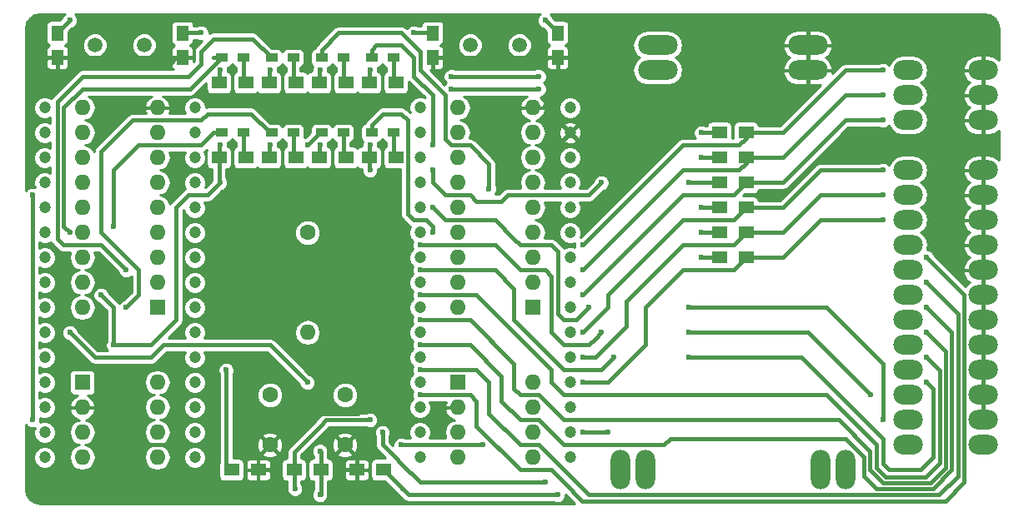
<source format=gbr>
G04 #@! TF.FileFunction,Copper,L1,Top,Signal*
%FSLAX46Y46*%
G04 Gerber Fmt 4.6, Leading zero omitted, Abs format (unit mm)*
G04 Created by KiCad (PCBNEW 4.0.6) date 12/04/17 20:41:38*
%MOMM*%
%LPD*%
G01*
G04 APERTURE LIST*
%ADD10C,0.050000*%
%ADD11R,1.250000X1.500000*%
%ADD12R,1.200000X0.900000*%
%ADD13R,1.500000X1.300000*%
%ADD14C,1.600000*%
%ADD15O,1.600000X1.600000*%
%ADD16C,1.200000*%
%ADD17R,1.600000X1.600000*%
%ADD18O,4.000000X2.000000*%
%ADD19O,2.000000X4.000000*%
%ADD20O,3.000000X2.000000*%
%ADD21C,1.500000*%
%ADD22C,0.600000*%
%ADD23C,0.400000*%
%ADD24C,0.254000*%
G04 APERTURE END LIST*
D10*
D11*
X93810000Y-52560000D03*
X93810000Y-55060000D03*
X106510000Y-52560000D03*
X106510000Y-55060000D03*
X131910000Y-52560000D03*
X131910000Y-55060000D03*
X144610000Y-52560000D03*
X144610000Y-55060000D03*
D12*
X110490000Y-62700000D03*
X112690000Y-62700000D03*
X110490000Y-55080000D03*
X112690000Y-55080000D03*
X115570000Y-62700000D03*
X117770000Y-62700000D03*
X115570000Y-55080000D03*
X117770000Y-55080000D03*
X125730000Y-55080000D03*
X127930000Y-55080000D03*
X125730000Y-62700000D03*
X127930000Y-62700000D03*
X120650000Y-55080000D03*
X122850000Y-55080000D03*
X120650000Y-62700000D03*
X122850000Y-62700000D03*
D13*
X110240000Y-65240000D03*
X112940000Y-65240000D03*
X110240000Y-57620000D03*
X112940000Y-57620000D03*
X115320000Y-65240000D03*
X118020000Y-65240000D03*
X115320000Y-57620000D03*
X118020000Y-57620000D03*
X117860000Y-96990000D03*
X120560000Y-96990000D03*
X161040000Y-62700000D03*
X163740000Y-62700000D03*
X161040000Y-65240000D03*
X163740000Y-65240000D03*
X161040000Y-67780000D03*
X163740000Y-67780000D03*
X161040000Y-70320000D03*
X163740000Y-70320000D03*
X126910000Y-96990000D03*
X124210000Y-96990000D03*
X125480000Y-57620000D03*
X128180000Y-57620000D03*
X125480000Y-65240000D03*
X128180000Y-65240000D03*
X120400000Y-57620000D03*
X123100000Y-57620000D03*
X120400000Y-65240000D03*
X123100000Y-65240000D03*
X161040000Y-72860000D03*
X163740000Y-72860000D03*
X161040000Y-75400000D03*
X163740000Y-75400000D03*
X111510000Y-96990000D03*
X114210000Y-96990000D03*
D14*
X119210000Y-72860000D03*
D15*
X119210000Y-83020000D03*
D16*
X92540000Y-60160000D03*
X92540000Y-62700000D03*
X92540000Y-65240000D03*
X92540000Y-67780000D03*
X92540000Y-70320000D03*
X92540000Y-72860000D03*
X92540000Y-75400000D03*
X92540000Y-77940000D03*
X92540000Y-80480000D03*
X92540000Y-83020000D03*
X92540000Y-85560000D03*
X92540000Y-88100000D03*
X92540000Y-90640000D03*
X92540000Y-93180000D03*
X92540000Y-95720000D03*
X107780000Y-95720000D03*
X107780000Y-93180000D03*
X107780000Y-90640000D03*
X107780000Y-88100000D03*
X107780000Y-85560000D03*
X107780000Y-83020000D03*
X107780000Y-80480000D03*
X107780000Y-77940000D03*
X107780000Y-75400000D03*
X107780000Y-72860000D03*
X107780000Y-70320000D03*
X107780000Y-67780000D03*
X107780000Y-65240000D03*
X107780000Y-62700000D03*
X107780000Y-60160000D03*
D17*
X103970000Y-80480000D03*
D15*
X96350000Y-60160000D03*
X103970000Y-77940000D03*
X96350000Y-62700000D03*
X103970000Y-75400000D03*
X96350000Y-65240000D03*
X103970000Y-72860000D03*
X96350000Y-67780000D03*
X103970000Y-70320000D03*
X96350000Y-70320000D03*
X103970000Y-67780000D03*
X96350000Y-72860000D03*
X103970000Y-65240000D03*
X96350000Y-75400000D03*
X103970000Y-62700000D03*
X96350000Y-77940000D03*
X103970000Y-60160000D03*
X96350000Y-80480000D03*
D17*
X96350000Y-88100000D03*
D15*
X103970000Y-95720000D03*
X96350000Y-90640000D03*
X103970000Y-93180000D03*
X96350000Y-93180000D03*
X103970000Y-90640000D03*
X96350000Y-95720000D03*
X103970000Y-88100000D03*
D14*
X123020000Y-89370000D03*
X115400000Y-89370000D03*
X115400000Y-94450000D03*
X123020000Y-94450000D03*
D18*
X154770000Y-53810000D03*
X154770000Y-56350000D03*
X170010000Y-53810000D03*
X170010000Y-56350000D03*
D19*
X153500000Y-96990000D03*
X150960000Y-96990000D03*
X171280000Y-96990000D03*
X173820000Y-96990000D03*
D20*
X187790000Y-94450000D03*
X187790000Y-91910000D03*
X187790000Y-89370000D03*
X187790000Y-86830000D03*
X187790000Y-84290000D03*
X187790000Y-81750000D03*
X187790000Y-79210000D03*
X187790000Y-76670000D03*
X187790000Y-74130000D03*
X187790000Y-71590000D03*
X187790000Y-69050000D03*
X187790000Y-66510000D03*
X180170000Y-66510000D03*
X180170000Y-69050000D03*
X180170000Y-71590000D03*
X180170000Y-74130000D03*
X180170000Y-76670000D03*
X180170000Y-79210000D03*
X180170000Y-81750000D03*
X180170000Y-84290000D03*
X180170000Y-86830000D03*
X180170000Y-89370000D03*
X180170000Y-91910000D03*
X180170000Y-94450000D03*
X187790000Y-61430000D03*
X187790000Y-58890000D03*
X187790000Y-56350000D03*
X180170000Y-56350000D03*
X180170000Y-58890000D03*
X180170000Y-61430000D03*
D16*
X130640000Y-60160000D03*
X130640000Y-62700000D03*
X130640000Y-65240000D03*
X130640000Y-67780000D03*
X130640000Y-70320000D03*
X130640000Y-72860000D03*
X130640000Y-75400000D03*
X130640000Y-77940000D03*
X130640000Y-80480000D03*
X130640000Y-83020000D03*
X130640000Y-85560000D03*
X130640000Y-88100000D03*
X130640000Y-90640000D03*
X130640000Y-93180000D03*
X130640000Y-95720000D03*
X145880000Y-95720000D03*
X145880000Y-93180000D03*
X145880000Y-90640000D03*
X145880000Y-88100000D03*
X145880000Y-85560000D03*
X145880000Y-83020000D03*
X145880000Y-80480000D03*
X145880000Y-77940000D03*
X145880000Y-75400000D03*
X145880000Y-72860000D03*
X145880000Y-70320000D03*
X145880000Y-67780000D03*
X145880000Y-65240000D03*
X145880000Y-62700000D03*
X145880000Y-60160000D03*
D17*
X142070000Y-80480000D03*
D15*
X134450000Y-60160000D03*
X142070000Y-77940000D03*
X134450000Y-62700000D03*
X142070000Y-75400000D03*
X134450000Y-65240000D03*
X142070000Y-72860000D03*
X134450000Y-67780000D03*
X142070000Y-70320000D03*
X134450000Y-70320000D03*
X142070000Y-67780000D03*
X134450000Y-72860000D03*
X142070000Y-65240000D03*
X134450000Y-75400000D03*
X142070000Y-62700000D03*
X134450000Y-77940000D03*
X142070000Y-60160000D03*
X134450000Y-80480000D03*
D17*
X134450000Y-88100000D03*
D15*
X142070000Y-95720000D03*
X134450000Y-90640000D03*
X142070000Y-93180000D03*
X134450000Y-93180000D03*
X142070000Y-90640000D03*
X134450000Y-95720000D03*
X142070000Y-88100000D03*
D21*
X97620000Y-53810000D03*
X102620000Y-53810000D03*
X135720000Y-53810000D03*
X140720000Y-53810000D03*
D22*
X95080000Y-51270000D03*
X133180000Y-91910000D03*
X105875000Y-65240000D03*
X105875000Y-68415000D03*
X109685000Y-85560000D03*
X105240000Y-55715000D03*
X98255000Y-90640000D03*
X109685000Y-93180000D03*
X112225000Y-90640000D03*
X114130000Y-92545000D03*
X167470000Y-55080000D03*
X143340000Y-60160000D03*
X116035000Y-96990000D03*
X122385000Y-96990000D03*
X108415000Y-52540000D03*
X130005000Y-52540000D03*
X143340000Y-51270000D03*
X99525000Y-72225000D03*
X91270000Y-69050000D03*
X91270000Y-91910000D03*
X95080000Y-72860000D03*
X100795000Y-80480000D03*
X100795000Y-76670000D03*
X131910000Y-63970000D03*
X131910000Y-72860000D03*
X137625000Y-68415000D03*
X119210000Y-63970000D03*
X128735000Y-94450000D03*
X136990000Y-94450000D03*
X125560000Y-91910000D03*
X149055000Y-67780000D03*
X125560000Y-66510000D03*
X131910000Y-66510000D03*
X98255000Y-79210000D03*
X99525000Y-84290000D03*
X117940000Y-98895000D03*
X157945000Y-67780000D03*
X159215000Y-65240000D03*
X159215000Y-70320000D03*
X159215000Y-72860000D03*
X159215000Y-62700000D03*
X159215000Y-75400000D03*
X110320000Y-67780000D03*
X115400000Y-56350000D03*
X120480000Y-56350000D03*
X110320000Y-56350000D03*
X125560000Y-56350000D03*
X115400000Y-63970000D03*
X120480000Y-63970000D03*
X110320000Y-63970000D03*
X125560000Y-63970000D03*
X95080000Y-83020000D03*
X119210000Y-88100000D03*
X120480000Y-99530000D03*
X120480000Y-95085000D03*
X147150000Y-74130000D03*
X177630000Y-56350000D03*
X147150000Y-76670000D03*
X177630000Y-58890000D03*
X147150000Y-79210000D03*
X177630000Y-61430000D03*
X147150000Y-83020000D03*
X177630000Y-66510000D03*
X144610000Y-99530000D03*
X147150000Y-85560000D03*
X177630000Y-69050000D03*
X147150000Y-88100000D03*
X177630000Y-71590000D03*
X110955000Y-86830000D03*
X143340000Y-98260000D03*
X126830000Y-93180000D03*
X149690000Y-93180000D03*
X147150000Y-93180000D03*
X133815000Y-58255000D03*
X142705000Y-58255000D03*
X133815000Y-56985000D03*
X142705000Y-56985000D03*
X182075000Y-75400000D03*
X130640000Y-89370000D03*
X182075000Y-77940000D03*
X130640000Y-86830000D03*
X130640000Y-84290000D03*
X182075000Y-80480000D03*
X130640000Y-81750000D03*
X182075000Y-83020000D03*
X130640000Y-79210000D03*
X182075000Y-85560000D03*
X157945000Y-85560000D03*
X150325000Y-85560000D03*
X130640000Y-76670000D03*
X182075000Y-88100000D03*
X149055000Y-83020000D03*
X157945000Y-83020000D03*
X176360000Y-89370000D03*
X130640000Y-74130000D03*
X131910000Y-70320000D03*
X147785000Y-80480000D03*
X177630000Y-91910000D03*
X157945000Y-80480000D03*
D23*
X95080000Y-51270000D02*
X93810000Y-52540000D01*
X93810000Y-52540000D02*
X93810000Y-52560000D01*
X138260000Y-54445000D02*
X138875000Y-55060000D01*
X138895000Y-55080000D02*
X138895000Y-55060000D01*
X138875000Y-55060000D02*
X138895000Y-55080000D01*
X138260000Y-53175000D02*
X138260000Y-54445000D01*
X136355000Y-51270000D02*
X138260000Y-53175000D01*
X128735000Y-51270000D02*
X102065000Y-51270000D01*
X100160000Y-53175000D02*
X102065000Y-51270000D01*
X100160000Y-54445000D02*
X100160000Y-53175000D01*
X128735000Y-51270000D02*
X136355000Y-51270000D01*
X137625000Y-55080000D02*
X137625000Y-55060000D01*
X137645000Y-55060000D02*
X137625000Y-55080000D01*
X138260000Y-54445000D02*
X137645000Y-55060000D01*
X100160000Y-54445000D02*
X100795000Y-55080000D01*
X99545000Y-55060000D02*
X100160000Y-54445000D01*
X93810000Y-55060000D02*
X99545000Y-55060000D01*
X100795000Y-55080000D02*
X106490000Y-55080000D01*
X106490000Y-55080000D02*
X106510000Y-55060000D01*
X128100000Y-91910000D02*
X126830000Y-90640000D01*
X133180000Y-91910000D02*
X128100000Y-91910000D01*
X117305000Y-92545000D02*
X114130000Y-92545000D01*
X118575000Y-91275000D02*
X117305000Y-92545000D01*
X124290000Y-91275000D02*
X118575000Y-91275000D01*
X124925000Y-90640000D02*
X124290000Y-91275000D01*
X126830000Y-90640000D02*
X124925000Y-90640000D01*
X105875000Y-65240000D02*
X105875000Y-68415000D01*
X112225000Y-86195000D02*
X112225000Y-90640000D01*
X111590000Y-85560000D02*
X112225000Y-86195000D01*
X109685000Y-85560000D02*
X111590000Y-85560000D01*
X106510000Y-55060000D02*
X105895000Y-55060000D01*
X105895000Y-55060000D02*
X105240000Y-55715000D01*
X98255000Y-90640000D02*
X102065000Y-94450000D01*
X102065000Y-94450000D02*
X108415000Y-94450000D01*
X108415000Y-94450000D02*
X109685000Y-93180000D01*
X112225000Y-90640000D02*
X114130000Y-92545000D01*
X150960000Y-51905000D02*
X164295000Y-51905000D01*
X147805000Y-55060000D02*
X150960000Y-51905000D01*
X144610000Y-55060000D02*
X147805000Y-55060000D01*
X164295000Y-51905000D02*
X167470000Y-55080000D01*
X131910000Y-55060000D02*
X137625000Y-55060000D01*
X138895000Y-55060000D02*
X144610000Y-55060000D01*
X144610000Y-55060000D02*
X144610000Y-58890000D01*
X144610000Y-58890000D02*
X143340000Y-60160000D01*
X114210000Y-96990000D02*
X116035000Y-96990000D01*
X124210000Y-96990000D02*
X122385000Y-96990000D01*
X108415000Y-52540000D02*
X106530000Y-52540000D01*
X106530000Y-52540000D02*
X106510000Y-52560000D01*
X106510000Y-52560000D02*
X106510000Y-52540000D01*
X130005000Y-52540000D02*
X131890000Y-52540000D01*
X131890000Y-52540000D02*
X131910000Y-52560000D01*
X131910000Y-52560000D02*
X131910000Y-52540000D01*
X143340000Y-51270000D02*
X144610000Y-52540000D01*
X144610000Y-52540000D02*
X144610000Y-52560000D01*
X102065000Y-63970000D02*
X99525000Y-66510000D01*
X108415000Y-63970000D02*
X109685000Y-62700000D01*
X110490000Y-62700000D02*
X109685000Y-62700000D01*
X108415000Y-63970000D02*
X102065000Y-63970000D01*
X99525000Y-66510000D02*
X99525000Y-72225000D01*
X91270000Y-91910000D02*
X91270000Y-71590000D01*
X91270000Y-71590000D02*
X91270000Y-69050000D01*
X112690000Y-62700000D02*
X112690000Y-64990000D01*
X112690000Y-64990000D02*
X112940000Y-65240000D01*
X108500000Y-57070000D02*
X107315000Y-58255000D01*
X94445000Y-71590000D02*
X94445000Y-60160000D01*
X94445000Y-71590000D02*
X94445000Y-72225000D01*
X94445000Y-72225000D02*
X95080000Y-72860000D01*
X96350000Y-58255000D02*
X106510000Y-58255000D01*
X94445000Y-60160000D02*
X96350000Y-58255000D01*
X107315000Y-58255000D02*
X106510000Y-58255000D01*
X108415000Y-57155000D02*
X108500000Y-57070000D01*
X108500000Y-57070000D02*
X110490000Y-55080000D01*
X109685000Y-55080000D02*
X110490000Y-55080000D01*
X112690000Y-55080000D02*
X112690000Y-57370000D01*
X112690000Y-57370000D02*
X112940000Y-57620000D01*
X98255000Y-69050000D02*
X98255000Y-72860000D01*
X98255000Y-64605000D02*
X98255000Y-69050000D01*
X110320000Y-60795000D02*
X109050000Y-60795000D01*
X113495000Y-60795000D02*
X110320000Y-60795000D01*
X115400000Y-62700000D02*
X113495000Y-60795000D01*
X101430000Y-61430000D02*
X99525000Y-63335000D01*
X108415000Y-61430000D02*
X101430000Y-61430000D01*
X109050000Y-60795000D02*
X108415000Y-61430000D01*
X99525000Y-63335000D02*
X98255000Y-64605000D01*
X102065000Y-79210000D02*
X100795000Y-80480000D01*
X102065000Y-76670000D02*
X102065000Y-79210000D01*
X98255000Y-72860000D02*
X102065000Y-76670000D01*
X115570000Y-62700000D02*
X115400000Y-62700000D01*
X117770000Y-62700000D02*
X117770000Y-64990000D01*
X117770000Y-64990000D02*
X118020000Y-65240000D01*
X98890000Y-56985000D02*
X107145000Y-56985000D01*
X93810000Y-59525000D02*
X96350000Y-56985000D01*
X96350000Y-56985000D02*
X98890000Y-56985000D01*
X93810000Y-62065000D02*
X93810000Y-70955000D01*
X93810000Y-73495000D02*
X93810000Y-70955000D01*
X94445000Y-74130000D02*
X93810000Y-73495000D01*
X98255000Y-74130000D02*
X94445000Y-74130000D01*
X100795000Y-76670000D02*
X98255000Y-74130000D01*
X93810000Y-62065000D02*
X93810000Y-59525000D01*
X113665000Y-53175000D02*
X115570000Y-55080000D01*
X109685000Y-53175000D02*
X113665000Y-53175000D01*
X108415000Y-54445000D02*
X109685000Y-53175000D01*
X108415000Y-55715000D02*
X108415000Y-54445000D01*
X107145000Y-56985000D02*
X108415000Y-55715000D01*
X115570000Y-55080000D02*
X115400000Y-55080000D01*
X117770000Y-55080000D02*
X117770000Y-57370000D01*
X117770000Y-57370000D02*
X118020000Y-57620000D01*
X126195000Y-53810000D02*
X125730000Y-54275000D01*
X128735000Y-53810000D02*
X126195000Y-53810000D01*
X131910000Y-60160000D02*
X131910000Y-58890000D01*
X131910000Y-63970000D02*
X131910000Y-60160000D01*
X130005000Y-56985000D02*
X130005000Y-55080000D01*
X131910000Y-58890000D02*
X130005000Y-56985000D01*
X130005000Y-55080000D02*
X128735000Y-53810000D01*
X125730000Y-54275000D02*
X125730000Y-55080000D01*
X127930000Y-55080000D02*
X127930000Y-57370000D01*
X127930000Y-57370000D02*
X128180000Y-57620000D01*
X129370000Y-65240000D02*
X129370000Y-61430000D01*
X131275000Y-71590000D02*
X130005000Y-71590000D01*
X131910000Y-72860000D02*
X131910000Y-72225000D01*
X131910000Y-72225000D02*
X131275000Y-71590000D01*
X129370000Y-69685000D02*
X129370000Y-65240000D01*
X129370000Y-70955000D02*
X129370000Y-69685000D01*
X130005000Y-71590000D02*
X129370000Y-70955000D01*
X125730000Y-61895000D02*
X125730000Y-62700000D01*
X126830000Y-60795000D02*
X125730000Y-61895000D01*
X128735000Y-60795000D02*
X126830000Y-60795000D01*
X129370000Y-61430000D02*
X128735000Y-60795000D01*
X127930000Y-62700000D02*
X127930000Y-64990000D01*
X127930000Y-64990000D02*
X128180000Y-65240000D01*
X130640000Y-56350000D02*
X130640000Y-54445000D01*
X133815000Y-63970000D02*
X133180000Y-63335000D01*
X137625000Y-68415000D02*
X137625000Y-65875000D01*
X137625000Y-65875000D02*
X135720000Y-63970000D01*
X135720000Y-63970000D02*
X133815000Y-63970000D01*
X133180000Y-58890000D02*
X130640000Y-56350000D01*
X133180000Y-61430000D02*
X133180000Y-58890000D01*
X133180000Y-63335000D02*
X133180000Y-61430000D01*
X120650000Y-54275000D02*
X120650000Y-55080000D01*
X122385000Y-52540000D02*
X120650000Y-54275000D01*
X128735000Y-52540000D02*
X122385000Y-52540000D01*
X130640000Y-54445000D02*
X128735000Y-52540000D01*
X122850000Y-55080000D02*
X122850000Y-57370000D01*
X122850000Y-57370000D02*
X123100000Y-57620000D01*
X120650000Y-62700000D02*
X120480000Y-62700000D01*
X120480000Y-62700000D02*
X119210000Y-63970000D01*
X130005000Y-94450000D02*
X133180000Y-94450000D01*
X133180000Y-94450000D02*
X136990000Y-94450000D01*
X130005000Y-94450000D02*
X128735000Y-94450000D01*
X122850000Y-62700000D02*
X122850000Y-64990000D01*
X122850000Y-64990000D02*
X123100000Y-65240000D01*
X121115000Y-91910000D02*
X120480000Y-92545000D01*
X117860000Y-96990000D02*
X117860000Y-95165000D01*
X120480000Y-92545000D02*
X117860000Y-95165000D01*
X124290000Y-91910000D02*
X121115000Y-91910000D01*
X125560000Y-91910000D02*
X124290000Y-91910000D01*
X107145000Y-69050000D02*
X109050000Y-69050000D01*
X105875000Y-70320000D02*
X107145000Y-69050000D01*
X99525000Y-84290000D02*
X103335000Y-84290000D01*
X105875000Y-81750000D02*
X105875000Y-79210000D01*
X103335000Y-84290000D02*
X105875000Y-81750000D01*
X105875000Y-79210000D02*
X105875000Y-70320000D01*
X109050000Y-69050000D02*
X110320000Y-67780000D01*
X131910000Y-67780000D02*
X131910000Y-66510000D01*
X149055000Y-67780000D02*
X147785000Y-69050000D01*
X147785000Y-69050000D02*
X139530000Y-69050000D01*
X139530000Y-69050000D02*
X138895000Y-69685000D01*
X138895000Y-69685000D02*
X136355000Y-69685000D01*
X136355000Y-69685000D02*
X135720000Y-69050000D01*
X135720000Y-69050000D02*
X133180000Y-69050000D01*
X133180000Y-69050000D02*
X131910000Y-67780000D01*
X125480000Y-66430000D02*
X125480000Y-65240000D01*
X125560000Y-66510000D02*
X125480000Y-66430000D01*
X99525000Y-80480000D02*
X98255000Y-79210000D01*
X99525000Y-84290000D02*
X99525000Y-80480000D01*
X117860000Y-98815000D02*
X117860000Y-96990000D01*
X117940000Y-98895000D02*
X117860000Y-98815000D01*
X161040000Y-67780000D02*
X157945000Y-67780000D01*
X161040000Y-65240000D02*
X159215000Y-65240000D01*
X161040000Y-70320000D02*
X159215000Y-70320000D01*
X161040000Y-72860000D02*
X159215000Y-72860000D01*
X161040000Y-62700000D02*
X159215000Y-62700000D01*
X159215000Y-75400000D02*
X161040000Y-75400000D01*
X110240000Y-65240000D02*
X110240000Y-67700000D01*
X110240000Y-67700000D02*
X110320000Y-67780000D01*
X115320000Y-57620000D02*
X115320000Y-56430000D01*
X115320000Y-56430000D02*
X115400000Y-56350000D01*
X120400000Y-57620000D02*
X120400000Y-56430000D01*
X120400000Y-56430000D02*
X120480000Y-56350000D01*
X125480000Y-57620000D02*
X125480000Y-56430000D01*
X110240000Y-56430000D02*
X110320000Y-56350000D01*
X110240000Y-56430000D02*
X110240000Y-57620000D01*
X125480000Y-56430000D02*
X125560000Y-56350000D01*
X115320000Y-65240000D02*
X115320000Y-64050000D01*
X115320000Y-64050000D02*
X115400000Y-63970000D01*
X120400000Y-65240000D02*
X120400000Y-64050000D01*
X120400000Y-64050000D02*
X120480000Y-63970000D01*
X110240000Y-65240000D02*
X110240000Y-64050000D01*
X110240000Y-64050000D02*
X110320000Y-63970000D01*
X125480000Y-64050000D02*
X125480000Y-65240000D01*
X125560000Y-63970000D02*
X125480000Y-64050000D01*
X95080000Y-83020000D02*
X97620000Y-85560000D01*
X97620000Y-85560000D02*
X103335000Y-85560000D01*
X103335000Y-85560000D02*
X104605000Y-84290000D01*
X104605000Y-84290000D02*
X115400000Y-84290000D01*
X115400000Y-84290000D02*
X119210000Y-88100000D01*
X120560000Y-99450000D02*
X120560000Y-96990000D01*
X120480000Y-99530000D02*
X120560000Y-99450000D01*
X120560000Y-96990000D02*
X120560000Y-95165000D01*
X120560000Y-95165000D02*
X120480000Y-95085000D01*
X157310000Y-63970000D02*
X147150000Y-74130000D01*
X157310000Y-63970000D02*
X158580000Y-63970000D01*
X163025000Y-63970000D02*
X158580000Y-63970000D01*
X163740000Y-63255000D02*
X163025000Y-63970000D01*
X163740000Y-62700000D02*
X163740000Y-63255000D01*
X167470000Y-62700000D02*
X163740000Y-62700000D01*
X173820000Y-56350000D02*
X167470000Y-62700000D01*
X177630000Y-56350000D02*
X173820000Y-56350000D01*
X157310000Y-66510000D02*
X147150000Y-76670000D01*
X163740000Y-65795000D02*
X163025000Y-66510000D01*
X163025000Y-66510000D02*
X158580000Y-66510000D01*
X158580000Y-66510000D02*
X157310000Y-66510000D01*
X163740000Y-65240000D02*
X163740000Y-65795000D01*
X163740000Y-65240000D02*
X167470000Y-65240000D01*
X177630000Y-58890000D02*
X173820000Y-58890000D01*
X173820000Y-58890000D02*
X167470000Y-65240000D01*
X148420000Y-77940000D02*
X147150000Y-79210000D01*
X157310000Y-69050000D02*
X158580000Y-69050000D01*
X162470000Y-69050000D02*
X158580000Y-69050000D01*
X163740000Y-67780000D02*
X162470000Y-69050000D01*
X148420000Y-77940000D02*
X157310000Y-69050000D01*
X163740000Y-67780000D02*
X167470000Y-67780000D01*
X177630000Y-61430000D02*
X173820000Y-61430000D01*
X173820000Y-61430000D02*
X167470000Y-67780000D01*
X149690000Y-80480000D02*
X147150000Y-83020000D01*
X149690000Y-79210000D02*
X157310000Y-71590000D01*
X163740000Y-70320000D02*
X162470000Y-71590000D01*
X162470000Y-71590000D02*
X158580000Y-71590000D01*
X157310000Y-71590000D02*
X158580000Y-71590000D01*
X149690000Y-79210000D02*
X149690000Y-80480000D01*
X163740000Y-70320000D02*
X167470000Y-70320000D01*
X177630000Y-66510000D02*
X171280000Y-66510000D01*
X171280000Y-66510000D02*
X167470000Y-70320000D01*
X128775000Y-98855000D02*
X129450000Y-99530000D01*
X129450000Y-99530000D02*
X144610000Y-99530000D01*
X126910000Y-96990000D02*
X128775000Y-98855000D01*
X128775000Y-98855000D02*
X128815000Y-98895000D01*
X147785000Y-85560000D02*
X147150000Y-85560000D01*
X148420000Y-85560000D02*
X151595000Y-82385000D01*
X151595000Y-82385000D02*
X151595000Y-81750000D01*
X157310000Y-74130000D02*
X151595000Y-79845000D01*
X157310000Y-74130000D02*
X158580000Y-74130000D01*
X162470000Y-74130000D02*
X158580000Y-74130000D01*
X163740000Y-72860000D02*
X162470000Y-74130000D01*
X151595000Y-79845000D02*
X151595000Y-81750000D01*
X147785000Y-85560000D02*
X148420000Y-85560000D01*
X163740000Y-72860000D02*
X167470000Y-72860000D01*
X177630000Y-69050000D02*
X171280000Y-69050000D01*
X171280000Y-69050000D02*
X167470000Y-72860000D01*
X148420000Y-88100000D02*
X147150000Y-88100000D01*
X153500000Y-84290000D02*
X153500000Y-83020000D01*
X148420000Y-88100000D02*
X149690000Y-88100000D01*
X149690000Y-88100000D02*
X152865000Y-84925000D01*
X156675000Y-77305000D02*
X153500000Y-80480000D01*
X156675000Y-77305000D02*
X157310000Y-76670000D01*
X157310000Y-76670000D02*
X158580000Y-76670000D01*
X162470000Y-76670000D02*
X158580000Y-76670000D01*
X163740000Y-75400000D02*
X162470000Y-76670000D01*
X153500000Y-80480000D02*
X153500000Y-82385000D01*
X153500000Y-82385000D02*
X153500000Y-83020000D01*
X152865000Y-84925000D02*
X153500000Y-84290000D01*
X163740000Y-75400000D02*
X167470000Y-75400000D01*
X177630000Y-71590000D02*
X171280000Y-71590000D01*
X171280000Y-71590000D02*
X167470000Y-75400000D01*
X111510000Y-96990000D02*
X110955000Y-96435000D01*
X110955000Y-96435000D02*
X110955000Y-86830000D01*
X128100000Y-95720000D02*
X126830000Y-94450000D01*
X130640000Y-98260000D02*
X128735000Y-96355000D01*
X143340000Y-98260000D02*
X130640000Y-98260000D01*
X128100000Y-95720000D02*
X128735000Y-96355000D01*
X126830000Y-94450000D02*
X126830000Y-93180000D01*
X147150000Y-93180000D02*
X149690000Y-93180000D01*
X142705000Y-58255000D02*
X133815000Y-58255000D01*
X142705000Y-56985000D02*
X133815000Y-56985000D01*
X185885000Y-95085000D02*
X185885000Y-79210000D01*
X184014998Y-100130002D02*
X185885000Y-98260000D01*
X185885000Y-98260000D02*
X185885000Y-95085000D01*
X180170000Y-100130002D02*
X184014998Y-100130002D01*
X185885000Y-79210000D02*
X182075000Y-75400000D01*
X154770000Y-100130002D02*
X180170000Y-100130002D01*
X180170000Y-100130002D02*
X180204998Y-100130002D01*
X145245000Y-98260000D02*
X147115002Y-100130002D01*
X143975000Y-96990000D02*
X145245000Y-98260000D01*
X136355000Y-92545000D02*
X140800000Y-96990000D01*
X136355000Y-90005000D02*
X136355000Y-92545000D01*
X135720000Y-89370000D02*
X136355000Y-90005000D01*
X134450000Y-89370000D02*
X135720000Y-89370000D01*
X130640000Y-89370000D02*
X134450000Y-89370000D01*
X140800000Y-96990000D02*
X143975000Y-96990000D01*
X147115002Y-100130002D02*
X154770000Y-100130002D01*
X154770000Y-100130002D02*
X154804998Y-100130002D01*
X185250000Y-95754998D02*
X185250000Y-81115000D01*
X185250000Y-81115000D02*
X182075000Y-77940000D01*
X185250000Y-97625000D02*
X185250000Y-95754998D01*
X183345000Y-99530000D02*
X185250000Y-97625000D01*
X145245000Y-96990000D02*
X147785000Y-99530000D01*
X130640000Y-86830000D02*
X134450000Y-86830000D01*
X134450000Y-86830000D02*
X136355000Y-86830000D01*
X136355000Y-86830000D02*
X137625000Y-88100000D01*
X137625000Y-88100000D02*
X137625000Y-91275000D01*
X137625000Y-91275000D02*
X140800000Y-94450000D01*
X140800000Y-94450000D02*
X142705000Y-94450000D01*
X142705000Y-94450000D02*
X145245000Y-96990000D01*
X147785000Y-99530000D02*
X154135000Y-99530000D01*
X154135000Y-99530000D02*
X179535000Y-99530000D01*
X179535000Y-99530000D02*
X183345000Y-99530000D01*
X146515000Y-94450000D02*
X155405000Y-94450000D01*
X178265000Y-98895000D02*
X182710000Y-98895000D01*
X175725000Y-97625000D02*
X176995000Y-98895000D01*
X176995000Y-98895000D02*
X178265000Y-98895000D01*
X156040000Y-93815000D02*
X173820000Y-93815000D01*
X140800000Y-91910000D02*
X142705000Y-91910000D01*
X130640000Y-84290000D02*
X135720000Y-84290000D01*
X135720000Y-84290000D02*
X138895000Y-87465000D01*
X138895000Y-87465000D02*
X138895000Y-90005000D01*
X138895000Y-90005000D02*
X140800000Y-91910000D01*
X142705000Y-91910000D02*
X145245000Y-94450000D01*
X146515000Y-94450000D02*
X145245000Y-94450000D01*
X175725000Y-95720000D02*
X175725000Y-96990000D01*
X173820000Y-93815000D02*
X175725000Y-95720000D01*
X175725000Y-96990000D02*
X175725000Y-97625000D01*
X182710000Y-98895000D02*
X184615000Y-96990000D01*
X184615000Y-96990000D02*
X184615000Y-95789996D01*
X184615000Y-83020000D02*
X182075000Y-80480000D01*
X184615000Y-95789996D02*
X184615000Y-83020000D01*
X155405000Y-94450000D02*
X156040000Y-93815000D01*
X184014998Y-96741472D02*
X184014998Y-95789996D01*
X182461472Y-98294998D02*
X184014998Y-96741472D01*
X184014998Y-95789996D02*
X184014998Y-84959998D01*
X173185000Y-91910000D02*
X176325002Y-95050002D01*
X176325002Y-95050002D02*
X176325002Y-96955002D01*
X176325002Y-96955002D02*
X177664998Y-98294998D01*
X177664998Y-98294998D02*
X182461472Y-98294998D01*
X145245000Y-91910000D02*
X152865000Y-91910000D01*
X130640000Y-81750000D02*
X135720000Y-81750000D01*
X135720000Y-81750000D02*
X140165000Y-86195000D01*
X140165000Y-86195000D02*
X140165000Y-88735000D01*
X140165000Y-88735000D02*
X140800000Y-89370000D01*
X140800000Y-89370000D02*
X142705000Y-89370000D01*
X142705000Y-89370000D02*
X145245000Y-91910000D01*
X152865000Y-91910000D02*
X155405000Y-91910000D01*
X155405000Y-91910000D02*
X173185000Y-91910000D01*
X184014998Y-84959998D02*
X182075000Y-83020000D01*
X183414996Y-95789996D02*
X183414996Y-86899996D01*
X171915000Y-89370000D02*
X176995000Y-94450000D01*
X176995000Y-94450000D02*
X176995000Y-96776470D01*
X176995000Y-96776470D02*
X177913526Y-97694996D01*
X177913526Y-97694996D02*
X182005004Y-97694996D01*
X182005004Y-97694996D02*
X183414996Y-96285004D01*
X183414996Y-96285004D02*
X183414996Y-95789996D01*
X145245000Y-89370000D02*
X150325000Y-89370000D01*
X143975000Y-86830000D02*
X143975000Y-88100000D01*
X143975000Y-88100000D02*
X145245000Y-89370000D01*
X136355000Y-79210000D02*
X143340000Y-86195000D01*
X130640000Y-79210000D02*
X136355000Y-79210000D01*
X143340000Y-86195000D02*
X143975000Y-86830000D01*
X150325000Y-89370000D02*
X155405000Y-89370000D01*
X155405000Y-89370000D02*
X171915000Y-89370000D01*
X183414996Y-86899996D02*
X182075000Y-85560000D01*
X182710000Y-95720000D02*
X182710000Y-88735000D01*
X177630000Y-96355000D02*
X178265000Y-96990000D01*
X178265000Y-96990000D02*
X181440000Y-96990000D01*
X181440000Y-96990000D02*
X182710000Y-95720000D01*
X175725000Y-91910000D02*
X177630000Y-93815000D01*
X157945000Y-85560000D02*
X169375000Y-85560000D01*
X169375000Y-85560000D02*
X175725000Y-91910000D01*
X149055000Y-86830000D02*
X148420000Y-86830000D01*
X145245000Y-86830000D02*
X147785000Y-86830000D01*
X140165000Y-78575000D02*
X140165000Y-81750000D01*
X140165000Y-81750000D02*
X145245000Y-86830000D01*
X135085000Y-76670000D02*
X138260000Y-76670000D01*
X130640000Y-76670000D02*
X135085000Y-76670000D01*
X138260000Y-76670000D02*
X140165000Y-78575000D01*
X148420000Y-86830000D02*
X147785000Y-86830000D01*
X150325000Y-85560000D02*
X149055000Y-86830000D01*
X177630000Y-93815000D02*
X177630000Y-95085000D01*
X177630000Y-95085000D02*
X177630000Y-96355000D01*
X182710000Y-88735000D02*
X182075000Y-88100000D01*
X149055000Y-83020000D02*
X148420000Y-83655000D01*
X147785000Y-84290000D02*
X148420000Y-83655000D01*
X145245000Y-84290000D02*
X146515000Y-84290000D01*
X133180000Y-74130000D02*
X138260000Y-74130000D01*
X138260000Y-74130000D02*
X140800000Y-76670000D01*
X140800000Y-76670000D02*
X143340000Y-76670000D01*
X143340000Y-76670000D02*
X143975000Y-77305000D01*
X143975000Y-77305000D02*
X143975000Y-83020000D01*
X143975000Y-83020000D02*
X145245000Y-84290000D01*
X146515000Y-84290000D02*
X147150000Y-84290000D01*
X147150000Y-84290000D02*
X147785000Y-84290000D01*
X170010000Y-83020000D02*
X176360000Y-89370000D01*
X157945000Y-83020000D02*
X170010000Y-83020000D01*
X130640000Y-74130000D02*
X133180000Y-74130000D01*
X145245000Y-81750000D02*
X146515000Y-81750000D01*
X140800000Y-74130000D02*
X143975000Y-74130000D01*
X143975000Y-74130000D02*
X144610000Y-74765000D01*
X144610000Y-74765000D02*
X144610000Y-81115000D01*
X144610000Y-81115000D02*
X145245000Y-81750000D01*
X138260000Y-71590000D02*
X140165000Y-73495000D01*
X133180000Y-71590000D02*
X138260000Y-71590000D01*
X131910000Y-70320000D02*
X133180000Y-71590000D01*
X140165000Y-73495000D02*
X140800000Y-74130000D01*
X146515000Y-81750000D02*
X147785000Y-80480000D01*
X177630000Y-86195000D02*
X177630000Y-91910000D01*
X171915000Y-80480000D02*
X177630000Y-86195000D01*
X157945000Y-80480000D02*
X171915000Y-80480000D01*
D24*
G36*
X126829423Y-63345294D02*
X126944842Y-63524660D01*
X127120951Y-63644990D01*
X127203000Y-63661606D01*
X127203000Y-64109825D01*
X127055340Y-64204842D01*
X126935010Y-64380951D01*
X126892676Y-64590000D01*
X126892676Y-65890000D01*
X126929423Y-66085294D01*
X127044842Y-66264660D01*
X127220951Y-66384990D01*
X127430000Y-66427324D01*
X128643000Y-66427324D01*
X128643000Y-70954995D01*
X128642999Y-70955000D01*
X128676249Y-71122154D01*
X128698340Y-71233211D01*
X128841057Y-71446804D01*
X128855933Y-71469067D01*
X129490931Y-72104064D01*
X129490933Y-72104067D01*
X129680890Y-72230991D01*
X129513196Y-72634842D01*
X129512805Y-73083191D01*
X129684019Y-73497560D01*
X129912224Y-73726165D01*
X129813144Y-73964778D01*
X129812857Y-74293779D01*
X129912169Y-74534132D01*
X129685133Y-74760772D01*
X129513196Y-75174842D01*
X129512805Y-75623191D01*
X129684019Y-76037560D01*
X129912224Y-76266165D01*
X129813144Y-76504778D01*
X129812857Y-76833779D01*
X129912169Y-77074132D01*
X129685133Y-77300772D01*
X129513196Y-77714842D01*
X129512805Y-78163191D01*
X129684019Y-78577560D01*
X129912224Y-78806165D01*
X129813144Y-79044778D01*
X129812857Y-79373779D01*
X129912169Y-79614132D01*
X129685133Y-79840772D01*
X129513196Y-80254842D01*
X129512805Y-80703191D01*
X129684019Y-81117560D01*
X129912224Y-81346165D01*
X129813144Y-81584778D01*
X129812857Y-81913779D01*
X129912169Y-82154132D01*
X129685133Y-82380772D01*
X129513196Y-82794842D01*
X129512805Y-83243191D01*
X129684019Y-83657560D01*
X129912224Y-83886165D01*
X129813144Y-84124778D01*
X129812857Y-84453779D01*
X129912169Y-84694132D01*
X129685133Y-84920772D01*
X129513196Y-85334842D01*
X129512805Y-85783191D01*
X129684019Y-86197560D01*
X129912224Y-86426165D01*
X129813144Y-86664778D01*
X129812857Y-86993779D01*
X129912169Y-87234132D01*
X129685133Y-87460772D01*
X129513196Y-87874842D01*
X129512805Y-88323191D01*
X129684019Y-88737560D01*
X129912224Y-88966165D01*
X129813144Y-89204778D01*
X129812857Y-89533779D01*
X129912169Y-89774132D01*
X129685133Y-90000772D01*
X129513196Y-90414842D01*
X129512805Y-90863191D01*
X129684019Y-91277560D01*
X130000772Y-91594867D01*
X130414842Y-91766804D01*
X130863191Y-91767195D01*
X131277560Y-91595981D01*
X131594867Y-91279228D01*
X131766804Y-90865158D01*
X131767195Y-90416809D01*
X131635052Y-90097000D01*
X133261935Y-90097000D01*
X133152742Y-90360624D01*
X133256981Y-90567000D01*
X134377000Y-90567000D01*
X134377000Y-90547000D01*
X134523000Y-90547000D01*
X134523000Y-90567000D01*
X134543000Y-90567000D01*
X134543000Y-90713000D01*
X134523000Y-90713000D01*
X134523000Y-90733000D01*
X134377000Y-90733000D01*
X134377000Y-90713000D01*
X133256981Y-90713000D01*
X133152742Y-90919376D01*
X133335147Y-91359756D01*
X133695449Y-91731603D01*
X134117019Y-91914063D01*
X133916182Y-91954012D01*
X133485672Y-92241669D01*
X133198015Y-92672179D01*
X133097003Y-93180000D01*
X133198015Y-93687821D01*
X133221521Y-93723000D01*
X131634824Y-93723000D01*
X131766804Y-93405158D01*
X131767195Y-92956809D01*
X131595981Y-92542440D01*
X131279228Y-92225133D01*
X130865158Y-92053196D01*
X130416809Y-92052805D01*
X130002440Y-92224019D01*
X129685133Y-92540772D01*
X129513196Y-92954842D01*
X129512805Y-93403191D01*
X129644948Y-93723000D01*
X129140703Y-93723000D01*
X128900222Y-93623144D01*
X128571221Y-93622857D01*
X128267154Y-93748495D01*
X128034312Y-93980930D01*
X127908144Y-94284778D01*
X127907956Y-94499823D01*
X127557000Y-94148866D01*
X127557000Y-93585703D01*
X127656856Y-93345222D01*
X127657143Y-93016221D01*
X127531505Y-92712154D01*
X127299070Y-92479312D01*
X126995222Y-92353144D01*
X126666221Y-92352857D01*
X126362154Y-92478495D01*
X126129312Y-92710930D01*
X126003144Y-93014778D01*
X126002857Y-93343779D01*
X126103000Y-93586143D01*
X126103000Y-94449995D01*
X126102999Y-94450000D01*
X126136249Y-94617154D01*
X126158340Y-94728211D01*
X126315932Y-94964066D01*
X126315933Y-94964067D01*
X127154543Y-95802676D01*
X126160000Y-95802676D01*
X125964706Y-95839423D01*
X125785340Y-95954842D01*
X125665010Y-96130951D01*
X125622676Y-96340000D01*
X125622676Y-97640000D01*
X125659423Y-97835294D01*
X125774842Y-98014660D01*
X125950951Y-98134990D01*
X126160000Y-98177324D01*
X127069190Y-98177324D01*
X128260931Y-99369064D01*
X128260933Y-99369067D01*
X128935933Y-100044067D01*
X129171789Y-100201660D01*
X129450000Y-100257000D01*
X144204297Y-100257000D01*
X144444778Y-100356856D01*
X144773779Y-100357143D01*
X145077846Y-100231505D01*
X145310688Y-99999070D01*
X145436856Y-99695222D01*
X145437044Y-99480177D01*
X146354867Y-100398000D01*
X92059293Y-100398000D01*
X91469521Y-100280687D01*
X91019804Y-99980196D01*
X90719313Y-99530479D01*
X90602000Y-98940707D01*
X90602000Y-95943191D01*
X91412805Y-95943191D01*
X91584019Y-96357560D01*
X91900772Y-96674867D01*
X92314842Y-96846804D01*
X92763191Y-96847195D01*
X93177560Y-96675981D01*
X93494867Y-96359228D01*
X93666804Y-95945158D01*
X93667195Y-95496809D01*
X93495981Y-95082440D01*
X93179228Y-94765133D01*
X92765158Y-94593196D01*
X92316809Y-94592805D01*
X91902440Y-94764019D01*
X91585133Y-95080772D01*
X91413196Y-95494842D01*
X91412805Y-95943191D01*
X90602000Y-95943191D01*
X90602000Y-92411410D01*
X90800930Y-92610688D01*
X91104778Y-92736856D01*
X91433779Y-92737143D01*
X91518051Y-92702322D01*
X91413196Y-92954842D01*
X91412805Y-93403191D01*
X91584019Y-93817560D01*
X91900772Y-94134867D01*
X92314842Y-94306804D01*
X92763191Y-94307195D01*
X93177560Y-94135981D01*
X93494867Y-93819228D01*
X93666804Y-93405158D01*
X93667000Y-93180000D01*
X94997003Y-93180000D01*
X95098015Y-93687821D01*
X95385672Y-94118331D01*
X95816182Y-94405988D01*
X96037445Y-94450000D01*
X95816182Y-94494012D01*
X95385672Y-94781669D01*
X95098015Y-95212179D01*
X94997003Y-95720000D01*
X95098015Y-96227821D01*
X95385672Y-96658331D01*
X95816182Y-96945988D01*
X96324003Y-97047000D01*
X96375997Y-97047000D01*
X96883818Y-96945988D01*
X97314328Y-96658331D01*
X97601985Y-96227821D01*
X97702997Y-95720000D01*
X97601985Y-95212179D01*
X97314328Y-94781669D01*
X96883818Y-94494012D01*
X96662555Y-94450000D01*
X96883818Y-94405988D01*
X97314328Y-94118331D01*
X97601985Y-93687821D01*
X97702997Y-93180000D01*
X97601985Y-92672179D01*
X97314328Y-92241669D01*
X96883818Y-91954012D01*
X96682981Y-91914063D01*
X97104551Y-91731603D01*
X97464853Y-91359756D01*
X97647258Y-90919376D01*
X97543019Y-90713000D01*
X96423000Y-90713000D01*
X96423000Y-90733000D01*
X96277000Y-90733000D01*
X96277000Y-90713000D01*
X95156981Y-90713000D01*
X95052742Y-90919376D01*
X95235147Y-91359756D01*
X95595449Y-91731603D01*
X96017019Y-91914063D01*
X95816182Y-91954012D01*
X95385672Y-92241669D01*
X95098015Y-92672179D01*
X94997003Y-93180000D01*
X93667000Y-93180000D01*
X93667195Y-92956809D01*
X93495981Y-92542440D01*
X93179228Y-92225133D01*
X92765158Y-92053196D01*
X92316809Y-92052805D01*
X92062539Y-92157867D01*
X92096856Y-92075222D01*
X92097143Y-91746221D01*
X92062322Y-91661949D01*
X92314842Y-91766804D01*
X92763191Y-91767195D01*
X93177560Y-91595981D01*
X93494867Y-91279228D01*
X93666804Y-90865158D01*
X93667195Y-90416809D01*
X93495981Y-90002440D01*
X93179228Y-89685133D01*
X92765158Y-89513196D01*
X92316809Y-89512805D01*
X91997000Y-89644948D01*
X91997000Y-89094824D01*
X92314842Y-89226804D01*
X92763191Y-89227195D01*
X93177560Y-89055981D01*
X93494867Y-88739228D01*
X93666804Y-88325158D01*
X93667195Y-87876809D01*
X93495981Y-87462440D01*
X93333825Y-87300000D01*
X95012676Y-87300000D01*
X95012676Y-88900000D01*
X95049423Y-89095294D01*
X95164842Y-89274660D01*
X95340951Y-89394990D01*
X95550000Y-89437324D01*
X95852081Y-89437324D01*
X95595449Y-89548397D01*
X95235147Y-89920244D01*
X95052742Y-90360624D01*
X95156981Y-90567000D01*
X96277000Y-90567000D01*
X96277000Y-90547000D01*
X96423000Y-90547000D01*
X96423000Y-90567000D01*
X97543019Y-90567000D01*
X97647258Y-90360624D01*
X97464853Y-89920244D01*
X97104551Y-89548397D01*
X96847919Y-89437324D01*
X97150000Y-89437324D01*
X97345294Y-89400577D01*
X97524660Y-89285158D01*
X97644990Y-89109049D01*
X97687324Y-88900000D01*
X97687324Y-88100000D01*
X102617003Y-88100000D01*
X102718015Y-88607821D01*
X103005672Y-89038331D01*
X103436182Y-89325988D01*
X103657445Y-89370000D01*
X103436182Y-89414012D01*
X103005672Y-89701669D01*
X102718015Y-90132179D01*
X102617003Y-90640000D01*
X102718015Y-91147821D01*
X103005672Y-91578331D01*
X103436182Y-91865988D01*
X103657445Y-91910000D01*
X103436182Y-91954012D01*
X103005672Y-92241669D01*
X102718015Y-92672179D01*
X102617003Y-93180000D01*
X102718015Y-93687821D01*
X103005672Y-94118331D01*
X103436182Y-94405988D01*
X103657445Y-94450000D01*
X103436182Y-94494012D01*
X103005672Y-94781669D01*
X102718015Y-95212179D01*
X102617003Y-95720000D01*
X102718015Y-96227821D01*
X103005672Y-96658331D01*
X103436182Y-96945988D01*
X103944003Y-97047000D01*
X103995997Y-97047000D01*
X104503818Y-96945988D01*
X104934328Y-96658331D01*
X105221985Y-96227821D01*
X105278601Y-95943191D01*
X106652805Y-95943191D01*
X106824019Y-96357560D01*
X107140772Y-96674867D01*
X107554842Y-96846804D01*
X108003191Y-96847195D01*
X108417560Y-96675981D01*
X108734867Y-96359228D01*
X108906804Y-95945158D01*
X108907195Y-95496809D01*
X108735981Y-95082440D01*
X108419228Y-94765133D01*
X108005158Y-94593196D01*
X107556809Y-94592805D01*
X107142440Y-94764019D01*
X106825133Y-95080772D01*
X106653196Y-95494842D01*
X106652805Y-95943191D01*
X105278601Y-95943191D01*
X105322997Y-95720000D01*
X105221985Y-95212179D01*
X104934328Y-94781669D01*
X104503818Y-94494012D01*
X104282555Y-94450000D01*
X104503818Y-94405988D01*
X104934328Y-94118331D01*
X105221985Y-93687821D01*
X105278601Y-93403191D01*
X106652805Y-93403191D01*
X106824019Y-93817560D01*
X107140772Y-94134867D01*
X107554842Y-94306804D01*
X108003191Y-94307195D01*
X108417560Y-94135981D01*
X108734867Y-93819228D01*
X108906804Y-93405158D01*
X108907195Y-92956809D01*
X108735981Y-92542440D01*
X108419228Y-92225133D01*
X108005158Y-92053196D01*
X107556809Y-92052805D01*
X107142440Y-92224019D01*
X106825133Y-92540772D01*
X106653196Y-92954842D01*
X106652805Y-93403191D01*
X105278601Y-93403191D01*
X105322997Y-93180000D01*
X105221985Y-92672179D01*
X104934328Y-92241669D01*
X104503818Y-91954012D01*
X104282555Y-91910000D01*
X104503818Y-91865988D01*
X104934328Y-91578331D01*
X105221985Y-91147821D01*
X105278601Y-90863191D01*
X106652805Y-90863191D01*
X106824019Y-91277560D01*
X107140772Y-91594867D01*
X107554842Y-91766804D01*
X108003191Y-91767195D01*
X108417560Y-91595981D01*
X108734867Y-91279228D01*
X108906804Y-90865158D01*
X108907195Y-90416809D01*
X108735981Y-90002440D01*
X108419228Y-89685133D01*
X108005158Y-89513196D01*
X107556809Y-89512805D01*
X107142440Y-89684019D01*
X106825133Y-90000772D01*
X106653196Y-90414842D01*
X106652805Y-90863191D01*
X105278601Y-90863191D01*
X105322997Y-90640000D01*
X105221985Y-90132179D01*
X104934328Y-89701669D01*
X104503818Y-89414012D01*
X104282555Y-89370000D01*
X104503818Y-89325988D01*
X104934328Y-89038331D01*
X105221985Y-88607821D01*
X105278601Y-88323191D01*
X106652805Y-88323191D01*
X106824019Y-88737560D01*
X107140772Y-89054867D01*
X107554842Y-89226804D01*
X108003191Y-89227195D01*
X108417560Y-89055981D01*
X108734867Y-88739228D01*
X108906804Y-88325158D01*
X108907195Y-87876809D01*
X108735981Y-87462440D01*
X108419228Y-87145133D01*
X108054728Y-86993779D01*
X110127857Y-86993779D01*
X110228000Y-87236143D01*
X110228000Y-96313710D01*
X110222676Y-96340000D01*
X110222676Y-97640000D01*
X110259423Y-97835294D01*
X110374842Y-98014660D01*
X110550951Y-98134990D01*
X110760000Y-98177324D01*
X112260000Y-98177324D01*
X112455294Y-98140577D01*
X112634660Y-98025158D01*
X112754990Y-97849049D01*
X112797324Y-97640000D01*
X112797324Y-97194750D01*
X112933000Y-97194750D01*
X112933000Y-97744827D01*
X113013231Y-97938521D01*
X113161478Y-98086769D01*
X113355173Y-98167000D01*
X114005250Y-98167000D01*
X114137000Y-98035250D01*
X114137000Y-97063000D01*
X114283000Y-97063000D01*
X114283000Y-98035250D01*
X114414750Y-98167000D01*
X115064827Y-98167000D01*
X115258522Y-98086769D01*
X115406769Y-97938521D01*
X115487000Y-97744827D01*
X115487000Y-97194750D01*
X115355250Y-97063000D01*
X114283000Y-97063000D01*
X114137000Y-97063000D01*
X113064750Y-97063000D01*
X112933000Y-97194750D01*
X112797324Y-97194750D01*
X112797324Y-96340000D01*
X112777600Y-96235173D01*
X112933000Y-96235173D01*
X112933000Y-96785250D01*
X113064750Y-96917000D01*
X114137000Y-96917000D01*
X114137000Y-95944750D01*
X114283000Y-95944750D01*
X114283000Y-96917000D01*
X115355250Y-96917000D01*
X115487000Y-96785250D01*
X115487000Y-96340000D01*
X116572676Y-96340000D01*
X116572676Y-97640000D01*
X116609423Y-97835294D01*
X116724842Y-98014660D01*
X116900951Y-98134990D01*
X117110000Y-98177324D01*
X117133000Y-98177324D01*
X117133000Y-98681959D01*
X117113144Y-98729778D01*
X117112857Y-99058779D01*
X117238495Y-99362846D01*
X117470930Y-99595688D01*
X117774778Y-99721856D01*
X118103779Y-99722143D01*
X118407846Y-99596505D01*
X118640688Y-99364070D01*
X118766856Y-99060222D01*
X118767143Y-98731221D01*
X118641505Y-98427154D01*
X118587000Y-98372554D01*
X118587000Y-98177324D01*
X118610000Y-98177324D01*
X118805294Y-98140577D01*
X118984660Y-98025158D01*
X119104990Y-97849049D01*
X119147324Y-97640000D01*
X119147324Y-96340000D01*
X119272676Y-96340000D01*
X119272676Y-97640000D01*
X119309423Y-97835294D01*
X119424842Y-98014660D01*
X119600951Y-98134990D01*
X119810000Y-98177324D01*
X119833000Y-98177324D01*
X119833000Y-99007336D01*
X119779312Y-99060930D01*
X119653144Y-99364778D01*
X119652857Y-99693779D01*
X119778495Y-99997846D01*
X120010930Y-100230688D01*
X120314778Y-100356856D01*
X120643779Y-100357143D01*
X120947846Y-100231505D01*
X121180688Y-99999070D01*
X121306856Y-99695222D01*
X121307143Y-99366221D01*
X121287000Y-99317471D01*
X121287000Y-98177324D01*
X121310000Y-98177324D01*
X121505294Y-98140577D01*
X121684660Y-98025158D01*
X121804990Y-97849049D01*
X121847324Y-97640000D01*
X121847324Y-97194750D01*
X122933000Y-97194750D01*
X122933000Y-97744827D01*
X123013231Y-97938521D01*
X123161478Y-98086769D01*
X123355173Y-98167000D01*
X124005250Y-98167000D01*
X124137000Y-98035250D01*
X124137000Y-97063000D01*
X124283000Y-97063000D01*
X124283000Y-98035250D01*
X124414750Y-98167000D01*
X125064827Y-98167000D01*
X125258522Y-98086769D01*
X125406769Y-97938521D01*
X125487000Y-97744827D01*
X125487000Y-97194750D01*
X125355250Y-97063000D01*
X124283000Y-97063000D01*
X124137000Y-97063000D01*
X123064750Y-97063000D01*
X122933000Y-97194750D01*
X121847324Y-97194750D01*
X121847324Y-96340000D01*
X121827600Y-96235173D01*
X122933000Y-96235173D01*
X122933000Y-96785250D01*
X123064750Y-96917000D01*
X124137000Y-96917000D01*
X124137000Y-95944750D01*
X124283000Y-95944750D01*
X124283000Y-96917000D01*
X125355250Y-96917000D01*
X125487000Y-96785250D01*
X125487000Y-96235173D01*
X125406769Y-96041479D01*
X125258522Y-95893231D01*
X125064827Y-95813000D01*
X124414750Y-95813000D01*
X124283000Y-95944750D01*
X124137000Y-95944750D01*
X124005250Y-95813000D01*
X123355173Y-95813000D01*
X123161478Y-95893231D01*
X123013231Y-96041479D01*
X122933000Y-96235173D01*
X121827600Y-96235173D01*
X121810577Y-96144706D01*
X121695158Y-95965340D01*
X121519049Y-95845010D01*
X121310000Y-95802676D01*
X121287000Y-95802676D01*
X121287000Y-95363627D01*
X122209611Y-95363627D01*
X122284945Y-95585911D01*
X122775592Y-95780739D01*
X123303449Y-95772973D01*
X123755055Y-95585911D01*
X123830389Y-95363627D01*
X123020000Y-94553238D01*
X122209611Y-95363627D01*
X121287000Y-95363627D01*
X121287000Y-95298041D01*
X121306856Y-95250222D01*
X121307143Y-94921221D01*
X121181505Y-94617154D01*
X120949070Y-94384312D01*
X120645222Y-94258144D01*
X120316221Y-94257857D01*
X120012154Y-94383495D01*
X119779312Y-94615930D01*
X119653144Y-94919778D01*
X119652857Y-95248779D01*
X119778495Y-95552846D01*
X119833000Y-95607446D01*
X119833000Y-95802676D01*
X119810000Y-95802676D01*
X119614706Y-95839423D01*
X119435340Y-95954842D01*
X119315010Y-96130951D01*
X119272676Y-96340000D01*
X119147324Y-96340000D01*
X119110577Y-96144706D01*
X118995158Y-95965340D01*
X118819049Y-95845010D01*
X118610000Y-95802676D01*
X118587000Y-95802676D01*
X118587000Y-95466134D01*
X119847541Y-94205592D01*
X121689261Y-94205592D01*
X121697027Y-94733449D01*
X121884089Y-95185055D01*
X122106373Y-95260389D01*
X122916762Y-94450000D01*
X123123238Y-94450000D01*
X123933627Y-95260389D01*
X124155911Y-95185055D01*
X124350739Y-94694408D01*
X124342973Y-94166551D01*
X124155911Y-93714945D01*
X123933627Y-93639611D01*
X123123238Y-94450000D01*
X122916762Y-94450000D01*
X122106373Y-93639611D01*
X121884089Y-93714945D01*
X121689261Y-94205592D01*
X119847541Y-94205592D01*
X120516760Y-93536373D01*
X122209611Y-93536373D01*
X123020000Y-94346762D01*
X123830389Y-93536373D01*
X123755055Y-93314089D01*
X123264408Y-93119261D01*
X122736551Y-93127027D01*
X122284945Y-93314089D01*
X122209611Y-93536373D01*
X120516760Y-93536373D01*
X120994064Y-93059069D01*
X120994067Y-93059067D01*
X121416133Y-92637000D01*
X125154297Y-92637000D01*
X125394778Y-92736856D01*
X125723779Y-92737143D01*
X126027846Y-92611505D01*
X126260688Y-92379070D01*
X126386856Y-92075222D01*
X126387143Y-91746221D01*
X126261505Y-91442154D01*
X126029070Y-91209312D01*
X125725222Y-91083144D01*
X125396221Y-91082857D01*
X125153857Y-91183000D01*
X121115005Y-91183000D01*
X121115000Y-91182999D01*
X120882948Y-91229158D01*
X120836789Y-91238340D01*
X120600933Y-91395933D01*
X120600931Y-91395936D01*
X119965933Y-92030933D01*
X119965931Y-92030936D01*
X117345933Y-94650933D01*
X117188340Y-94886789D01*
X117188340Y-94886790D01*
X117132999Y-95165000D01*
X117133000Y-95165005D01*
X117133000Y-95802676D01*
X117110000Y-95802676D01*
X116914706Y-95839423D01*
X116735340Y-95954842D01*
X116615010Y-96130951D01*
X116572676Y-96340000D01*
X115487000Y-96340000D01*
X115487000Y-96235173D01*
X115406769Y-96041479D01*
X115258522Y-95893231D01*
X115064827Y-95813000D01*
X114414750Y-95813000D01*
X114283000Y-95944750D01*
X114137000Y-95944750D01*
X114005250Y-95813000D01*
X113355173Y-95813000D01*
X113161478Y-95893231D01*
X113013231Y-96041479D01*
X112933000Y-96235173D01*
X112777600Y-96235173D01*
X112760577Y-96144706D01*
X112645158Y-95965340D01*
X112469049Y-95845010D01*
X112260000Y-95802676D01*
X111682000Y-95802676D01*
X111682000Y-95363627D01*
X114589611Y-95363627D01*
X114664945Y-95585911D01*
X115155592Y-95780739D01*
X115683449Y-95772973D01*
X116135055Y-95585911D01*
X116210389Y-95363627D01*
X115400000Y-94553238D01*
X114589611Y-95363627D01*
X111682000Y-95363627D01*
X111682000Y-94205592D01*
X114069261Y-94205592D01*
X114077027Y-94733449D01*
X114264089Y-95185055D01*
X114486373Y-95260389D01*
X115296762Y-94450000D01*
X115503238Y-94450000D01*
X116313627Y-95260389D01*
X116535911Y-95185055D01*
X116730739Y-94694408D01*
X116722973Y-94166551D01*
X116535911Y-93714945D01*
X116313627Y-93639611D01*
X115503238Y-94450000D01*
X115296762Y-94450000D01*
X114486373Y-93639611D01*
X114264089Y-93714945D01*
X114069261Y-94205592D01*
X111682000Y-94205592D01*
X111682000Y-93536373D01*
X114589611Y-93536373D01*
X115400000Y-94346762D01*
X116210389Y-93536373D01*
X116135055Y-93314089D01*
X115644408Y-93119261D01*
X115116551Y-93127027D01*
X114664945Y-93314089D01*
X114589611Y-93536373D01*
X111682000Y-93536373D01*
X111682000Y-89632798D01*
X114072771Y-89632798D01*
X114274369Y-90120703D01*
X114647334Y-90494319D01*
X115134885Y-90696769D01*
X115662798Y-90697229D01*
X116150703Y-90495631D01*
X116524319Y-90122666D01*
X116726769Y-89635115D01*
X116726771Y-89632798D01*
X121692771Y-89632798D01*
X121894369Y-90120703D01*
X122267334Y-90494319D01*
X122754885Y-90696769D01*
X123282798Y-90697229D01*
X123770703Y-90495631D01*
X124144319Y-90122666D01*
X124346769Y-89635115D01*
X124347229Y-89107202D01*
X124145631Y-88619297D01*
X123772666Y-88245681D01*
X123285115Y-88043231D01*
X122757202Y-88042771D01*
X122269297Y-88244369D01*
X121895681Y-88617334D01*
X121693231Y-89104885D01*
X121692771Y-89632798D01*
X116726771Y-89632798D01*
X116727229Y-89107202D01*
X116525631Y-88619297D01*
X116152666Y-88245681D01*
X115665115Y-88043231D01*
X115137202Y-88042771D01*
X114649297Y-88244369D01*
X114275681Y-88617334D01*
X114073231Y-89104885D01*
X114072771Y-89632798D01*
X111682000Y-89632798D01*
X111682000Y-87235703D01*
X111781856Y-86995222D01*
X111782143Y-86666221D01*
X111656505Y-86362154D01*
X111424070Y-86129312D01*
X111120222Y-86003144D01*
X110791221Y-86002857D01*
X110487154Y-86128495D01*
X110254312Y-86360930D01*
X110128144Y-86664778D01*
X110127857Y-86993779D01*
X108054728Y-86993779D01*
X108005158Y-86973196D01*
X107556809Y-86972805D01*
X107142440Y-87144019D01*
X106825133Y-87460772D01*
X106653196Y-87874842D01*
X106652805Y-88323191D01*
X105278601Y-88323191D01*
X105322997Y-88100000D01*
X105221985Y-87592179D01*
X104934328Y-87161669D01*
X104503818Y-86874012D01*
X103995997Y-86773000D01*
X103944003Y-86773000D01*
X103436182Y-86874012D01*
X103005672Y-87161669D01*
X102718015Y-87592179D01*
X102617003Y-88100000D01*
X97687324Y-88100000D01*
X97687324Y-87300000D01*
X97650577Y-87104706D01*
X97535158Y-86925340D01*
X97359049Y-86805010D01*
X97150000Y-86762676D01*
X95550000Y-86762676D01*
X95354706Y-86799423D01*
X95175340Y-86914842D01*
X95055010Y-87090951D01*
X95012676Y-87300000D01*
X93333825Y-87300000D01*
X93179228Y-87145133D01*
X92765158Y-86973196D01*
X92316809Y-86972805D01*
X91997000Y-87104948D01*
X91997000Y-86554824D01*
X92314842Y-86686804D01*
X92763191Y-86687195D01*
X93177560Y-86515981D01*
X93494867Y-86199228D01*
X93666804Y-85785158D01*
X93667195Y-85336809D01*
X93495981Y-84922440D01*
X93179228Y-84605133D01*
X92765158Y-84433196D01*
X92316809Y-84432805D01*
X91997000Y-84564948D01*
X91997000Y-84014824D01*
X92314842Y-84146804D01*
X92763191Y-84147195D01*
X93177560Y-83975981D01*
X93494867Y-83659228D01*
X93666804Y-83245158D01*
X93667195Y-82796809D01*
X93495981Y-82382440D01*
X93179228Y-82065133D01*
X92765158Y-81893196D01*
X92316809Y-81892805D01*
X91997000Y-82024948D01*
X91997000Y-81474824D01*
X92314842Y-81606804D01*
X92763191Y-81607195D01*
X93177560Y-81435981D01*
X93494867Y-81119228D01*
X93666804Y-80705158D01*
X93667195Y-80256809D01*
X93495981Y-79842440D01*
X93179228Y-79525133D01*
X92765158Y-79353196D01*
X92316809Y-79352805D01*
X91997000Y-79484948D01*
X91997000Y-78934824D01*
X92314842Y-79066804D01*
X92763191Y-79067195D01*
X93177560Y-78895981D01*
X93494867Y-78579228D01*
X93666804Y-78165158D01*
X93667195Y-77716809D01*
X93495981Y-77302440D01*
X93179228Y-76985133D01*
X92765158Y-76813196D01*
X92316809Y-76812805D01*
X91997000Y-76944948D01*
X91997000Y-76394824D01*
X92314842Y-76526804D01*
X92763191Y-76527195D01*
X93177560Y-76355981D01*
X93494867Y-76039228D01*
X93666804Y-75625158D01*
X93667195Y-75176809D01*
X93495981Y-74762440D01*
X93179228Y-74445133D01*
X92765158Y-74273196D01*
X92316809Y-74272805D01*
X91997000Y-74404948D01*
X91997000Y-73854824D01*
X92314842Y-73986804D01*
X92763191Y-73987195D01*
X93169220Y-73819427D01*
X93279397Y-73984319D01*
X93295933Y-74009067D01*
X93930931Y-74644064D01*
X93930933Y-74644067D01*
X94166789Y-74801660D01*
X94212948Y-74810842D01*
X94445000Y-74857001D01*
X94445005Y-74857000D01*
X95121521Y-74857000D01*
X95098015Y-74892179D01*
X94997003Y-75400000D01*
X95098015Y-75907821D01*
X95385672Y-76338331D01*
X95816182Y-76625988D01*
X96037445Y-76670000D01*
X95816182Y-76714012D01*
X95385672Y-77001669D01*
X95098015Y-77432179D01*
X94997003Y-77940000D01*
X95098015Y-78447821D01*
X95385672Y-78878331D01*
X95816182Y-79165988D01*
X96037445Y-79210000D01*
X95816182Y-79254012D01*
X95385672Y-79541669D01*
X95098015Y-79972179D01*
X94997003Y-80480000D01*
X95098015Y-80987821D01*
X95385672Y-81418331D01*
X95816182Y-81705988D01*
X96324003Y-81807000D01*
X96375997Y-81807000D01*
X96883818Y-81705988D01*
X97314328Y-81418331D01*
X97601985Y-80987821D01*
X97702997Y-80480000D01*
X97601985Y-79972179D01*
X97314328Y-79541669D01*
X96883818Y-79254012D01*
X96662555Y-79210000D01*
X96883818Y-79165988D01*
X97314328Y-78878331D01*
X97601985Y-78447821D01*
X97702997Y-77940000D01*
X97601985Y-77432179D01*
X97314328Y-77001669D01*
X96883818Y-76714012D01*
X96662555Y-76670000D01*
X96883818Y-76625988D01*
X97314328Y-76338331D01*
X97601985Y-75907821D01*
X97702997Y-75400000D01*
X97601985Y-74892179D01*
X97578479Y-74857000D01*
X97953866Y-74857000D01*
X99994059Y-76897192D01*
X100093495Y-77137846D01*
X100325930Y-77370688D01*
X100629778Y-77496856D01*
X100958779Y-77497143D01*
X101262846Y-77371505D01*
X101338000Y-77296482D01*
X101338000Y-78908867D01*
X100567807Y-79679059D01*
X100327154Y-79778495D01*
X100094312Y-80010930D01*
X100084662Y-80034171D01*
X100039067Y-79965933D01*
X100039064Y-79965931D01*
X99055941Y-78982807D01*
X98956505Y-78742154D01*
X98724070Y-78509312D01*
X98420222Y-78383144D01*
X98091221Y-78382857D01*
X97787154Y-78508495D01*
X97554312Y-78740930D01*
X97428144Y-79044778D01*
X97427857Y-79373779D01*
X97553495Y-79677846D01*
X97785930Y-79910688D01*
X98028120Y-80011253D01*
X98798000Y-80781133D01*
X98798000Y-83884297D01*
X98698144Y-84124778D01*
X98697857Y-84453779D01*
X98823495Y-84757846D01*
X98898518Y-84833000D01*
X97921133Y-84833000D01*
X95880941Y-82792807D01*
X95781505Y-82552154D01*
X95549070Y-82319312D01*
X95245222Y-82193144D01*
X94916221Y-82192857D01*
X94612154Y-82318495D01*
X94379312Y-82550930D01*
X94253144Y-82854778D01*
X94252857Y-83183779D01*
X94378495Y-83487846D01*
X94610930Y-83720688D01*
X94853119Y-83821253D01*
X97105931Y-86074064D01*
X97105933Y-86074067D01*
X97341789Y-86231660D01*
X97620000Y-86287000D01*
X103334995Y-86287000D01*
X103335000Y-86287001D01*
X103567052Y-86240842D01*
X103613211Y-86231660D01*
X103849067Y-86074067D01*
X103849068Y-86074066D01*
X104906133Y-85017000D01*
X106785176Y-85017000D01*
X106653196Y-85334842D01*
X106652805Y-85783191D01*
X106824019Y-86197560D01*
X107140772Y-86514867D01*
X107554842Y-86686804D01*
X108003191Y-86687195D01*
X108417560Y-86515981D01*
X108734867Y-86199228D01*
X108906804Y-85785158D01*
X108907195Y-85336809D01*
X108775052Y-85017000D01*
X115098866Y-85017000D01*
X118409059Y-88327192D01*
X118508495Y-88567846D01*
X118740930Y-88800688D01*
X119044778Y-88926856D01*
X119373779Y-88927143D01*
X119677846Y-88801505D01*
X119910688Y-88569070D01*
X120036856Y-88265222D01*
X120037143Y-87936221D01*
X119911505Y-87632154D01*
X119679070Y-87399312D01*
X119436879Y-87298746D01*
X115914067Y-83775933D01*
X115832609Y-83721505D01*
X115678211Y-83618340D01*
X115632052Y-83609158D01*
X115400000Y-83562999D01*
X115399995Y-83563000D01*
X108774824Y-83563000D01*
X108906804Y-83245158D01*
X108907023Y-82994003D01*
X117883000Y-82994003D01*
X117883000Y-83045997D01*
X117984012Y-83553818D01*
X118271669Y-83984328D01*
X118702179Y-84271985D01*
X119210000Y-84372997D01*
X119717821Y-84271985D01*
X120148331Y-83984328D01*
X120435988Y-83553818D01*
X120537000Y-83045997D01*
X120537000Y-82994003D01*
X120435988Y-82486182D01*
X120148331Y-82055672D01*
X119717821Y-81768015D01*
X119210000Y-81667003D01*
X118702179Y-81768015D01*
X118271669Y-82055672D01*
X117984012Y-82486182D01*
X117883000Y-82994003D01*
X108907023Y-82994003D01*
X108907195Y-82796809D01*
X108735981Y-82382440D01*
X108419228Y-82065133D01*
X108005158Y-81893196D01*
X107556809Y-81892805D01*
X107142440Y-82064019D01*
X106825133Y-82380772D01*
X106653196Y-82794842D01*
X106652805Y-83243191D01*
X106784948Y-83563000D01*
X105090134Y-83563000D01*
X106389064Y-82264069D01*
X106389067Y-82264067D01*
X106546660Y-82028211D01*
X106602000Y-81750000D01*
X106602000Y-80703191D01*
X106652805Y-80703191D01*
X106824019Y-81117560D01*
X107140772Y-81434867D01*
X107554842Y-81606804D01*
X108003191Y-81607195D01*
X108417560Y-81435981D01*
X108734867Y-81119228D01*
X108906804Y-80705158D01*
X108907195Y-80256809D01*
X108735981Y-79842440D01*
X108419228Y-79525133D01*
X108005158Y-79353196D01*
X107556809Y-79352805D01*
X107142440Y-79524019D01*
X106825133Y-79840772D01*
X106653196Y-80254842D01*
X106652805Y-80703191D01*
X106602000Y-80703191D01*
X106602000Y-78163191D01*
X106652805Y-78163191D01*
X106824019Y-78577560D01*
X107140772Y-78894867D01*
X107554842Y-79066804D01*
X108003191Y-79067195D01*
X108417560Y-78895981D01*
X108734867Y-78579228D01*
X108906804Y-78165158D01*
X108907195Y-77716809D01*
X108735981Y-77302440D01*
X108419228Y-76985133D01*
X108005158Y-76813196D01*
X107556809Y-76812805D01*
X107142440Y-76984019D01*
X106825133Y-77300772D01*
X106653196Y-77714842D01*
X106652805Y-78163191D01*
X106602000Y-78163191D01*
X106602000Y-75623191D01*
X106652805Y-75623191D01*
X106824019Y-76037560D01*
X107140772Y-76354867D01*
X107554842Y-76526804D01*
X108003191Y-76527195D01*
X108417560Y-76355981D01*
X108734867Y-76039228D01*
X108906804Y-75625158D01*
X108907195Y-75176809D01*
X108735981Y-74762440D01*
X108419228Y-74445133D01*
X108005158Y-74273196D01*
X107556809Y-74272805D01*
X107142440Y-74444019D01*
X106825133Y-74760772D01*
X106653196Y-75174842D01*
X106652805Y-75623191D01*
X106602000Y-75623191D01*
X106602000Y-73083191D01*
X106652805Y-73083191D01*
X106824019Y-73497560D01*
X107140772Y-73814867D01*
X107554842Y-73986804D01*
X108003191Y-73987195D01*
X108417560Y-73815981D01*
X108734867Y-73499228D01*
X108891174Y-73122798D01*
X117882771Y-73122798D01*
X118084369Y-73610703D01*
X118457334Y-73984319D01*
X118944885Y-74186769D01*
X119472798Y-74187229D01*
X119960703Y-73985631D01*
X120334319Y-73612666D01*
X120536769Y-73125115D01*
X120537229Y-72597202D01*
X120335631Y-72109297D01*
X119962666Y-71735681D01*
X119475115Y-71533231D01*
X118947202Y-71532771D01*
X118459297Y-71734369D01*
X118085681Y-72107334D01*
X117883231Y-72594885D01*
X117882771Y-73122798D01*
X108891174Y-73122798D01*
X108906804Y-73085158D01*
X108907195Y-72636809D01*
X108735981Y-72222440D01*
X108419228Y-71905133D01*
X108005158Y-71733196D01*
X107556809Y-71732805D01*
X107142440Y-71904019D01*
X106825133Y-72220772D01*
X106653196Y-72634842D01*
X106652805Y-73083191D01*
X106602000Y-73083191D01*
X106602000Y-70621134D01*
X106660740Y-70562394D01*
X106824019Y-70957560D01*
X107140772Y-71274867D01*
X107554842Y-71446804D01*
X108003191Y-71447195D01*
X108417560Y-71275981D01*
X108734867Y-70959228D01*
X108906804Y-70545158D01*
X108907195Y-70096809D01*
X108775052Y-69777000D01*
X109049995Y-69777000D01*
X109050000Y-69777001D01*
X109282052Y-69730842D01*
X109328211Y-69721660D01*
X109564067Y-69564067D01*
X109564068Y-69564066D01*
X110547192Y-68580941D01*
X110787846Y-68481505D01*
X111020688Y-68249070D01*
X111146856Y-67945222D01*
X111147143Y-67616221D01*
X111021505Y-67312154D01*
X110967000Y-67257554D01*
X110967000Y-66427324D01*
X110990000Y-66427324D01*
X111185294Y-66390577D01*
X111364660Y-66275158D01*
X111484990Y-66099049D01*
X111527324Y-65890000D01*
X111527324Y-64590000D01*
X111490577Y-64394706D01*
X111375158Y-64215340D01*
X111199049Y-64095010D01*
X111146900Y-64084449D01*
X111147143Y-63806221D01*
X111097437Y-63685925D01*
X111285294Y-63650577D01*
X111464660Y-63535158D01*
X111584990Y-63359049D01*
X111588629Y-63341077D01*
X111589423Y-63345294D01*
X111704842Y-63524660D01*
X111880951Y-63644990D01*
X111963000Y-63661606D01*
X111963000Y-64109825D01*
X111815340Y-64204842D01*
X111695010Y-64380951D01*
X111652676Y-64590000D01*
X111652676Y-65890000D01*
X111689423Y-66085294D01*
X111804842Y-66264660D01*
X111980951Y-66384990D01*
X112190000Y-66427324D01*
X113690000Y-66427324D01*
X113885294Y-66390577D01*
X114064660Y-66275158D01*
X114130032Y-66179483D01*
X114184842Y-66264660D01*
X114360951Y-66384990D01*
X114570000Y-66427324D01*
X116070000Y-66427324D01*
X116265294Y-66390577D01*
X116444660Y-66275158D01*
X116564990Y-66099049D01*
X116607324Y-65890000D01*
X116607324Y-64590000D01*
X116570577Y-64394706D01*
X116455158Y-64215340D01*
X116279049Y-64095010D01*
X116226900Y-64084449D01*
X116227143Y-63806221D01*
X116177437Y-63685925D01*
X116365294Y-63650577D01*
X116544660Y-63535158D01*
X116664990Y-63359049D01*
X116668629Y-63341077D01*
X116669423Y-63345294D01*
X116784842Y-63524660D01*
X116960951Y-63644990D01*
X117043000Y-63661606D01*
X117043000Y-64109825D01*
X116895340Y-64204842D01*
X116775010Y-64380951D01*
X116732676Y-64590000D01*
X116732676Y-65890000D01*
X116769423Y-66085294D01*
X116884842Y-66264660D01*
X117060951Y-66384990D01*
X117270000Y-66427324D01*
X118770000Y-66427324D01*
X118965294Y-66390577D01*
X119144660Y-66275158D01*
X119210032Y-66179483D01*
X119264842Y-66264660D01*
X119440951Y-66384990D01*
X119650000Y-66427324D01*
X121150000Y-66427324D01*
X121345294Y-66390577D01*
X121524660Y-66275158D01*
X121644990Y-66099049D01*
X121687324Y-65890000D01*
X121687324Y-64590000D01*
X121650577Y-64394706D01*
X121535158Y-64215340D01*
X121359049Y-64095010D01*
X121306900Y-64084449D01*
X121307143Y-63806221D01*
X121257437Y-63685925D01*
X121445294Y-63650577D01*
X121624660Y-63535158D01*
X121744990Y-63359049D01*
X121748629Y-63341077D01*
X121749423Y-63345294D01*
X121864842Y-63524660D01*
X122040951Y-63644990D01*
X122123000Y-63661606D01*
X122123000Y-64109825D01*
X121975340Y-64204842D01*
X121855010Y-64380951D01*
X121812676Y-64590000D01*
X121812676Y-65890000D01*
X121849423Y-66085294D01*
X121964842Y-66264660D01*
X122140951Y-66384990D01*
X122350000Y-66427324D01*
X123850000Y-66427324D01*
X124045294Y-66390577D01*
X124224660Y-66275158D01*
X124290032Y-66179483D01*
X124344842Y-66264660D01*
X124520951Y-66384990D01*
X124730000Y-66427324D01*
X124733072Y-66427324D01*
X124732857Y-66673779D01*
X124858495Y-66977846D01*
X125090930Y-67210688D01*
X125394778Y-67336856D01*
X125723779Y-67337143D01*
X126027846Y-67211505D01*
X126260688Y-66979070D01*
X126386856Y-66675222D01*
X126387098Y-66397764D01*
X126425294Y-66390577D01*
X126604660Y-66275158D01*
X126724990Y-66099049D01*
X126767324Y-65890000D01*
X126767324Y-64590000D01*
X126730577Y-64394706D01*
X126615158Y-64215340D01*
X126439049Y-64095010D01*
X126386900Y-64084449D01*
X126387143Y-63806221D01*
X126337437Y-63685925D01*
X126525294Y-63650577D01*
X126704660Y-63535158D01*
X126824990Y-63359049D01*
X126828629Y-63341077D01*
X126829423Y-63345294D01*
X126829423Y-63345294D01*
G37*
X126829423Y-63345294D02*
X126944842Y-63524660D01*
X127120951Y-63644990D01*
X127203000Y-63661606D01*
X127203000Y-64109825D01*
X127055340Y-64204842D01*
X126935010Y-64380951D01*
X126892676Y-64590000D01*
X126892676Y-65890000D01*
X126929423Y-66085294D01*
X127044842Y-66264660D01*
X127220951Y-66384990D01*
X127430000Y-66427324D01*
X128643000Y-66427324D01*
X128643000Y-70954995D01*
X128642999Y-70955000D01*
X128676249Y-71122154D01*
X128698340Y-71233211D01*
X128841057Y-71446804D01*
X128855933Y-71469067D01*
X129490931Y-72104064D01*
X129490933Y-72104067D01*
X129680890Y-72230991D01*
X129513196Y-72634842D01*
X129512805Y-73083191D01*
X129684019Y-73497560D01*
X129912224Y-73726165D01*
X129813144Y-73964778D01*
X129812857Y-74293779D01*
X129912169Y-74534132D01*
X129685133Y-74760772D01*
X129513196Y-75174842D01*
X129512805Y-75623191D01*
X129684019Y-76037560D01*
X129912224Y-76266165D01*
X129813144Y-76504778D01*
X129812857Y-76833779D01*
X129912169Y-77074132D01*
X129685133Y-77300772D01*
X129513196Y-77714842D01*
X129512805Y-78163191D01*
X129684019Y-78577560D01*
X129912224Y-78806165D01*
X129813144Y-79044778D01*
X129812857Y-79373779D01*
X129912169Y-79614132D01*
X129685133Y-79840772D01*
X129513196Y-80254842D01*
X129512805Y-80703191D01*
X129684019Y-81117560D01*
X129912224Y-81346165D01*
X129813144Y-81584778D01*
X129812857Y-81913779D01*
X129912169Y-82154132D01*
X129685133Y-82380772D01*
X129513196Y-82794842D01*
X129512805Y-83243191D01*
X129684019Y-83657560D01*
X129912224Y-83886165D01*
X129813144Y-84124778D01*
X129812857Y-84453779D01*
X129912169Y-84694132D01*
X129685133Y-84920772D01*
X129513196Y-85334842D01*
X129512805Y-85783191D01*
X129684019Y-86197560D01*
X129912224Y-86426165D01*
X129813144Y-86664778D01*
X129812857Y-86993779D01*
X129912169Y-87234132D01*
X129685133Y-87460772D01*
X129513196Y-87874842D01*
X129512805Y-88323191D01*
X129684019Y-88737560D01*
X129912224Y-88966165D01*
X129813144Y-89204778D01*
X129812857Y-89533779D01*
X129912169Y-89774132D01*
X129685133Y-90000772D01*
X129513196Y-90414842D01*
X129512805Y-90863191D01*
X129684019Y-91277560D01*
X130000772Y-91594867D01*
X130414842Y-91766804D01*
X130863191Y-91767195D01*
X131277560Y-91595981D01*
X131594867Y-91279228D01*
X131766804Y-90865158D01*
X131767195Y-90416809D01*
X131635052Y-90097000D01*
X133261935Y-90097000D01*
X133152742Y-90360624D01*
X133256981Y-90567000D01*
X134377000Y-90567000D01*
X134377000Y-90547000D01*
X134523000Y-90547000D01*
X134523000Y-90567000D01*
X134543000Y-90567000D01*
X134543000Y-90713000D01*
X134523000Y-90713000D01*
X134523000Y-90733000D01*
X134377000Y-90733000D01*
X134377000Y-90713000D01*
X133256981Y-90713000D01*
X133152742Y-90919376D01*
X133335147Y-91359756D01*
X133695449Y-91731603D01*
X134117019Y-91914063D01*
X133916182Y-91954012D01*
X133485672Y-92241669D01*
X133198015Y-92672179D01*
X133097003Y-93180000D01*
X133198015Y-93687821D01*
X133221521Y-93723000D01*
X131634824Y-93723000D01*
X131766804Y-93405158D01*
X131767195Y-92956809D01*
X131595981Y-92542440D01*
X131279228Y-92225133D01*
X130865158Y-92053196D01*
X130416809Y-92052805D01*
X130002440Y-92224019D01*
X129685133Y-92540772D01*
X129513196Y-92954842D01*
X129512805Y-93403191D01*
X129644948Y-93723000D01*
X129140703Y-93723000D01*
X128900222Y-93623144D01*
X128571221Y-93622857D01*
X128267154Y-93748495D01*
X128034312Y-93980930D01*
X127908144Y-94284778D01*
X127907956Y-94499823D01*
X127557000Y-94148866D01*
X127557000Y-93585703D01*
X127656856Y-93345222D01*
X127657143Y-93016221D01*
X127531505Y-92712154D01*
X127299070Y-92479312D01*
X126995222Y-92353144D01*
X126666221Y-92352857D01*
X126362154Y-92478495D01*
X126129312Y-92710930D01*
X126003144Y-93014778D01*
X126002857Y-93343779D01*
X126103000Y-93586143D01*
X126103000Y-94449995D01*
X126102999Y-94450000D01*
X126136249Y-94617154D01*
X126158340Y-94728211D01*
X126315932Y-94964066D01*
X126315933Y-94964067D01*
X127154543Y-95802676D01*
X126160000Y-95802676D01*
X125964706Y-95839423D01*
X125785340Y-95954842D01*
X125665010Y-96130951D01*
X125622676Y-96340000D01*
X125622676Y-97640000D01*
X125659423Y-97835294D01*
X125774842Y-98014660D01*
X125950951Y-98134990D01*
X126160000Y-98177324D01*
X127069190Y-98177324D01*
X128260931Y-99369064D01*
X128260933Y-99369067D01*
X128935933Y-100044067D01*
X129171789Y-100201660D01*
X129450000Y-100257000D01*
X144204297Y-100257000D01*
X144444778Y-100356856D01*
X144773779Y-100357143D01*
X145077846Y-100231505D01*
X145310688Y-99999070D01*
X145436856Y-99695222D01*
X145437044Y-99480177D01*
X146354867Y-100398000D01*
X92059293Y-100398000D01*
X91469521Y-100280687D01*
X91019804Y-99980196D01*
X90719313Y-99530479D01*
X90602000Y-98940707D01*
X90602000Y-95943191D01*
X91412805Y-95943191D01*
X91584019Y-96357560D01*
X91900772Y-96674867D01*
X92314842Y-96846804D01*
X92763191Y-96847195D01*
X93177560Y-96675981D01*
X93494867Y-96359228D01*
X93666804Y-95945158D01*
X93667195Y-95496809D01*
X93495981Y-95082440D01*
X93179228Y-94765133D01*
X92765158Y-94593196D01*
X92316809Y-94592805D01*
X91902440Y-94764019D01*
X91585133Y-95080772D01*
X91413196Y-95494842D01*
X91412805Y-95943191D01*
X90602000Y-95943191D01*
X90602000Y-92411410D01*
X90800930Y-92610688D01*
X91104778Y-92736856D01*
X91433779Y-92737143D01*
X91518051Y-92702322D01*
X91413196Y-92954842D01*
X91412805Y-93403191D01*
X91584019Y-93817560D01*
X91900772Y-94134867D01*
X92314842Y-94306804D01*
X92763191Y-94307195D01*
X93177560Y-94135981D01*
X93494867Y-93819228D01*
X93666804Y-93405158D01*
X93667000Y-93180000D01*
X94997003Y-93180000D01*
X95098015Y-93687821D01*
X95385672Y-94118331D01*
X95816182Y-94405988D01*
X96037445Y-94450000D01*
X95816182Y-94494012D01*
X95385672Y-94781669D01*
X95098015Y-95212179D01*
X94997003Y-95720000D01*
X95098015Y-96227821D01*
X95385672Y-96658331D01*
X95816182Y-96945988D01*
X96324003Y-97047000D01*
X96375997Y-97047000D01*
X96883818Y-96945988D01*
X97314328Y-96658331D01*
X97601985Y-96227821D01*
X97702997Y-95720000D01*
X97601985Y-95212179D01*
X97314328Y-94781669D01*
X96883818Y-94494012D01*
X96662555Y-94450000D01*
X96883818Y-94405988D01*
X97314328Y-94118331D01*
X97601985Y-93687821D01*
X97702997Y-93180000D01*
X97601985Y-92672179D01*
X97314328Y-92241669D01*
X96883818Y-91954012D01*
X96682981Y-91914063D01*
X97104551Y-91731603D01*
X97464853Y-91359756D01*
X97647258Y-90919376D01*
X97543019Y-90713000D01*
X96423000Y-90713000D01*
X96423000Y-90733000D01*
X96277000Y-90733000D01*
X96277000Y-90713000D01*
X95156981Y-90713000D01*
X95052742Y-90919376D01*
X95235147Y-91359756D01*
X95595449Y-91731603D01*
X96017019Y-91914063D01*
X95816182Y-91954012D01*
X95385672Y-92241669D01*
X95098015Y-92672179D01*
X94997003Y-93180000D01*
X93667000Y-93180000D01*
X93667195Y-92956809D01*
X93495981Y-92542440D01*
X93179228Y-92225133D01*
X92765158Y-92053196D01*
X92316809Y-92052805D01*
X92062539Y-92157867D01*
X92096856Y-92075222D01*
X92097143Y-91746221D01*
X92062322Y-91661949D01*
X92314842Y-91766804D01*
X92763191Y-91767195D01*
X93177560Y-91595981D01*
X93494867Y-91279228D01*
X93666804Y-90865158D01*
X93667195Y-90416809D01*
X93495981Y-90002440D01*
X93179228Y-89685133D01*
X92765158Y-89513196D01*
X92316809Y-89512805D01*
X91997000Y-89644948D01*
X91997000Y-89094824D01*
X92314842Y-89226804D01*
X92763191Y-89227195D01*
X93177560Y-89055981D01*
X93494867Y-88739228D01*
X93666804Y-88325158D01*
X93667195Y-87876809D01*
X93495981Y-87462440D01*
X93333825Y-87300000D01*
X95012676Y-87300000D01*
X95012676Y-88900000D01*
X95049423Y-89095294D01*
X95164842Y-89274660D01*
X95340951Y-89394990D01*
X95550000Y-89437324D01*
X95852081Y-89437324D01*
X95595449Y-89548397D01*
X95235147Y-89920244D01*
X95052742Y-90360624D01*
X95156981Y-90567000D01*
X96277000Y-90567000D01*
X96277000Y-90547000D01*
X96423000Y-90547000D01*
X96423000Y-90567000D01*
X97543019Y-90567000D01*
X97647258Y-90360624D01*
X97464853Y-89920244D01*
X97104551Y-89548397D01*
X96847919Y-89437324D01*
X97150000Y-89437324D01*
X97345294Y-89400577D01*
X97524660Y-89285158D01*
X97644990Y-89109049D01*
X97687324Y-88900000D01*
X97687324Y-88100000D01*
X102617003Y-88100000D01*
X102718015Y-88607821D01*
X103005672Y-89038331D01*
X103436182Y-89325988D01*
X103657445Y-89370000D01*
X103436182Y-89414012D01*
X103005672Y-89701669D01*
X102718015Y-90132179D01*
X102617003Y-90640000D01*
X102718015Y-91147821D01*
X103005672Y-91578331D01*
X103436182Y-91865988D01*
X103657445Y-91910000D01*
X103436182Y-91954012D01*
X103005672Y-92241669D01*
X102718015Y-92672179D01*
X102617003Y-93180000D01*
X102718015Y-93687821D01*
X103005672Y-94118331D01*
X103436182Y-94405988D01*
X103657445Y-94450000D01*
X103436182Y-94494012D01*
X103005672Y-94781669D01*
X102718015Y-95212179D01*
X102617003Y-95720000D01*
X102718015Y-96227821D01*
X103005672Y-96658331D01*
X103436182Y-96945988D01*
X103944003Y-97047000D01*
X103995997Y-97047000D01*
X104503818Y-96945988D01*
X104934328Y-96658331D01*
X105221985Y-96227821D01*
X105278601Y-95943191D01*
X106652805Y-95943191D01*
X106824019Y-96357560D01*
X107140772Y-96674867D01*
X107554842Y-96846804D01*
X108003191Y-96847195D01*
X108417560Y-96675981D01*
X108734867Y-96359228D01*
X108906804Y-95945158D01*
X108907195Y-95496809D01*
X108735981Y-95082440D01*
X108419228Y-94765133D01*
X108005158Y-94593196D01*
X107556809Y-94592805D01*
X107142440Y-94764019D01*
X106825133Y-95080772D01*
X106653196Y-95494842D01*
X106652805Y-95943191D01*
X105278601Y-95943191D01*
X105322997Y-95720000D01*
X105221985Y-95212179D01*
X104934328Y-94781669D01*
X104503818Y-94494012D01*
X104282555Y-94450000D01*
X104503818Y-94405988D01*
X104934328Y-94118331D01*
X105221985Y-93687821D01*
X105278601Y-93403191D01*
X106652805Y-93403191D01*
X106824019Y-93817560D01*
X107140772Y-94134867D01*
X107554842Y-94306804D01*
X108003191Y-94307195D01*
X108417560Y-94135981D01*
X108734867Y-93819228D01*
X108906804Y-93405158D01*
X108907195Y-92956809D01*
X108735981Y-92542440D01*
X108419228Y-92225133D01*
X108005158Y-92053196D01*
X107556809Y-92052805D01*
X107142440Y-92224019D01*
X106825133Y-92540772D01*
X106653196Y-92954842D01*
X106652805Y-93403191D01*
X105278601Y-93403191D01*
X105322997Y-93180000D01*
X105221985Y-92672179D01*
X104934328Y-92241669D01*
X104503818Y-91954012D01*
X104282555Y-91910000D01*
X104503818Y-91865988D01*
X104934328Y-91578331D01*
X105221985Y-91147821D01*
X105278601Y-90863191D01*
X106652805Y-90863191D01*
X106824019Y-91277560D01*
X107140772Y-91594867D01*
X107554842Y-91766804D01*
X108003191Y-91767195D01*
X108417560Y-91595981D01*
X108734867Y-91279228D01*
X108906804Y-90865158D01*
X108907195Y-90416809D01*
X108735981Y-90002440D01*
X108419228Y-89685133D01*
X108005158Y-89513196D01*
X107556809Y-89512805D01*
X107142440Y-89684019D01*
X106825133Y-90000772D01*
X106653196Y-90414842D01*
X106652805Y-90863191D01*
X105278601Y-90863191D01*
X105322997Y-90640000D01*
X105221985Y-90132179D01*
X104934328Y-89701669D01*
X104503818Y-89414012D01*
X104282555Y-89370000D01*
X104503818Y-89325988D01*
X104934328Y-89038331D01*
X105221985Y-88607821D01*
X105278601Y-88323191D01*
X106652805Y-88323191D01*
X106824019Y-88737560D01*
X107140772Y-89054867D01*
X107554842Y-89226804D01*
X108003191Y-89227195D01*
X108417560Y-89055981D01*
X108734867Y-88739228D01*
X108906804Y-88325158D01*
X108907195Y-87876809D01*
X108735981Y-87462440D01*
X108419228Y-87145133D01*
X108054728Y-86993779D01*
X110127857Y-86993779D01*
X110228000Y-87236143D01*
X110228000Y-96313710D01*
X110222676Y-96340000D01*
X110222676Y-97640000D01*
X110259423Y-97835294D01*
X110374842Y-98014660D01*
X110550951Y-98134990D01*
X110760000Y-98177324D01*
X112260000Y-98177324D01*
X112455294Y-98140577D01*
X112634660Y-98025158D01*
X112754990Y-97849049D01*
X112797324Y-97640000D01*
X112797324Y-97194750D01*
X112933000Y-97194750D01*
X112933000Y-97744827D01*
X113013231Y-97938521D01*
X113161478Y-98086769D01*
X113355173Y-98167000D01*
X114005250Y-98167000D01*
X114137000Y-98035250D01*
X114137000Y-97063000D01*
X114283000Y-97063000D01*
X114283000Y-98035250D01*
X114414750Y-98167000D01*
X115064827Y-98167000D01*
X115258522Y-98086769D01*
X115406769Y-97938521D01*
X115487000Y-97744827D01*
X115487000Y-97194750D01*
X115355250Y-97063000D01*
X114283000Y-97063000D01*
X114137000Y-97063000D01*
X113064750Y-97063000D01*
X112933000Y-97194750D01*
X112797324Y-97194750D01*
X112797324Y-96340000D01*
X112777600Y-96235173D01*
X112933000Y-96235173D01*
X112933000Y-96785250D01*
X113064750Y-96917000D01*
X114137000Y-96917000D01*
X114137000Y-95944750D01*
X114283000Y-95944750D01*
X114283000Y-96917000D01*
X115355250Y-96917000D01*
X115487000Y-96785250D01*
X115487000Y-96340000D01*
X116572676Y-96340000D01*
X116572676Y-97640000D01*
X116609423Y-97835294D01*
X116724842Y-98014660D01*
X116900951Y-98134990D01*
X117110000Y-98177324D01*
X117133000Y-98177324D01*
X117133000Y-98681959D01*
X117113144Y-98729778D01*
X117112857Y-99058779D01*
X117238495Y-99362846D01*
X117470930Y-99595688D01*
X117774778Y-99721856D01*
X118103779Y-99722143D01*
X118407846Y-99596505D01*
X118640688Y-99364070D01*
X118766856Y-99060222D01*
X118767143Y-98731221D01*
X118641505Y-98427154D01*
X118587000Y-98372554D01*
X118587000Y-98177324D01*
X118610000Y-98177324D01*
X118805294Y-98140577D01*
X118984660Y-98025158D01*
X119104990Y-97849049D01*
X119147324Y-97640000D01*
X119147324Y-96340000D01*
X119272676Y-96340000D01*
X119272676Y-97640000D01*
X119309423Y-97835294D01*
X119424842Y-98014660D01*
X119600951Y-98134990D01*
X119810000Y-98177324D01*
X119833000Y-98177324D01*
X119833000Y-99007336D01*
X119779312Y-99060930D01*
X119653144Y-99364778D01*
X119652857Y-99693779D01*
X119778495Y-99997846D01*
X120010930Y-100230688D01*
X120314778Y-100356856D01*
X120643779Y-100357143D01*
X120947846Y-100231505D01*
X121180688Y-99999070D01*
X121306856Y-99695222D01*
X121307143Y-99366221D01*
X121287000Y-99317471D01*
X121287000Y-98177324D01*
X121310000Y-98177324D01*
X121505294Y-98140577D01*
X121684660Y-98025158D01*
X121804990Y-97849049D01*
X121847324Y-97640000D01*
X121847324Y-97194750D01*
X122933000Y-97194750D01*
X122933000Y-97744827D01*
X123013231Y-97938521D01*
X123161478Y-98086769D01*
X123355173Y-98167000D01*
X124005250Y-98167000D01*
X124137000Y-98035250D01*
X124137000Y-97063000D01*
X124283000Y-97063000D01*
X124283000Y-98035250D01*
X124414750Y-98167000D01*
X125064827Y-98167000D01*
X125258522Y-98086769D01*
X125406769Y-97938521D01*
X125487000Y-97744827D01*
X125487000Y-97194750D01*
X125355250Y-97063000D01*
X124283000Y-97063000D01*
X124137000Y-97063000D01*
X123064750Y-97063000D01*
X122933000Y-97194750D01*
X121847324Y-97194750D01*
X121847324Y-96340000D01*
X121827600Y-96235173D01*
X122933000Y-96235173D01*
X122933000Y-96785250D01*
X123064750Y-96917000D01*
X124137000Y-96917000D01*
X124137000Y-95944750D01*
X124283000Y-95944750D01*
X124283000Y-96917000D01*
X125355250Y-96917000D01*
X125487000Y-96785250D01*
X125487000Y-96235173D01*
X125406769Y-96041479D01*
X125258522Y-95893231D01*
X125064827Y-95813000D01*
X124414750Y-95813000D01*
X124283000Y-95944750D01*
X124137000Y-95944750D01*
X124005250Y-95813000D01*
X123355173Y-95813000D01*
X123161478Y-95893231D01*
X123013231Y-96041479D01*
X122933000Y-96235173D01*
X121827600Y-96235173D01*
X121810577Y-96144706D01*
X121695158Y-95965340D01*
X121519049Y-95845010D01*
X121310000Y-95802676D01*
X121287000Y-95802676D01*
X121287000Y-95363627D01*
X122209611Y-95363627D01*
X122284945Y-95585911D01*
X122775592Y-95780739D01*
X123303449Y-95772973D01*
X123755055Y-95585911D01*
X123830389Y-95363627D01*
X123020000Y-94553238D01*
X122209611Y-95363627D01*
X121287000Y-95363627D01*
X121287000Y-95298041D01*
X121306856Y-95250222D01*
X121307143Y-94921221D01*
X121181505Y-94617154D01*
X120949070Y-94384312D01*
X120645222Y-94258144D01*
X120316221Y-94257857D01*
X120012154Y-94383495D01*
X119779312Y-94615930D01*
X119653144Y-94919778D01*
X119652857Y-95248779D01*
X119778495Y-95552846D01*
X119833000Y-95607446D01*
X119833000Y-95802676D01*
X119810000Y-95802676D01*
X119614706Y-95839423D01*
X119435340Y-95954842D01*
X119315010Y-96130951D01*
X119272676Y-96340000D01*
X119147324Y-96340000D01*
X119110577Y-96144706D01*
X118995158Y-95965340D01*
X118819049Y-95845010D01*
X118610000Y-95802676D01*
X118587000Y-95802676D01*
X118587000Y-95466134D01*
X119847541Y-94205592D01*
X121689261Y-94205592D01*
X121697027Y-94733449D01*
X121884089Y-95185055D01*
X122106373Y-95260389D01*
X122916762Y-94450000D01*
X123123238Y-94450000D01*
X123933627Y-95260389D01*
X124155911Y-95185055D01*
X124350739Y-94694408D01*
X124342973Y-94166551D01*
X124155911Y-93714945D01*
X123933627Y-93639611D01*
X123123238Y-94450000D01*
X122916762Y-94450000D01*
X122106373Y-93639611D01*
X121884089Y-93714945D01*
X121689261Y-94205592D01*
X119847541Y-94205592D01*
X120516760Y-93536373D01*
X122209611Y-93536373D01*
X123020000Y-94346762D01*
X123830389Y-93536373D01*
X123755055Y-93314089D01*
X123264408Y-93119261D01*
X122736551Y-93127027D01*
X122284945Y-93314089D01*
X122209611Y-93536373D01*
X120516760Y-93536373D01*
X120994064Y-93059069D01*
X120994067Y-93059067D01*
X121416133Y-92637000D01*
X125154297Y-92637000D01*
X125394778Y-92736856D01*
X125723779Y-92737143D01*
X126027846Y-92611505D01*
X126260688Y-92379070D01*
X126386856Y-92075222D01*
X126387143Y-91746221D01*
X126261505Y-91442154D01*
X126029070Y-91209312D01*
X125725222Y-91083144D01*
X125396221Y-91082857D01*
X125153857Y-91183000D01*
X121115005Y-91183000D01*
X121115000Y-91182999D01*
X120882948Y-91229158D01*
X120836789Y-91238340D01*
X120600933Y-91395933D01*
X120600931Y-91395936D01*
X119965933Y-92030933D01*
X119965931Y-92030936D01*
X117345933Y-94650933D01*
X117188340Y-94886789D01*
X117188340Y-94886790D01*
X117132999Y-95165000D01*
X117133000Y-95165005D01*
X117133000Y-95802676D01*
X117110000Y-95802676D01*
X116914706Y-95839423D01*
X116735340Y-95954842D01*
X116615010Y-96130951D01*
X116572676Y-96340000D01*
X115487000Y-96340000D01*
X115487000Y-96235173D01*
X115406769Y-96041479D01*
X115258522Y-95893231D01*
X115064827Y-95813000D01*
X114414750Y-95813000D01*
X114283000Y-95944750D01*
X114137000Y-95944750D01*
X114005250Y-95813000D01*
X113355173Y-95813000D01*
X113161478Y-95893231D01*
X113013231Y-96041479D01*
X112933000Y-96235173D01*
X112777600Y-96235173D01*
X112760577Y-96144706D01*
X112645158Y-95965340D01*
X112469049Y-95845010D01*
X112260000Y-95802676D01*
X111682000Y-95802676D01*
X111682000Y-95363627D01*
X114589611Y-95363627D01*
X114664945Y-95585911D01*
X115155592Y-95780739D01*
X115683449Y-95772973D01*
X116135055Y-95585911D01*
X116210389Y-95363627D01*
X115400000Y-94553238D01*
X114589611Y-95363627D01*
X111682000Y-95363627D01*
X111682000Y-94205592D01*
X114069261Y-94205592D01*
X114077027Y-94733449D01*
X114264089Y-95185055D01*
X114486373Y-95260389D01*
X115296762Y-94450000D01*
X115503238Y-94450000D01*
X116313627Y-95260389D01*
X116535911Y-95185055D01*
X116730739Y-94694408D01*
X116722973Y-94166551D01*
X116535911Y-93714945D01*
X116313627Y-93639611D01*
X115503238Y-94450000D01*
X115296762Y-94450000D01*
X114486373Y-93639611D01*
X114264089Y-93714945D01*
X114069261Y-94205592D01*
X111682000Y-94205592D01*
X111682000Y-93536373D01*
X114589611Y-93536373D01*
X115400000Y-94346762D01*
X116210389Y-93536373D01*
X116135055Y-93314089D01*
X115644408Y-93119261D01*
X115116551Y-93127027D01*
X114664945Y-93314089D01*
X114589611Y-93536373D01*
X111682000Y-93536373D01*
X111682000Y-89632798D01*
X114072771Y-89632798D01*
X114274369Y-90120703D01*
X114647334Y-90494319D01*
X115134885Y-90696769D01*
X115662798Y-90697229D01*
X116150703Y-90495631D01*
X116524319Y-90122666D01*
X116726769Y-89635115D01*
X116726771Y-89632798D01*
X121692771Y-89632798D01*
X121894369Y-90120703D01*
X122267334Y-90494319D01*
X122754885Y-90696769D01*
X123282798Y-90697229D01*
X123770703Y-90495631D01*
X124144319Y-90122666D01*
X124346769Y-89635115D01*
X124347229Y-89107202D01*
X124145631Y-88619297D01*
X123772666Y-88245681D01*
X123285115Y-88043231D01*
X122757202Y-88042771D01*
X122269297Y-88244369D01*
X121895681Y-88617334D01*
X121693231Y-89104885D01*
X121692771Y-89632798D01*
X116726771Y-89632798D01*
X116727229Y-89107202D01*
X116525631Y-88619297D01*
X116152666Y-88245681D01*
X115665115Y-88043231D01*
X115137202Y-88042771D01*
X114649297Y-88244369D01*
X114275681Y-88617334D01*
X114073231Y-89104885D01*
X114072771Y-89632798D01*
X111682000Y-89632798D01*
X111682000Y-87235703D01*
X111781856Y-86995222D01*
X111782143Y-86666221D01*
X111656505Y-86362154D01*
X111424070Y-86129312D01*
X111120222Y-86003144D01*
X110791221Y-86002857D01*
X110487154Y-86128495D01*
X110254312Y-86360930D01*
X110128144Y-86664778D01*
X110127857Y-86993779D01*
X108054728Y-86993779D01*
X108005158Y-86973196D01*
X107556809Y-86972805D01*
X107142440Y-87144019D01*
X106825133Y-87460772D01*
X106653196Y-87874842D01*
X106652805Y-88323191D01*
X105278601Y-88323191D01*
X105322997Y-88100000D01*
X105221985Y-87592179D01*
X104934328Y-87161669D01*
X104503818Y-86874012D01*
X103995997Y-86773000D01*
X103944003Y-86773000D01*
X103436182Y-86874012D01*
X103005672Y-87161669D01*
X102718015Y-87592179D01*
X102617003Y-88100000D01*
X97687324Y-88100000D01*
X97687324Y-87300000D01*
X97650577Y-87104706D01*
X97535158Y-86925340D01*
X97359049Y-86805010D01*
X97150000Y-86762676D01*
X95550000Y-86762676D01*
X95354706Y-86799423D01*
X95175340Y-86914842D01*
X95055010Y-87090951D01*
X95012676Y-87300000D01*
X93333825Y-87300000D01*
X93179228Y-87145133D01*
X92765158Y-86973196D01*
X92316809Y-86972805D01*
X91997000Y-87104948D01*
X91997000Y-86554824D01*
X92314842Y-86686804D01*
X92763191Y-86687195D01*
X93177560Y-86515981D01*
X93494867Y-86199228D01*
X93666804Y-85785158D01*
X93667195Y-85336809D01*
X93495981Y-84922440D01*
X93179228Y-84605133D01*
X92765158Y-84433196D01*
X92316809Y-84432805D01*
X91997000Y-84564948D01*
X91997000Y-84014824D01*
X92314842Y-84146804D01*
X92763191Y-84147195D01*
X93177560Y-83975981D01*
X93494867Y-83659228D01*
X93666804Y-83245158D01*
X93667195Y-82796809D01*
X93495981Y-82382440D01*
X93179228Y-82065133D01*
X92765158Y-81893196D01*
X92316809Y-81892805D01*
X91997000Y-82024948D01*
X91997000Y-81474824D01*
X92314842Y-81606804D01*
X92763191Y-81607195D01*
X93177560Y-81435981D01*
X93494867Y-81119228D01*
X93666804Y-80705158D01*
X93667195Y-80256809D01*
X93495981Y-79842440D01*
X93179228Y-79525133D01*
X92765158Y-79353196D01*
X92316809Y-79352805D01*
X91997000Y-79484948D01*
X91997000Y-78934824D01*
X92314842Y-79066804D01*
X92763191Y-79067195D01*
X93177560Y-78895981D01*
X93494867Y-78579228D01*
X93666804Y-78165158D01*
X93667195Y-77716809D01*
X93495981Y-77302440D01*
X93179228Y-76985133D01*
X92765158Y-76813196D01*
X92316809Y-76812805D01*
X91997000Y-76944948D01*
X91997000Y-76394824D01*
X92314842Y-76526804D01*
X92763191Y-76527195D01*
X93177560Y-76355981D01*
X93494867Y-76039228D01*
X93666804Y-75625158D01*
X93667195Y-75176809D01*
X93495981Y-74762440D01*
X93179228Y-74445133D01*
X92765158Y-74273196D01*
X92316809Y-74272805D01*
X91997000Y-74404948D01*
X91997000Y-73854824D01*
X92314842Y-73986804D01*
X92763191Y-73987195D01*
X93169220Y-73819427D01*
X93279397Y-73984319D01*
X93295933Y-74009067D01*
X93930931Y-74644064D01*
X93930933Y-74644067D01*
X94166789Y-74801660D01*
X94212948Y-74810842D01*
X94445000Y-74857001D01*
X94445005Y-74857000D01*
X95121521Y-74857000D01*
X95098015Y-74892179D01*
X94997003Y-75400000D01*
X95098015Y-75907821D01*
X95385672Y-76338331D01*
X95816182Y-76625988D01*
X96037445Y-76670000D01*
X95816182Y-76714012D01*
X95385672Y-77001669D01*
X95098015Y-77432179D01*
X94997003Y-77940000D01*
X95098015Y-78447821D01*
X95385672Y-78878331D01*
X95816182Y-79165988D01*
X96037445Y-79210000D01*
X95816182Y-79254012D01*
X95385672Y-79541669D01*
X95098015Y-79972179D01*
X94997003Y-80480000D01*
X95098015Y-80987821D01*
X95385672Y-81418331D01*
X95816182Y-81705988D01*
X96324003Y-81807000D01*
X96375997Y-81807000D01*
X96883818Y-81705988D01*
X97314328Y-81418331D01*
X97601985Y-80987821D01*
X97702997Y-80480000D01*
X97601985Y-79972179D01*
X97314328Y-79541669D01*
X96883818Y-79254012D01*
X96662555Y-79210000D01*
X96883818Y-79165988D01*
X97314328Y-78878331D01*
X97601985Y-78447821D01*
X97702997Y-77940000D01*
X97601985Y-77432179D01*
X97314328Y-77001669D01*
X96883818Y-76714012D01*
X96662555Y-76670000D01*
X96883818Y-76625988D01*
X97314328Y-76338331D01*
X97601985Y-75907821D01*
X97702997Y-75400000D01*
X97601985Y-74892179D01*
X97578479Y-74857000D01*
X97953866Y-74857000D01*
X99994059Y-76897192D01*
X100093495Y-77137846D01*
X100325930Y-77370688D01*
X100629778Y-77496856D01*
X100958779Y-77497143D01*
X101262846Y-77371505D01*
X101338000Y-77296482D01*
X101338000Y-78908867D01*
X100567807Y-79679059D01*
X100327154Y-79778495D01*
X100094312Y-80010930D01*
X100084662Y-80034171D01*
X100039067Y-79965933D01*
X100039064Y-79965931D01*
X99055941Y-78982807D01*
X98956505Y-78742154D01*
X98724070Y-78509312D01*
X98420222Y-78383144D01*
X98091221Y-78382857D01*
X97787154Y-78508495D01*
X97554312Y-78740930D01*
X97428144Y-79044778D01*
X97427857Y-79373779D01*
X97553495Y-79677846D01*
X97785930Y-79910688D01*
X98028120Y-80011253D01*
X98798000Y-80781133D01*
X98798000Y-83884297D01*
X98698144Y-84124778D01*
X98697857Y-84453779D01*
X98823495Y-84757846D01*
X98898518Y-84833000D01*
X97921133Y-84833000D01*
X95880941Y-82792807D01*
X95781505Y-82552154D01*
X95549070Y-82319312D01*
X95245222Y-82193144D01*
X94916221Y-82192857D01*
X94612154Y-82318495D01*
X94379312Y-82550930D01*
X94253144Y-82854778D01*
X94252857Y-83183779D01*
X94378495Y-83487846D01*
X94610930Y-83720688D01*
X94853119Y-83821253D01*
X97105931Y-86074064D01*
X97105933Y-86074067D01*
X97341789Y-86231660D01*
X97620000Y-86287000D01*
X103334995Y-86287000D01*
X103335000Y-86287001D01*
X103567052Y-86240842D01*
X103613211Y-86231660D01*
X103849067Y-86074067D01*
X103849068Y-86074066D01*
X104906133Y-85017000D01*
X106785176Y-85017000D01*
X106653196Y-85334842D01*
X106652805Y-85783191D01*
X106824019Y-86197560D01*
X107140772Y-86514867D01*
X107554842Y-86686804D01*
X108003191Y-86687195D01*
X108417560Y-86515981D01*
X108734867Y-86199228D01*
X108906804Y-85785158D01*
X108907195Y-85336809D01*
X108775052Y-85017000D01*
X115098866Y-85017000D01*
X118409059Y-88327192D01*
X118508495Y-88567846D01*
X118740930Y-88800688D01*
X119044778Y-88926856D01*
X119373779Y-88927143D01*
X119677846Y-88801505D01*
X119910688Y-88569070D01*
X120036856Y-88265222D01*
X120037143Y-87936221D01*
X119911505Y-87632154D01*
X119679070Y-87399312D01*
X119436879Y-87298746D01*
X115914067Y-83775933D01*
X115832609Y-83721505D01*
X115678211Y-83618340D01*
X115632052Y-83609158D01*
X115400000Y-83562999D01*
X115399995Y-83563000D01*
X108774824Y-83563000D01*
X108906804Y-83245158D01*
X108907023Y-82994003D01*
X117883000Y-82994003D01*
X117883000Y-83045997D01*
X117984012Y-83553818D01*
X118271669Y-83984328D01*
X118702179Y-84271985D01*
X119210000Y-84372997D01*
X119717821Y-84271985D01*
X120148331Y-83984328D01*
X120435988Y-83553818D01*
X120537000Y-83045997D01*
X120537000Y-82994003D01*
X120435988Y-82486182D01*
X120148331Y-82055672D01*
X119717821Y-81768015D01*
X119210000Y-81667003D01*
X118702179Y-81768015D01*
X118271669Y-82055672D01*
X117984012Y-82486182D01*
X117883000Y-82994003D01*
X108907023Y-82994003D01*
X108907195Y-82796809D01*
X108735981Y-82382440D01*
X108419228Y-82065133D01*
X108005158Y-81893196D01*
X107556809Y-81892805D01*
X107142440Y-82064019D01*
X106825133Y-82380772D01*
X106653196Y-82794842D01*
X106652805Y-83243191D01*
X106784948Y-83563000D01*
X105090134Y-83563000D01*
X106389064Y-82264069D01*
X106389067Y-82264067D01*
X106546660Y-82028211D01*
X106602000Y-81750000D01*
X106602000Y-80703191D01*
X106652805Y-80703191D01*
X106824019Y-81117560D01*
X107140772Y-81434867D01*
X107554842Y-81606804D01*
X108003191Y-81607195D01*
X108417560Y-81435981D01*
X108734867Y-81119228D01*
X108906804Y-80705158D01*
X108907195Y-80256809D01*
X108735981Y-79842440D01*
X108419228Y-79525133D01*
X108005158Y-79353196D01*
X107556809Y-79352805D01*
X107142440Y-79524019D01*
X106825133Y-79840772D01*
X106653196Y-80254842D01*
X106652805Y-80703191D01*
X106602000Y-80703191D01*
X106602000Y-78163191D01*
X106652805Y-78163191D01*
X106824019Y-78577560D01*
X107140772Y-78894867D01*
X107554842Y-79066804D01*
X108003191Y-79067195D01*
X108417560Y-78895981D01*
X108734867Y-78579228D01*
X108906804Y-78165158D01*
X108907195Y-77716809D01*
X108735981Y-77302440D01*
X108419228Y-76985133D01*
X108005158Y-76813196D01*
X107556809Y-76812805D01*
X107142440Y-76984019D01*
X106825133Y-77300772D01*
X106653196Y-77714842D01*
X106652805Y-78163191D01*
X106602000Y-78163191D01*
X106602000Y-75623191D01*
X106652805Y-75623191D01*
X106824019Y-76037560D01*
X107140772Y-76354867D01*
X107554842Y-76526804D01*
X108003191Y-76527195D01*
X108417560Y-76355981D01*
X108734867Y-76039228D01*
X108906804Y-75625158D01*
X108907195Y-75176809D01*
X108735981Y-74762440D01*
X108419228Y-74445133D01*
X108005158Y-74273196D01*
X107556809Y-74272805D01*
X107142440Y-74444019D01*
X106825133Y-74760772D01*
X106653196Y-75174842D01*
X106652805Y-75623191D01*
X106602000Y-75623191D01*
X106602000Y-73083191D01*
X106652805Y-73083191D01*
X106824019Y-73497560D01*
X107140772Y-73814867D01*
X107554842Y-73986804D01*
X108003191Y-73987195D01*
X108417560Y-73815981D01*
X108734867Y-73499228D01*
X108891174Y-73122798D01*
X117882771Y-73122798D01*
X118084369Y-73610703D01*
X118457334Y-73984319D01*
X118944885Y-74186769D01*
X119472798Y-74187229D01*
X119960703Y-73985631D01*
X120334319Y-73612666D01*
X120536769Y-73125115D01*
X120537229Y-72597202D01*
X120335631Y-72109297D01*
X119962666Y-71735681D01*
X119475115Y-71533231D01*
X118947202Y-71532771D01*
X118459297Y-71734369D01*
X118085681Y-72107334D01*
X117883231Y-72594885D01*
X117882771Y-73122798D01*
X108891174Y-73122798D01*
X108906804Y-73085158D01*
X108907195Y-72636809D01*
X108735981Y-72222440D01*
X108419228Y-71905133D01*
X108005158Y-71733196D01*
X107556809Y-71732805D01*
X107142440Y-71904019D01*
X106825133Y-72220772D01*
X106653196Y-72634842D01*
X106652805Y-73083191D01*
X106602000Y-73083191D01*
X106602000Y-70621134D01*
X106660740Y-70562394D01*
X106824019Y-70957560D01*
X107140772Y-71274867D01*
X107554842Y-71446804D01*
X108003191Y-71447195D01*
X108417560Y-71275981D01*
X108734867Y-70959228D01*
X108906804Y-70545158D01*
X108907195Y-70096809D01*
X108775052Y-69777000D01*
X109049995Y-69777000D01*
X109050000Y-69777001D01*
X109282052Y-69730842D01*
X109328211Y-69721660D01*
X109564067Y-69564067D01*
X109564068Y-69564066D01*
X110547192Y-68580941D01*
X110787846Y-68481505D01*
X111020688Y-68249070D01*
X111146856Y-67945222D01*
X111147143Y-67616221D01*
X111021505Y-67312154D01*
X110967000Y-67257554D01*
X110967000Y-66427324D01*
X110990000Y-66427324D01*
X111185294Y-66390577D01*
X111364660Y-66275158D01*
X111484990Y-66099049D01*
X111527324Y-65890000D01*
X111527324Y-64590000D01*
X111490577Y-64394706D01*
X111375158Y-64215340D01*
X111199049Y-64095010D01*
X111146900Y-64084449D01*
X111147143Y-63806221D01*
X111097437Y-63685925D01*
X111285294Y-63650577D01*
X111464660Y-63535158D01*
X111584990Y-63359049D01*
X111588629Y-63341077D01*
X111589423Y-63345294D01*
X111704842Y-63524660D01*
X111880951Y-63644990D01*
X111963000Y-63661606D01*
X111963000Y-64109825D01*
X111815340Y-64204842D01*
X111695010Y-64380951D01*
X111652676Y-64590000D01*
X111652676Y-65890000D01*
X111689423Y-66085294D01*
X111804842Y-66264660D01*
X111980951Y-66384990D01*
X112190000Y-66427324D01*
X113690000Y-66427324D01*
X113885294Y-66390577D01*
X114064660Y-66275158D01*
X114130032Y-66179483D01*
X114184842Y-66264660D01*
X114360951Y-66384990D01*
X114570000Y-66427324D01*
X116070000Y-66427324D01*
X116265294Y-66390577D01*
X116444660Y-66275158D01*
X116564990Y-66099049D01*
X116607324Y-65890000D01*
X116607324Y-64590000D01*
X116570577Y-64394706D01*
X116455158Y-64215340D01*
X116279049Y-64095010D01*
X116226900Y-64084449D01*
X116227143Y-63806221D01*
X116177437Y-63685925D01*
X116365294Y-63650577D01*
X116544660Y-63535158D01*
X116664990Y-63359049D01*
X116668629Y-63341077D01*
X116669423Y-63345294D01*
X116784842Y-63524660D01*
X116960951Y-63644990D01*
X117043000Y-63661606D01*
X117043000Y-64109825D01*
X116895340Y-64204842D01*
X116775010Y-64380951D01*
X116732676Y-64590000D01*
X116732676Y-65890000D01*
X116769423Y-66085294D01*
X116884842Y-66264660D01*
X117060951Y-66384990D01*
X117270000Y-66427324D01*
X118770000Y-66427324D01*
X118965294Y-66390577D01*
X119144660Y-66275158D01*
X119210032Y-66179483D01*
X119264842Y-66264660D01*
X119440951Y-66384990D01*
X119650000Y-66427324D01*
X121150000Y-66427324D01*
X121345294Y-66390577D01*
X121524660Y-66275158D01*
X121644990Y-66099049D01*
X121687324Y-65890000D01*
X121687324Y-64590000D01*
X121650577Y-64394706D01*
X121535158Y-64215340D01*
X121359049Y-64095010D01*
X121306900Y-64084449D01*
X121307143Y-63806221D01*
X121257437Y-63685925D01*
X121445294Y-63650577D01*
X121624660Y-63535158D01*
X121744990Y-63359049D01*
X121748629Y-63341077D01*
X121749423Y-63345294D01*
X121864842Y-63524660D01*
X122040951Y-63644990D01*
X122123000Y-63661606D01*
X122123000Y-64109825D01*
X121975340Y-64204842D01*
X121855010Y-64380951D01*
X121812676Y-64590000D01*
X121812676Y-65890000D01*
X121849423Y-66085294D01*
X121964842Y-66264660D01*
X122140951Y-66384990D01*
X122350000Y-66427324D01*
X123850000Y-66427324D01*
X124045294Y-66390577D01*
X124224660Y-66275158D01*
X124290032Y-66179483D01*
X124344842Y-66264660D01*
X124520951Y-66384990D01*
X124730000Y-66427324D01*
X124733072Y-66427324D01*
X124732857Y-66673779D01*
X124858495Y-66977846D01*
X125090930Y-67210688D01*
X125394778Y-67336856D01*
X125723779Y-67337143D01*
X126027846Y-67211505D01*
X126260688Y-66979070D01*
X126386856Y-66675222D01*
X126387098Y-66397764D01*
X126425294Y-66390577D01*
X126604660Y-66275158D01*
X126724990Y-66099049D01*
X126767324Y-65890000D01*
X126767324Y-64590000D01*
X126730577Y-64394706D01*
X126615158Y-64215340D01*
X126439049Y-64095010D01*
X126386900Y-64084449D01*
X126387143Y-63806221D01*
X126337437Y-63685925D01*
X126525294Y-63650577D01*
X126704660Y-63535158D01*
X126824990Y-63359049D01*
X126828629Y-63341077D01*
X126829423Y-63345294D01*
G36*
X94379312Y-50800930D02*
X94278746Y-51043120D01*
X94049191Y-51272676D01*
X93185000Y-51272676D01*
X92989706Y-51309423D01*
X92810340Y-51424842D01*
X92690010Y-51600951D01*
X92647676Y-51810000D01*
X92647676Y-53310000D01*
X92684423Y-53505294D01*
X92799842Y-53684660D01*
X92975951Y-53804990D01*
X93010294Y-53811945D01*
X92886479Y-53863231D01*
X92738231Y-54011478D01*
X92658000Y-54205173D01*
X92658000Y-54855250D01*
X92789750Y-54987000D01*
X93737000Y-54987000D01*
X93737000Y-54967000D01*
X93883000Y-54967000D01*
X93883000Y-54987000D01*
X94830250Y-54987000D01*
X94962000Y-54855250D01*
X94962000Y-54205173D01*
X94903068Y-54062897D01*
X96342779Y-54062897D01*
X96536781Y-54532417D01*
X96895693Y-54891957D01*
X97364875Y-55086778D01*
X97872897Y-55087221D01*
X98342417Y-54893219D01*
X98701957Y-54534307D01*
X98896778Y-54065125D01*
X98896779Y-54062897D01*
X101342779Y-54062897D01*
X101536781Y-54532417D01*
X101895693Y-54891957D01*
X102364875Y-55086778D01*
X102872897Y-55087221D01*
X103342417Y-54893219D01*
X103701957Y-54534307D01*
X103896778Y-54065125D01*
X103897221Y-53557103D01*
X103703219Y-53087583D01*
X103344307Y-52728043D01*
X102875125Y-52533222D01*
X102367103Y-52532779D01*
X101897583Y-52726781D01*
X101538043Y-53085693D01*
X101343222Y-53554875D01*
X101342779Y-54062897D01*
X98896779Y-54062897D01*
X98897221Y-53557103D01*
X98703219Y-53087583D01*
X98344307Y-52728043D01*
X97875125Y-52533222D01*
X97367103Y-52532779D01*
X96897583Y-52726781D01*
X96538043Y-53085693D01*
X96343222Y-53554875D01*
X96342779Y-54062897D01*
X94903068Y-54062897D01*
X94881769Y-54011478D01*
X94733521Y-53863231D01*
X94613866Y-53813668D01*
X94630294Y-53810577D01*
X94809660Y-53695158D01*
X94929990Y-53519049D01*
X94972324Y-53310000D01*
X94972324Y-52405809D01*
X95307192Y-52070941D01*
X95547846Y-51971505D01*
X95780688Y-51739070D01*
X95906856Y-51435222D01*
X95907143Y-51106221D01*
X95781505Y-50802154D01*
X95581701Y-50602000D01*
X142838590Y-50602000D01*
X142639312Y-50800930D01*
X142513144Y-51104778D01*
X142512857Y-51433779D01*
X142638495Y-51737846D01*
X142870930Y-51970688D01*
X143113120Y-52071253D01*
X143447676Y-52405810D01*
X143447676Y-53310000D01*
X143484423Y-53505294D01*
X143599842Y-53684660D01*
X143775951Y-53804990D01*
X143810294Y-53811945D01*
X143686479Y-53863231D01*
X143538231Y-54011478D01*
X143458000Y-54205173D01*
X143458000Y-54855250D01*
X143589750Y-54987000D01*
X144537000Y-54987000D01*
X144537000Y-54967000D01*
X144683000Y-54967000D01*
X144683000Y-54987000D01*
X145630250Y-54987000D01*
X145762000Y-54855250D01*
X145762000Y-54205173D01*
X145681769Y-54011478D01*
X145533521Y-53863231D01*
X145413866Y-53813668D01*
X145430294Y-53810577D01*
X145431190Y-53810000D01*
X152193493Y-53810000D01*
X152309729Y-54394358D01*
X152640741Y-54889752D01*
X152925467Y-55080000D01*
X152640741Y-55270248D01*
X152309729Y-55765642D01*
X152193493Y-56350000D01*
X152309729Y-56934358D01*
X152640741Y-57429752D01*
X153136135Y-57760764D01*
X153720493Y-57877000D01*
X155819507Y-57877000D01*
X156403865Y-57760764D01*
X156899259Y-57429752D01*
X157230271Y-56934358D01*
X157284704Y-56660704D01*
X167514944Y-56660704D01*
X167571300Y-56866914D01*
X167878629Y-57378133D01*
X168358199Y-57732828D01*
X168937000Y-57877000D01*
X169937000Y-57877000D01*
X169937000Y-56423000D01*
X167616661Y-56423000D01*
X167514944Y-56660704D01*
X157284704Y-56660704D01*
X157346507Y-56350000D01*
X157230271Y-55765642D01*
X156899259Y-55270248D01*
X156614533Y-55080000D01*
X156899259Y-54889752D01*
X157230271Y-54394358D01*
X157284704Y-54120704D01*
X167514944Y-54120704D01*
X167571300Y-54326914D01*
X167878629Y-54838133D01*
X168205648Y-55080000D01*
X167878629Y-55321867D01*
X167571300Y-55833086D01*
X167514944Y-56039296D01*
X167616661Y-56277000D01*
X169937000Y-56277000D01*
X169937000Y-53883000D01*
X170083000Y-53883000D01*
X170083000Y-56277000D01*
X172403339Y-56277000D01*
X172505056Y-56039296D01*
X172448700Y-55833086D01*
X172141371Y-55321867D01*
X171814352Y-55080000D01*
X172141371Y-54838133D01*
X172448700Y-54326914D01*
X172505056Y-54120704D01*
X172403339Y-53883000D01*
X170083000Y-53883000D01*
X169937000Y-53883000D01*
X167616661Y-53883000D01*
X167514944Y-54120704D01*
X157284704Y-54120704D01*
X157346507Y-53810000D01*
X157284705Y-53499296D01*
X167514944Y-53499296D01*
X167616661Y-53737000D01*
X169937000Y-53737000D01*
X169937000Y-52283000D01*
X170083000Y-52283000D01*
X170083000Y-53737000D01*
X172403339Y-53737000D01*
X172505056Y-53499296D01*
X172448700Y-53293086D01*
X172141371Y-52781867D01*
X171661801Y-52427172D01*
X171083000Y-52283000D01*
X170083000Y-52283000D01*
X169937000Y-52283000D01*
X168937000Y-52283000D01*
X168358199Y-52427172D01*
X167878629Y-52781867D01*
X167571300Y-53293086D01*
X167514944Y-53499296D01*
X157284705Y-53499296D01*
X157230271Y-53225642D01*
X156899259Y-52730248D01*
X156403865Y-52399236D01*
X155819507Y-52283000D01*
X153720493Y-52283000D01*
X153136135Y-52399236D01*
X152640741Y-52730248D01*
X152309729Y-53225642D01*
X152193493Y-53810000D01*
X145431190Y-53810000D01*
X145609660Y-53695158D01*
X145729990Y-53519049D01*
X145772324Y-53310000D01*
X145772324Y-51810000D01*
X145735577Y-51614706D01*
X145620158Y-51435340D01*
X145444049Y-51315010D01*
X145235000Y-51272676D01*
X144370810Y-51272676D01*
X144140941Y-51042807D01*
X144041505Y-50802154D01*
X143841701Y-50602000D01*
X187940707Y-50602000D01*
X188530479Y-50719313D01*
X188980196Y-51019804D01*
X189280687Y-51469521D01*
X189398000Y-52059293D01*
X189398000Y-55304582D01*
X188941801Y-54967172D01*
X188363000Y-54823000D01*
X187863000Y-54823000D01*
X187863000Y-56277000D01*
X187883000Y-56277000D01*
X187883000Y-56423000D01*
X187863000Y-56423000D01*
X187863000Y-58817000D01*
X187883000Y-58817000D01*
X187883000Y-58963000D01*
X187863000Y-58963000D01*
X187863000Y-61357000D01*
X187883000Y-61357000D01*
X187883000Y-61503000D01*
X187863000Y-61503000D01*
X187863000Y-62957000D01*
X188363000Y-62957000D01*
X188941801Y-62812828D01*
X189398000Y-62475418D01*
X189398000Y-65464582D01*
X188941801Y-65127172D01*
X188363000Y-64983000D01*
X187863000Y-64983000D01*
X187863000Y-66437000D01*
X187883000Y-66437000D01*
X187883000Y-66583000D01*
X187863000Y-66583000D01*
X187863000Y-68977000D01*
X187883000Y-68977000D01*
X187883000Y-69123000D01*
X187863000Y-69123000D01*
X187863000Y-71517000D01*
X187883000Y-71517000D01*
X187883000Y-71663000D01*
X187863000Y-71663000D01*
X187863000Y-74057000D01*
X187883000Y-74057000D01*
X187883000Y-74203000D01*
X187863000Y-74203000D01*
X187863000Y-76597000D01*
X187883000Y-76597000D01*
X187883000Y-76743000D01*
X187863000Y-76743000D01*
X187863000Y-79137000D01*
X187883000Y-79137000D01*
X187883000Y-79283000D01*
X187863000Y-79283000D01*
X187863000Y-81677000D01*
X187883000Y-81677000D01*
X187883000Y-81823000D01*
X187863000Y-81823000D01*
X187863000Y-84217000D01*
X187883000Y-84217000D01*
X187883000Y-84363000D01*
X187863000Y-84363000D01*
X187863000Y-86757000D01*
X187883000Y-86757000D01*
X187883000Y-86903000D01*
X187863000Y-86903000D01*
X187863000Y-89297000D01*
X187883000Y-89297000D01*
X187883000Y-89443000D01*
X187863000Y-89443000D01*
X187863000Y-91837000D01*
X187883000Y-91837000D01*
X187883000Y-91983000D01*
X187863000Y-91983000D01*
X187863000Y-92003000D01*
X187717000Y-92003000D01*
X187717000Y-91983000D01*
X187697000Y-91983000D01*
X187697000Y-91837000D01*
X187717000Y-91837000D01*
X187717000Y-89443000D01*
X187697000Y-89443000D01*
X187697000Y-89297000D01*
X187717000Y-89297000D01*
X187717000Y-86903000D01*
X187697000Y-86903000D01*
X187697000Y-86757000D01*
X187717000Y-86757000D01*
X187717000Y-84363000D01*
X187697000Y-84363000D01*
X187697000Y-84217000D01*
X187717000Y-84217000D01*
X187717000Y-81823000D01*
X187697000Y-81823000D01*
X187697000Y-81677000D01*
X187717000Y-81677000D01*
X187717000Y-79283000D01*
X187697000Y-79283000D01*
X187697000Y-79137000D01*
X187717000Y-79137000D01*
X187717000Y-76743000D01*
X185896661Y-76743000D01*
X185794944Y-76980704D01*
X185851300Y-77186914D01*
X186158629Y-77698133D01*
X186485648Y-77940000D01*
X186158629Y-78181867D01*
X186055893Y-78352760D01*
X182875941Y-75172807D01*
X182776505Y-74932154D01*
X182544070Y-74699312D01*
X182240222Y-74573144D01*
X182148580Y-74573064D01*
X182174908Y-74440704D01*
X185794944Y-74440704D01*
X185851300Y-74646914D01*
X186158629Y-75158133D01*
X186485648Y-75400000D01*
X186158629Y-75641867D01*
X185851300Y-76153086D01*
X185794944Y-76359296D01*
X185896661Y-76597000D01*
X187717000Y-76597000D01*
X187717000Y-74203000D01*
X185896661Y-74203000D01*
X185794944Y-74440704D01*
X182174908Y-74440704D01*
X182236711Y-74130000D01*
X182120475Y-73545642D01*
X181789463Y-73050248D01*
X181504737Y-72860000D01*
X181789463Y-72669752D01*
X182120475Y-72174358D01*
X182174908Y-71900704D01*
X185794944Y-71900704D01*
X185851300Y-72106914D01*
X186158629Y-72618133D01*
X186485648Y-72860000D01*
X186158629Y-73101867D01*
X185851300Y-73613086D01*
X185794944Y-73819296D01*
X185896661Y-74057000D01*
X187717000Y-74057000D01*
X187717000Y-71663000D01*
X185896661Y-71663000D01*
X185794944Y-71900704D01*
X182174908Y-71900704D01*
X182236711Y-71590000D01*
X182120475Y-71005642D01*
X181789463Y-70510248D01*
X181504737Y-70320000D01*
X181789463Y-70129752D01*
X182120475Y-69634358D01*
X182174908Y-69360704D01*
X185794944Y-69360704D01*
X185851300Y-69566914D01*
X186158629Y-70078133D01*
X186485648Y-70320000D01*
X186158629Y-70561867D01*
X185851300Y-71073086D01*
X185794944Y-71279296D01*
X185896661Y-71517000D01*
X187717000Y-71517000D01*
X187717000Y-69123000D01*
X185896661Y-69123000D01*
X185794944Y-69360704D01*
X182174908Y-69360704D01*
X182236711Y-69050000D01*
X182120475Y-68465642D01*
X181789463Y-67970248D01*
X181504737Y-67780000D01*
X181789463Y-67589752D01*
X182120475Y-67094358D01*
X182174908Y-66820704D01*
X185794944Y-66820704D01*
X185851300Y-67026914D01*
X186158629Y-67538133D01*
X186485648Y-67780000D01*
X186158629Y-68021867D01*
X185851300Y-68533086D01*
X185794944Y-68739296D01*
X185896661Y-68977000D01*
X187717000Y-68977000D01*
X187717000Y-66583000D01*
X185896661Y-66583000D01*
X185794944Y-66820704D01*
X182174908Y-66820704D01*
X182236711Y-66510000D01*
X182174909Y-66199296D01*
X185794944Y-66199296D01*
X185896661Y-66437000D01*
X187717000Y-66437000D01*
X187717000Y-64983000D01*
X187217000Y-64983000D01*
X186638199Y-65127172D01*
X186158629Y-65481867D01*
X185851300Y-65993086D01*
X185794944Y-66199296D01*
X182174909Y-66199296D01*
X182120475Y-65925642D01*
X181789463Y-65430248D01*
X181294069Y-65099236D01*
X180709711Y-64983000D01*
X179630289Y-64983000D01*
X179045931Y-65099236D01*
X178550537Y-65430248D01*
X178219525Y-65925642D01*
X178218806Y-65929257D01*
X178099070Y-65809312D01*
X177795222Y-65683144D01*
X177466221Y-65682857D01*
X177223857Y-65783000D01*
X171280005Y-65783000D01*
X171280000Y-65782999D01*
X171047948Y-65829158D01*
X171001789Y-65838340D01*
X170765933Y-65995933D01*
X170765931Y-65995936D01*
X167168866Y-69593000D01*
X165012835Y-69593000D01*
X164990577Y-69474706D01*
X164875158Y-69295340D01*
X164699049Y-69175010D01*
X164490000Y-69132676D01*
X163415458Y-69132676D01*
X163580810Y-68967324D01*
X164490000Y-68967324D01*
X164685294Y-68930577D01*
X164864660Y-68815158D01*
X164984990Y-68639049D01*
X165011731Y-68507000D01*
X167469995Y-68507000D01*
X167470000Y-68507001D01*
X167702052Y-68460842D01*
X167748211Y-68451660D01*
X167984067Y-68294067D01*
X174121134Y-62157000D01*
X177224297Y-62157000D01*
X177464778Y-62256856D01*
X177793779Y-62257143D01*
X178097846Y-62131505D01*
X178218808Y-62010754D01*
X178219525Y-62014358D01*
X178550537Y-62509752D01*
X179045931Y-62840764D01*
X179630289Y-62957000D01*
X180709711Y-62957000D01*
X181294069Y-62840764D01*
X181789463Y-62509752D01*
X182120475Y-62014358D01*
X182174908Y-61740704D01*
X185794944Y-61740704D01*
X185851300Y-61946914D01*
X186158629Y-62458133D01*
X186638199Y-62812828D01*
X187217000Y-62957000D01*
X187717000Y-62957000D01*
X187717000Y-61503000D01*
X185896661Y-61503000D01*
X185794944Y-61740704D01*
X182174908Y-61740704D01*
X182236711Y-61430000D01*
X182120475Y-60845642D01*
X181789463Y-60350248D01*
X181504737Y-60160000D01*
X181789463Y-59969752D01*
X182120475Y-59474358D01*
X182174908Y-59200704D01*
X185794944Y-59200704D01*
X185851300Y-59406914D01*
X186158629Y-59918133D01*
X186485648Y-60160000D01*
X186158629Y-60401867D01*
X185851300Y-60913086D01*
X185794944Y-61119296D01*
X185896661Y-61357000D01*
X187717000Y-61357000D01*
X187717000Y-58963000D01*
X185896661Y-58963000D01*
X185794944Y-59200704D01*
X182174908Y-59200704D01*
X182236711Y-58890000D01*
X182120475Y-58305642D01*
X181789463Y-57810248D01*
X181504737Y-57620000D01*
X181789463Y-57429752D01*
X182120475Y-56934358D01*
X182174908Y-56660704D01*
X185794944Y-56660704D01*
X185851300Y-56866914D01*
X186158629Y-57378133D01*
X186485648Y-57620000D01*
X186158629Y-57861867D01*
X185851300Y-58373086D01*
X185794944Y-58579296D01*
X185896661Y-58817000D01*
X187717000Y-58817000D01*
X187717000Y-56423000D01*
X185896661Y-56423000D01*
X185794944Y-56660704D01*
X182174908Y-56660704D01*
X182236711Y-56350000D01*
X182174909Y-56039296D01*
X185794944Y-56039296D01*
X185896661Y-56277000D01*
X187717000Y-56277000D01*
X187717000Y-54823000D01*
X187217000Y-54823000D01*
X186638199Y-54967172D01*
X186158629Y-55321867D01*
X185851300Y-55833086D01*
X185794944Y-56039296D01*
X182174909Y-56039296D01*
X182120475Y-55765642D01*
X181789463Y-55270248D01*
X181294069Y-54939236D01*
X180709711Y-54823000D01*
X179630289Y-54823000D01*
X179045931Y-54939236D01*
X178550537Y-55270248D01*
X178219525Y-55765642D01*
X178218806Y-55769257D01*
X178099070Y-55649312D01*
X177795222Y-55523144D01*
X177466221Y-55522857D01*
X177223857Y-55623000D01*
X173820000Y-55623000D01*
X173541789Y-55678340D01*
X173305933Y-55835933D01*
X172497895Y-56643971D01*
X172403339Y-56423000D01*
X170083000Y-56423000D01*
X170083000Y-57877000D01*
X171083000Y-57877000D01*
X171325193Y-57816673D01*
X167168866Y-61973000D01*
X165012835Y-61973000D01*
X164990577Y-61854706D01*
X164875158Y-61675340D01*
X164699049Y-61555010D01*
X164490000Y-61512676D01*
X162990000Y-61512676D01*
X162794706Y-61549423D01*
X162615340Y-61664842D01*
X162495010Y-61840951D01*
X162452676Y-62050000D01*
X162452676Y-63243000D01*
X162327324Y-63243000D01*
X162327324Y-62050000D01*
X162290577Y-61854706D01*
X162175158Y-61675340D01*
X161999049Y-61555010D01*
X161790000Y-61512676D01*
X160290000Y-61512676D01*
X160094706Y-61549423D01*
X159915340Y-61664842D01*
X159795010Y-61840951D01*
X159768269Y-61973000D01*
X159620703Y-61973000D01*
X159380222Y-61873144D01*
X159051221Y-61872857D01*
X158747154Y-61998495D01*
X158514312Y-62230930D01*
X158388144Y-62534778D01*
X158387857Y-62863779D01*
X158513495Y-63167846D01*
X158588518Y-63243000D01*
X157310005Y-63243000D01*
X157310000Y-63242999D01*
X157077948Y-63289158D01*
X157031789Y-63298340D01*
X156795933Y-63455933D01*
X156795931Y-63455936D01*
X146922807Y-73329059D01*
X146901949Y-73337678D01*
X147006804Y-73085158D01*
X147007195Y-72636809D01*
X146835981Y-72222440D01*
X146519228Y-71905133D01*
X146105158Y-71733196D01*
X145656809Y-71732805D01*
X145242440Y-71904019D01*
X144925133Y-72220772D01*
X144753196Y-72634842D01*
X144752805Y-73083191D01*
X144924019Y-73497560D01*
X145240772Y-73814867D01*
X145654842Y-73986804D01*
X146103191Y-73987195D01*
X146357461Y-73882133D01*
X146323144Y-73964778D01*
X146322857Y-74293779D01*
X146357678Y-74378051D01*
X146105158Y-74273196D01*
X145656809Y-74272805D01*
X145250780Y-74440573D01*
X145124067Y-74250933D01*
X145124064Y-74250931D01*
X144489067Y-73615933D01*
X144407609Y-73561505D01*
X144253211Y-73458340D01*
X144207052Y-73449158D01*
X143975000Y-73402999D01*
X143974995Y-73403000D01*
X143298479Y-73403000D01*
X143321985Y-73367821D01*
X143422997Y-72860000D01*
X143321985Y-72352179D01*
X143034328Y-71921669D01*
X142603818Y-71634012D01*
X142382555Y-71590000D01*
X142603818Y-71545988D01*
X143034328Y-71258331D01*
X143321985Y-70827821D01*
X143422997Y-70320000D01*
X143321985Y-69812179D01*
X143298479Y-69777000D01*
X144885176Y-69777000D01*
X144753196Y-70094842D01*
X144752805Y-70543191D01*
X144924019Y-70957560D01*
X145240772Y-71274867D01*
X145654842Y-71446804D01*
X146103191Y-71447195D01*
X146517560Y-71275981D01*
X146834867Y-70959228D01*
X147006804Y-70545158D01*
X147007195Y-70096809D01*
X146875052Y-69777000D01*
X147784995Y-69777000D01*
X147785000Y-69777001D01*
X148017052Y-69730842D01*
X148063211Y-69721660D01*
X148299067Y-69564067D01*
X148299068Y-69564066D01*
X149282192Y-68580941D01*
X149522846Y-68481505D01*
X149755688Y-68249070D01*
X149881856Y-67945222D01*
X149882143Y-67616221D01*
X149756505Y-67312154D01*
X149524070Y-67079312D01*
X149220222Y-66953144D01*
X148891221Y-66952857D01*
X148587154Y-67078495D01*
X148354312Y-67310930D01*
X148253746Y-67553120D01*
X147483866Y-68323000D01*
X146874824Y-68323000D01*
X147006804Y-68005158D01*
X147007195Y-67556809D01*
X146835981Y-67142440D01*
X146519228Y-66825133D01*
X146105158Y-66653196D01*
X145656809Y-66652805D01*
X145242440Y-66824019D01*
X144925133Y-67140772D01*
X144753196Y-67554842D01*
X144752805Y-68003191D01*
X144884948Y-68323000D01*
X143298479Y-68323000D01*
X143321985Y-68287821D01*
X143422997Y-67780000D01*
X143321985Y-67272179D01*
X143034328Y-66841669D01*
X142603818Y-66554012D01*
X142382555Y-66510000D01*
X142603818Y-66465988D01*
X143034328Y-66178331D01*
X143321985Y-65747821D01*
X143378601Y-65463191D01*
X144752805Y-65463191D01*
X144924019Y-65877560D01*
X145240772Y-66194867D01*
X145654842Y-66366804D01*
X146103191Y-66367195D01*
X146517560Y-66195981D01*
X146834867Y-65879228D01*
X147006804Y-65465158D01*
X147007195Y-65016809D01*
X146835981Y-64602440D01*
X146519228Y-64285133D01*
X146105158Y-64113196D01*
X145656809Y-64112805D01*
X145242440Y-64284019D01*
X144925133Y-64600772D01*
X144753196Y-65014842D01*
X144752805Y-65463191D01*
X143378601Y-65463191D01*
X143422997Y-65240000D01*
X143321985Y-64732179D01*
X143034328Y-64301669D01*
X142603818Y-64014012D01*
X142382555Y-63970000D01*
X142603818Y-63925988D01*
X143034328Y-63638331D01*
X143147387Y-63469125D01*
X145214113Y-63469125D01*
X145265011Y-63670655D01*
X145683277Y-63832115D01*
X146131493Y-63821220D01*
X146494989Y-63670655D01*
X146545887Y-63469125D01*
X145880000Y-62803238D01*
X145214113Y-63469125D01*
X143147387Y-63469125D01*
X143321985Y-63207821D01*
X143422997Y-62700000D01*
X143383867Y-62503277D01*
X144747885Y-62503277D01*
X144758780Y-62951493D01*
X144909345Y-63314989D01*
X145110875Y-63365887D01*
X145776762Y-62700000D01*
X145983238Y-62700000D01*
X146649125Y-63365887D01*
X146850655Y-63314989D01*
X147012115Y-62896723D01*
X147001220Y-62448507D01*
X146850655Y-62085011D01*
X146649125Y-62034113D01*
X145983238Y-62700000D01*
X145776762Y-62700000D01*
X145110875Y-62034113D01*
X144909345Y-62085011D01*
X144747885Y-62503277D01*
X143383867Y-62503277D01*
X143321985Y-62192179D01*
X143147388Y-61930875D01*
X145214113Y-61930875D01*
X145880000Y-62596762D01*
X146545887Y-61930875D01*
X146494989Y-61729345D01*
X146076723Y-61567885D01*
X145628507Y-61578780D01*
X145265011Y-61729345D01*
X145214113Y-61930875D01*
X143147388Y-61930875D01*
X143034328Y-61761669D01*
X142603818Y-61474012D01*
X142402981Y-61434063D01*
X142824551Y-61251603D01*
X143184853Y-60879756D01*
X143367258Y-60439376D01*
X143338880Y-60383191D01*
X144752805Y-60383191D01*
X144924019Y-60797560D01*
X145240772Y-61114867D01*
X145654842Y-61286804D01*
X146103191Y-61287195D01*
X146517560Y-61115981D01*
X146834867Y-60799228D01*
X147006804Y-60385158D01*
X147007195Y-59936809D01*
X146835981Y-59522440D01*
X146519228Y-59205133D01*
X146105158Y-59033196D01*
X145656809Y-59032805D01*
X145242440Y-59204019D01*
X144925133Y-59520772D01*
X144753196Y-59934842D01*
X144752805Y-60383191D01*
X143338880Y-60383191D01*
X143263019Y-60233000D01*
X142143000Y-60233000D01*
X142143000Y-60253000D01*
X141997000Y-60253000D01*
X141997000Y-60233000D01*
X140876981Y-60233000D01*
X140772742Y-60439376D01*
X140955147Y-60879756D01*
X141315449Y-61251603D01*
X141737019Y-61434063D01*
X141536182Y-61474012D01*
X141105672Y-61761669D01*
X140818015Y-62192179D01*
X140717003Y-62700000D01*
X140818015Y-63207821D01*
X141105672Y-63638331D01*
X141536182Y-63925988D01*
X141757445Y-63970000D01*
X141536182Y-64014012D01*
X141105672Y-64301669D01*
X140818015Y-64732179D01*
X140717003Y-65240000D01*
X140818015Y-65747821D01*
X141105672Y-66178331D01*
X141536182Y-66465988D01*
X141757445Y-66510000D01*
X141536182Y-66554012D01*
X141105672Y-66841669D01*
X140818015Y-67272179D01*
X140717003Y-67780000D01*
X140818015Y-68287821D01*
X140841521Y-68323000D01*
X139530005Y-68323000D01*
X139530000Y-68322999D01*
X139297948Y-68369158D01*
X139251789Y-68378340D01*
X139015933Y-68535933D01*
X139015931Y-68535936D01*
X138593866Y-68958000D01*
X138251629Y-68958000D01*
X138325688Y-68884070D01*
X138451856Y-68580222D01*
X138452143Y-68251221D01*
X138352000Y-68008857D01*
X138352000Y-65875005D01*
X138352001Y-65875000D01*
X138296660Y-65596790D01*
X138296660Y-65596789D01*
X138139067Y-65360933D01*
X136234067Y-63455933D01*
X136152609Y-63401505D01*
X135998211Y-63298340D01*
X135952052Y-63289158D01*
X135720000Y-63242999D01*
X135719995Y-63243000D01*
X135678479Y-63243000D01*
X135701985Y-63207821D01*
X135802997Y-62700000D01*
X135701985Y-62192179D01*
X135414328Y-61761669D01*
X134983818Y-61474012D01*
X134762555Y-61430000D01*
X134983818Y-61385988D01*
X135414328Y-61098331D01*
X135701985Y-60667821D01*
X135802997Y-60160000D01*
X135701985Y-59652179D01*
X135414328Y-59221669D01*
X135055637Y-58982000D01*
X141515067Y-58982000D01*
X141315449Y-59068397D01*
X140955147Y-59440244D01*
X140772742Y-59880624D01*
X140876981Y-60087000D01*
X141997000Y-60087000D01*
X141997000Y-60067000D01*
X142143000Y-60067000D01*
X142143000Y-60087000D01*
X143263019Y-60087000D01*
X143367258Y-59880624D01*
X143184853Y-59440244D01*
X142837844Y-59082116D01*
X142868779Y-59082143D01*
X143172846Y-58956505D01*
X143405688Y-58724070D01*
X143531856Y-58420222D01*
X143532143Y-58091221D01*
X143406505Y-57787154D01*
X143239555Y-57619912D01*
X143405688Y-57454070D01*
X143531856Y-57150222D01*
X143532143Y-56821221D01*
X143406505Y-56517154D01*
X143174070Y-56284312D01*
X142870222Y-56158144D01*
X142541221Y-56157857D01*
X142298857Y-56258000D01*
X134220703Y-56258000D01*
X133980222Y-56158144D01*
X133651221Y-56157857D01*
X133347154Y-56283495D01*
X133114312Y-56515930D01*
X132988144Y-56819778D01*
X132987857Y-57148779D01*
X133113495Y-57452846D01*
X133280445Y-57620088D01*
X133114312Y-57785930D01*
X133111305Y-57793172D01*
X131655134Y-56337000D01*
X131705250Y-56337000D01*
X131837000Y-56205250D01*
X131837000Y-55133000D01*
X131983000Y-55133000D01*
X131983000Y-56205250D01*
X132114750Y-56337000D01*
X132639827Y-56337000D01*
X132833521Y-56256769D01*
X132981769Y-56108522D01*
X133062000Y-55914827D01*
X133062000Y-55264750D01*
X143458000Y-55264750D01*
X143458000Y-55914827D01*
X143538231Y-56108522D01*
X143686479Y-56256769D01*
X143880173Y-56337000D01*
X144405250Y-56337000D01*
X144537000Y-56205250D01*
X144537000Y-55133000D01*
X144683000Y-55133000D01*
X144683000Y-56205250D01*
X144814750Y-56337000D01*
X145339827Y-56337000D01*
X145533521Y-56256769D01*
X145681769Y-56108522D01*
X145762000Y-55914827D01*
X145762000Y-55264750D01*
X145630250Y-55133000D01*
X144683000Y-55133000D01*
X144537000Y-55133000D01*
X143589750Y-55133000D01*
X143458000Y-55264750D01*
X133062000Y-55264750D01*
X132930250Y-55133000D01*
X131983000Y-55133000D01*
X131837000Y-55133000D01*
X131817000Y-55133000D01*
X131817000Y-54987000D01*
X131837000Y-54987000D01*
X131837000Y-54967000D01*
X131983000Y-54967000D01*
X131983000Y-54987000D01*
X132930250Y-54987000D01*
X133062000Y-54855250D01*
X133062000Y-54205173D01*
X133003068Y-54062897D01*
X134442779Y-54062897D01*
X134636781Y-54532417D01*
X134995693Y-54891957D01*
X135464875Y-55086778D01*
X135972897Y-55087221D01*
X136442417Y-54893219D01*
X136801957Y-54534307D01*
X136996778Y-54065125D01*
X136996779Y-54062897D01*
X139442779Y-54062897D01*
X139636781Y-54532417D01*
X139995693Y-54891957D01*
X140464875Y-55086778D01*
X140972897Y-55087221D01*
X141442417Y-54893219D01*
X141801957Y-54534307D01*
X141996778Y-54065125D01*
X141997221Y-53557103D01*
X141803219Y-53087583D01*
X141444307Y-52728043D01*
X140975125Y-52533222D01*
X140467103Y-52532779D01*
X139997583Y-52726781D01*
X139638043Y-53085693D01*
X139443222Y-53554875D01*
X139442779Y-54062897D01*
X136996779Y-54062897D01*
X136997221Y-53557103D01*
X136803219Y-53087583D01*
X136444307Y-52728043D01*
X135975125Y-52533222D01*
X135467103Y-52532779D01*
X134997583Y-52726781D01*
X134638043Y-53085693D01*
X134443222Y-53554875D01*
X134442779Y-54062897D01*
X133003068Y-54062897D01*
X132981769Y-54011478D01*
X132833521Y-53863231D01*
X132713866Y-53813668D01*
X132730294Y-53810577D01*
X132909660Y-53695158D01*
X133029990Y-53519049D01*
X133072324Y-53310000D01*
X133072324Y-51810000D01*
X133035577Y-51614706D01*
X132920158Y-51435340D01*
X132744049Y-51315010D01*
X132535000Y-51272676D01*
X131285000Y-51272676D01*
X131089706Y-51309423D01*
X130910340Y-51424842D01*
X130790010Y-51600951D01*
X130747676Y-51810000D01*
X130747676Y-51813000D01*
X130410703Y-51813000D01*
X130170222Y-51713144D01*
X129841221Y-51712857D01*
X129537154Y-51838495D01*
X129304312Y-52070930D01*
X129301305Y-52078171D01*
X129249067Y-52025933D01*
X129167609Y-51971505D01*
X129013211Y-51868340D01*
X128967052Y-51859158D01*
X128735000Y-51812999D01*
X128734995Y-51813000D01*
X122385005Y-51813000D01*
X122385000Y-51812999D01*
X122106790Y-51868339D01*
X122085513Y-51882556D01*
X121870933Y-52025933D01*
X121870931Y-52025936D01*
X120135933Y-53760933D01*
X119978340Y-53996789D01*
X119978340Y-53996790D01*
X119955738Y-54110412D01*
X119854706Y-54129423D01*
X119675340Y-54244842D01*
X119555010Y-54420951D01*
X119512676Y-54630000D01*
X119512676Y-55530000D01*
X119549423Y-55725294D01*
X119664842Y-55904660D01*
X119746337Y-55960343D01*
X119653144Y-56184778D01*
X119652928Y-56432676D01*
X119650000Y-56432676D01*
X119454706Y-56469423D01*
X119275340Y-56584842D01*
X119209968Y-56680517D01*
X119155158Y-56595340D01*
X118979049Y-56475010D01*
X118770000Y-56432676D01*
X118497000Y-56432676D01*
X118497000Y-56043427D01*
X118565294Y-56030577D01*
X118744660Y-55915158D01*
X118864990Y-55739049D01*
X118907324Y-55530000D01*
X118907324Y-54630000D01*
X118870577Y-54434706D01*
X118755158Y-54255340D01*
X118579049Y-54135010D01*
X118370000Y-54092676D01*
X117170000Y-54092676D01*
X116974706Y-54129423D01*
X116795340Y-54244842D01*
X116675010Y-54420951D01*
X116671371Y-54438923D01*
X116670577Y-54434706D01*
X116555158Y-54255340D01*
X116379049Y-54135010D01*
X116170000Y-54092676D01*
X115610810Y-54092676D01*
X114179067Y-52660933D01*
X113943211Y-52503340D01*
X113897052Y-52494158D01*
X113665000Y-52447999D01*
X113664995Y-52448000D01*
X109685000Y-52448000D01*
X109406789Y-52503340D01*
X109241936Y-52613491D01*
X109242143Y-52376221D01*
X109116505Y-52072154D01*
X108884070Y-51839312D01*
X108580222Y-51713144D01*
X108251221Y-51712857D01*
X108008857Y-51813000D01*
X107672324Y-51813000D01*
X107672324Y-51810000D01*
X107635577Y-51614706D01*
X107520158Y-51435340D01*
X107344049Y-51315010D01*
X107135000Y-51272676D01*
X105885000Y-51272676D01*
X105689706Y-51309423D01*
X105510340Y-51424842D01*
X105390010Y-51600951D01*
X105347676Y-51810000D01*
X105347676Y-53310000D01*
X105384423Y-53505294D01*
X105499842Y-53684660D01*
X105675951Y-53804990D01*
X105710294Y-53811945D01*
X105586479Y-53863231D01*
X105438231Y-54011478D01*
X105358000Y-54205173D01*
X105358000Y-54855250D01*
X105489750Y-54987000D01*
X106437000Y-54987000D01*
X106437000Y-54967000D01*
X106583000Y-54967000D01*
X106583000Y-54987000D01*
X107530250Y-54987000D01*
X107662000Y-54855250D01*
X107662000Y-54205173D01*
X107581769Y-54011478D01*
X107433521Y-53863231D01*
X107313866Y-53813668D01*
X107330294Y-53810577D01*
X107509660Y-53695158D01*
X107629990Y-53519049D01*
X107672324Y-53310000D01*
X107672324Y-53267000D01*
X108009297Y-53267000D01*
X108249778Y-53366856D01*
X108464823Y-53367044D01*
X107900933Y-53930933D01*
X107743340Y-54166789D01*
X107743340Y-54166790D01*
X107687999Y-54445000D01*
X107688000Y-54445005D01*
X107688000Y-55413867D01*
X107662000Y-55439867D01*
X107662000Y-55264750D01*
X107530250Y-55133000D01*
X106583000Y-55133000D01*
X106583000Y-55153000D01*
X106437000Y-55153000D01*
X106437000Y-55133000D01*
X105489750Y-55133000D01*
X105358000Y-55264750D01*
X105358000Y-55914827D01*
X105438231Y-56108522D01*
X105586479Y-56256769D01*
X105589451Y-56258000D01*
X96350000Y-56258000D01*
X96071789Y-56313340D01*
X95835933Y-56470933D01*
X95835931Y-56470936D01*
X93295933Y-59010933D01*
X93169009Y-59200890D01*
X92765158Y-59033196D01*
X92316809Y-59032805D01*
X91902440Y-59204019D01*
X91585133Y-59520772D01*
X91413196Y-59934842D01*
X91412805Y-60383191D01*
X91584019Y-60797560D01*
X91900772Y-61114867D01*
X92314842Y-61286804D01*
X92763191Y-61287195D01*
X93083000Y-61155052D01*
X93083000Y-61705176D01*
X92765158Y-61573196D01*
X92316809Y-61572805D01*
X91902440Y-61744019D01*
X91585133Y-62060772D01*
X91413196Y-62474842D01*
X91412805Y-62923191D01*
X91584019Y-63337560D01*
X91900772Y-63654867D01*
X92314842Y-63826804D01*
X92763191Y-63827195D01*
X93083000Y-63695052D01*
X93083000Y-64245176D01*
X92765158Y-64113196D01*
X92316809Y-64112805D01*
X91902440Y-64284019D01*
X91585133Y-64600772D01*
X91413196Y-65014842D01*
X91412805Y-65463191D01*
X91584019Y-65877560D01*
X91900772Y-66194867D01*
X92314842Y-66366804D01*
X92763191Y-66367195D01*
X93083000Y-66235052D01*
X93083000Y-66785176D01*
X92765158Y-66653196D01*
X92316809Y-66652805D01*
X91902440Y-66824019D01*
X91585133Y-67140772D01*
X91413196Y-67554842D01*
X91412805Y-68003191D01*
X91517867Y-68257461D01*
X91435222Y-68223144D01*
X91106221Y-68222857D01*
X90802154Y-68348495D01*
X90602000Y-68548299D01*
X90602000Y-55264750D01*
X92658000Y-55264750D01*
X92658000Y-55914827D01*
X92738231Y-56108522D01*
X92886479Y-56256769D01*
X93080173Y-56337000D01*
X93605250Y-56337000D01*
X93737000Y-56205250D01*
X93737000Y-55133000D01*
X93883000Y-55133000D01*
X93883000Y-56205250D01*
X94014750Y-56337000D01*
X94539827Y-56337000D01*
X94733521Y-56256769D01*
X94881769Y-56108522D01*
X94962000Y-55914827D01*
X94962000Y-55264750D01*
X94830250Y-55133000D01*
X93883000Y-55133000D01*
X93737000Y-55133000D01*
X92789750Y-55133000D01*
X92658000Y-55264750D01*
X90602000Y-55264750D01*
X90602000Y-52059293D01*
X90719313Y-51469521D01*
X91019804Y-51019804D01*
X91469521Y-50719313D01*
X92059293Y-50602000D01*
X94578590Y-50602000D01*
X94379312Y-50800930D01*
X94379312Y-50800930D01*
G37*
X94379312Y-50800930D02*
X94278746Y-51043120D01*
X94049191Y-51272676D01*
X93185000Y-51272676D01*
X92989706Y-51309423D01*
X92810340Y-51424842D01*
X92690010Y-51600951D01*
X92647676Y-51810000D01*
X92647676Y-53310000D01*
X92684423Y-53505294D01*
X92799842Y-53684660D01*
X92975951Y-53804990D01*
X93010294Y-53811945D01*
X92886479Y-53863231D01*
X92738231Y-54011478D01*
X92658000Y-54205173D01*
X92658000Y-54855250D01*
X92789750Y-54987000D01*
X93737000Y-54987000D01*
X93737000Y-54967000D01*
X93883000Y-54967000D01*
X93883000Y-54987000D01*
X94830250Y-54987000D01*
X94962000Y-54855250D01*
X94962000Y-54205173D01*
X94903068Y-54062897D01*
X96342779Y-54062897D01*
X96536781Y-54532417D01*
X96895693Y-54891957D01*
X97364875Y-55086778D01*
X97872897Y-55087221D01*
X98342417Y-54893219D01*
X98701957Y-54534307D01*
X98896778Y-54065125D01*
X98896779Y-54062897D01*
X101342779Y-54062897D01*
X101536781Y-54532417D01*
X101895693Y-54891957D01*
X102364875Y-55086778D01*
X102872897Y-55087221D01*
X103342417Y-54893219D01*
X103701957Y-54534307D01*
X103896778Y-54065125D01*
X103897221Y-53557103D01*
X103703219Y-53087583D01*
X103344307Y-52728043D01*
X102875125Y-52533222D01*
X102367103Y-52532779D01*
X101897583Y-52726781D01*
X101538043Y-53085693D01*
X101343222Y-53554875D01*
X101342779Y-54062897D01*
X98896779Y-54062897D01*
X98897221Y-53557103D01*
X98703219Y-53087583D01*
X98344307Y-52728043D01*
X97875125Y-52533222D01*
X97367103Y-52532779D01*
X96897583Y-52726781D01*
X96538043Y-53085693D01*
X96343222Y-53554875D01*
X96342779Y-54062897D01*
X94903068Y-54062897D01*
X94881769Y-54011478D01*
X94733521Y-53863231D01*
X94613866Y-53813668D01*
X94630294Y-53810577D01*
X94809660Y-53695158D01*
X94929990Y-53519049D01*
X94972324Y-53310000D01*
X94972324Y-52405809D01*
X95307192Y-52070941D01*
X95547846Y-51971505D01*
X95780688Y-51739070D01*
X95906856Y-51435222D01*
X95907143Y-51106221D01*
X95781505Y-50802154D01*
X95581701Y-50602000D01*
X142838590Y-50602000D01*
X142639312Y-50800930D01*
X142513144Y-51104778D01*
X142512857Y-51433779D01*
X142638495Y-51737846D01*
X142870930Y-51970688D01*
X143113120Y-52071253D01*
X143447676Y-52405810D01*
X143447676Y-53310000D01*
X143484423Y-53505294D01*
X143599842Y-53684660D01*
X143775951Y-53804990D01*
X143810294Y-53811945D01*
X143686479Y-53863231D01*
X143538231Y-54011478D01*
X143458000Y-54205173D01*
X143458000Y-54855250D01*
X143589750Y-54987000D01*
X144537000Y-54987000D01*
X144537000Y-54967000D01*
X144683000Y-54967000D01*
X144683000Y-54987000D01*
X145630250Y-54987000D01*
X145762000Y-54855250D01*
X145762000Y-54205173D01*
X145681769Y-54011478D01*
X145533521Y-53863231D01*
X145413866Y-53813668D01*
X145430294Y-53810577D01*
X145431190Y-53810000D01*
X152193493Y-53810000D01*
X152309729Y-54394358D01*
X152640741Y-54889752D01*
X152925467Y-55080000D01*
X152640741Y-55270248D01*
X152309729Y-55765642D01*
X152193493Y-56350000D01*
X152309729Y-56934358D01*
X152640741Y-57429752D01*
X153136135Y-57760764D01*
X153720493Y-57877000D01*
X155819507Y-57877000D01*
X156403865Y-57760764D01*
X156899259Y-57429752D01*
X157230271Y-56934358D01*
X157284704Y-56660704D01*
X167514944Y-56660704D01*
X167571300Y-56866914D01*
X167878629Y-57378133D01*
X168358199Y-57732828D01*
X168937000Y-57877000D01*
X169937000Y-57877000D01*
X169937000Y-56423000D01*
X167616661Y-56423000D01*
X167514944Y-56660704D01*
X157284704Y-56660704D01*
X157346507Y-56350000D01*
X157230271Y-55765642D01*
X156899259Y-55270248D01*
X156614533Y-55080000D01*
X156899259Y-54889752D01*
X157230271Y-54394358D01*
X157284704Y-54120704D01*
X167514944Y-54120704D01*
X167571300Y-54326914D01*
X167878629Y-54838133D01*
X168205648Y-55080000D01*
X167878629Y-55321867D01*
X167571300Y-55833086D01*
X167514944Y-56039296D01*
X167616661Y-56277000D01*
X169937000Y-56277000D01*
X169937000Y-53883000D01*
X170083000Y-53883000D01*
X170083000Y-56277000D01*
X172403339Y-56277000D01*
X172505056Y-56039296D01*
X172448700Y-55833086D01*
X172141371Y-55321867D01*
X171814352Y-55080000D01*
X172141371Y-54838133D01*
X172448700Y-54326914D01*
X172505056Y-54120704D01*
X172403339Y-53883000D01*
X170083000Y-53883000D01*
X169937000Y-53883000D01*
X167616661Y-53883000D01*
X167514944Y-54120704D01*
X157284704Y-54120704D01*
X157346507Y-53810000D01*
X157284705Y-53499296D01*
X167514944Y-53499296D01*
X167616661Y-53737000D01*
X169937000Y-53737000D01*
X169937000Y-52283000D01*
X170083000Y-52283000D01*
X170083000Y-53737000D01*
X172403339Y-53737000D01*
X172505056Y-53499296D01*
X172448700Y-53293086D01*
X172141371Y-52781867D01*
X171661801Y-52427172D01*
X171083000Y-52283000D01*
X170083000Y-52283000D01*
X169937000Y-52283000D01*
X168937000Y-52283000D01*
X168358199Y-52427172D01*
X167878629Y-52781867D01*
X167571300Y-53293086D01*
X167514944Y-53499296D01*
X157284705Y-53499296D01*
X157230271Y-53225642D01*
X156899259Y-52730248D01*
X156403865Y-52399236D01*
X155819507Y-52283000D01*
X153720493Y-52283000D01*
X153136135Y-52399236D01*
X152640741Y-52730248D01*
X152309729Y-53225642D01*
X152193493Y-53810000D01*
X145431190Y-53810000D01*
X145609660Y-53695158D01*
X145729990Y-53519049D01*
X145772324Y-53310000D01*
X145772324Y-51810000D01*
X145735577Y-51614706D01*
X145620158Y-51435340D01*
X145444049Y-51315010D01*
X145235000Y-51272676D01*
X144370810Y-51272676D01*
X144140941Y-51042807D01*
X144041505Y-50802154D01*
X143841701Y-50602000D01*
X187940707Y-50602000D01*
X188530479Y-50719313D01*
X188980196Y-51019804D01*
X189280687Y-51469521D01*
X189398000Y-52059293D01*
X189398000Y-55304582D01*
X188941801Y-54967172D01*
X188363000Y-54823000D01*
X187863000Y-54823000D01*
X187863000Y-56277000D01*
X187883000Y-56277000D01*
X187883000Y-56423000D01*
X187863000Y-56423000D01*
X187863000Y-58817000D01*
X187883000Y-58817000D01*
X187883000Y-58963000D01*
X187863000Y-58963000D01*
X187863000Y-61357000D01*
X187883000Y-61357000D01*
X187883000Y-61503000D01*
X187863000Y-61503000D01*
X187863000Y-62957000D01*
X188363000Y-62957000D01*
X188941801Y-62812828D01*
X189398000Y-62475418D01*
X189398000Y-65464582D01*
X188941801Y-65127172D01*
X188363000Y-64983000D01*
X187863000Y-64983000D01*
X187863000Y-66437000D01*
X187883000Y-66437000D01*
X187883000Y-66583000D01*
X187863000Y-66583000D01*
X187863000Y-68977000D01*
X187883000Y-68977000D01*
X187883000Y-69123000D01*
X187863000Y-69123000D01*
X187863000Y-71517000D01*
X187883000Y-71517000D01*
X187883000Y-71663000D01*
X187863000Y-71663000D01*
X187863000Y-74057000D01*
X187883000Y-74057000D01*
X187883000Y-74203000D01*
X187863000Y-74203000D01*
X187863000Y-76597000D01*
X187883000Y-76597000D01*
X187883000Y-76743000D01*
X187863000Y-76743000D01*
X187863000Y-79137000D01*
X187883000Y-79137000D01*
X187883000Y-79283000D01*
X187863000Y-79283000D01*
X187863000Y-81677000D01*
X187883000Y-81677000D01*
X187883000Y-81823000D01*
X187863000Y-81823000D01*
X187863000Y-84217000D01*
X187883000Y-84217000D01*
X187883000Y-84363000D01*
X187863000Y-84363000D01*
X187863000Y-86757000D01*
X187883000Y-86757000D01*
X187883000Y-86903000D01*
X187863000Y-86903000D01*
X187863000Y-89297000D01*
X187883000Y-89297000D01*
X187883000Y-89443000D01*
X187863000Y-89443000D01*
X187863000Y-91837000D01*
X187883000Y-91837000D01*
X187883000Y-91983000D01*
X187863000Y-91983000D01*
X187863000Y-92003000D01*
X187717000Y-92003000D01*
X187717000Y-91983000D01*
X187697000Y-91983000D01*
X187697000Y-91837000D01*
X187717000Y-91837000D01*
X187717000Y-89443000D01*
X187697000Y-89443000D01*
X187697000Y-89297000D01*
X187717000Y-89297000D01*
X187717000Y-86903000D01*
X187697000Y-86903000D01*
X187697000Y-86757000D01*
X187717000Y-86757000D01*
X187717000Y-84363000D01*
X187697000Y-84363000D01*
X187697000Y-84217000D01*
X187717000Y-84217000D01*
X187717000Y-81823000D01*
X187697000Y-81823000D01*
X187697000Y-81677000D01*
X187717000Y-81677000D01*
X187717000Y-79283000D01*
X187697000Y-79283000D01*
X187697000Y-79137000D01*
X187717000Y-79137000D01*
X187717000Y-76743000D01*
X185896661Y-76743000D01*
X185794944Y-76980704D01*
X185851300Y-77186914D01*
X186158629Y-77698133D01*
X186485648Y-77940000D01*
X186158629Y-78181867D01*
X186055893Y-78352760D01*
X182875941Y-75172807D01*
X182776505Y-74932154D01*
X182544070Y-74699312D01*
X182240222Y-74573144D01*
X182148580Y-74573064D01*
X182174908Y-74440704D01*
X185794944Y-74440704D01*
X185851300Y-74646914D01*
X186158629Y-75158133D01*
X186485648Y-75400000D01*
X186158629Y-75641867D01*
X185851300Y-76153086D01*
X185794944Y-76359296D01*
X185896661Y-76597000D01*
X187717000Y-76597000D01*
X187717000Y-74203000D01*
X185896661Y-74203000D01*
X185794944Y-74440704D01*
X182174908Y-74440704D01*
X182236711Y-74130000D01*
X182120475Y-73545642D01*
X181789463Y-73050248D01*
X181504737Y-72860000D01*
X181789463Y-72669752D01*
X182120475Y-72174358D01*
X182174908Y-71900704D01*
X185794944Y-71900704D01*
X185851300Y-72106914D01*
X186158629Y-72618133D01*
X186485648Y-72860000D01*
X186158629Y-73101867D01*
X185851300Y-73613086D01*
X185794944Y-73819296D01*
X185896661Y-74057000D01*
X187717000Y-74057000D01*
X187717000Y-71663000D01*
X185896661Y-71663000D01*
X185794944Y-71900704D01*
X182174908Y-71900704D01*
X182236711Y-71590000D01*
X182120475Y-71005642D01*
X181789463Y-70510248D01*
X181504737Y-70320000D01*
X181789463Y-70129752D01*
X182120475Y-69634358D01*
X182174908Y-69360704D01*
X185794944Y-69360704D01*
X185851300Y-69566914D01*
X186158629Y-70078133D01*
X186485648Y-70320000D01*
X186158629Y-70561867D01*
X185851300Y-71073086D01*
X185794944Y-71279296D01*
X185896661Y-71517000D01*
X187717000Y-71517000D01*
X187717000Y-69123000D01*
X185896661Y-69123000D01*
X185794944Y-69360704D01*
X182174908Y-69360704D01*
X182236711Y-69050000D01*
X182120475Y-68465642D01*
X181789463Y-67970248D01*
X181504737Y-67780000D01*
X181789463Y-67589752D01*
X182120475Y-67094358D01*
X182174908Y-66820704D01*
X185794944Y-66820704D01*
X185851300Y-67026914D01*
X186158629Y-67538133D01*
X186485648Y-67780000D01*
X186158629Y-68021867D01*
X185851300Y-68533086D01*
X185794944Y-68739296D01*
X185896661Y-68977000D01*
X187717000Y-68977000D01*
X187717000Y-66583000D01*
X185896661Y-66583000D01*
X185794944Y-66820704D01*
X182174908Y-66820704D01*
X182236711Y-66510000D01*
X182174909Y-66199296D01*
X185794944Y-66199296D01*
X185896661Y-66437000D01*
X187717000Y-66437000D01*
X187717000Y-64983000D01*
X187217000Y-64983000D01*
X186638199Y-65127172D01*
X186158629Y-65481867D01*
X185851300Y-65993086D01*
X185794944Y-66199296D01*
X182174909Y-66199296D01*
X182120475Y-65925642D01*
X181789463Y-65430248D01*
X181294069Y-65099236D01*
X180709711Y-64983000D01*
X179630289Y-64983000D01*
X179045931Y-65099236D01*
X178550537Y-65430248D01*
X178219525Y-65925642D01*
X178218806Y-65929257D01*
X178099070Y-65809312D01*
X177795222Y-65683144D01*
X177466221Y-65682857D01*
X177223857Y-65783000D01*
X171280005Y-65783000D01*
X171280000Y-65782999D01*
X171047948Y-65829158D01*
X171001789Y-65838340D01*
X170765933Y-65995933D01*
X170765931Y-65995936D01*
X167168866Y-69593000D01*
X165012835Y-69593000D01*
X164990577Y-69474706D01*
X164875158Y-69295340D01*
X164699049Y-69175010D01*
X164490000Y-69132676D01*
X163415458Y-69132676D01*
X163580810Y-68967324D01*
X164490000Y-68967324D01*
X164685294Y-68930577D01*
X164864660Y-68815158D01*
X164984990Y-68639049D01*
X165011731Y-68507000D01*
X167469995Y-68507000D01*
X167470000Y-68507001D01*
X167702052Y-68460842D01*
X167748211Y-68451660D01*
X167984067Y-68294067D01*
X174121134Y-62157000D01*
X177224297Y-62157000D01*
X177464778Y-62256856D01*
X177793779Y-62257143D01*
X178097846Y-62131505D01*
X178218808Y-62010754D01*
X178219525Y-62014358D01*
X178550537Y-62509752D01*
X179045931Y-62840764D01*
X179630289Y-62957000D01*
X180709711Y-62957000D01*
X181294069Y-62840764D01*
X181789463Y-62509752D01*
X182120475Y-62014358D01*
X182174908Y-61740704D01*
X185794944Y-61740704D01*
X185851300Y-61946914D01*
X186158629Y-62458133D01*
X186638199Y-62812828D01*
X187217000Y-62957000D01*
X187717000Y-62957000D01*
X187717000Y-61503000D01*
X185896661Y-61503000D01*
X185794944Y-61740704D01*
X182174908Y-61740704D01*
X182236711Y-61430000D01*
X182120475Y-60845642D01*
X181789463Y-60350248D01*
X181504737Y-60160000D01*
X181789463Y-59969752D01*
X182120475Y-59474358D01*
X182174908Y-59200704D01*
X185794944Y-59200704D01*
X185851300Y-59406914D01*
X186158629Y-59918133D01*
X186485648Y-60160000D01*
X186158629Y-60401867D01*
X185851300Y-60913086D01*
X185794944Y-61119296D01*
X185896661Y-61357000D01*
X187717000Y-61357000D01*
X187717000Y-58963000D01*
X185896661Y-58963000D01*
X185794944Y-59200704D01*
X182174908Y-59200704D01*
X182236711Y-58890000D01*
X182120475Y-58305642D01*
X181789463Y-57810248D01*
X181504737Y-57620000D01*
X181789463Y-57429752D01*
X182120475Y-56934358D01*
X182174908Y-56660704D01*
X185794944Y-56660704D01*
X185851300Y-56866914D01*
X186158629Y-57378133D01*
X186485648Y-57620000D01*
X186158629Y-57861867D01*
X185851300Y-58373086D01*
X185794944Y-58579296D01*
X185896661Y-58817000D01*
X187717000Y-58817000D01*
X187717000Y-56423000D01*
X185896661Y-56423000D01*
X185794944Y-56660704D01*
X182174908Y-56660704D01*
X182236711Y-56350000D01*
X182174909Y-56039296D01*
X185794944Y-56039296D01*
X185896661Y-56277000D01*
X187717000Y-56277000D01*
X187717000Y-54823000D01*
X187217000Y-54823000D01*
X186638199Y-54967172D01*
X186158629Y-55321867D01*
X185851300Y-55833086D01*
X185794944Y-56039296D01*
X182174909Y-56039296D01*
X182120475Y-55765642D01*
X181789463Y-55270248D01*
X181294069Y-54939236D01*
X180709711Y-54823000D01*
X179630289Y-54823000D01*
X179045931Y-54939236D01*
X178550537Y-55270248D01*
X178219525Y-55765642D01*
X178218806Y-55769257D01*
X178099070Y-55649312D01*
X177795222Y-55523144D01*
X177466221Y-55522857D01*
X177223857Y-55623000D01*
X173820000Y-55623000D01*
X173541789Y-55678340D01*
X173305933Y-55835933D01*
X172497895Y-56643971D01*
X172403339Y-56423000D01*
X170083000Y-56423000D01*
X170083000Y-57877000D01*
X171083000Y-57877000D01*
X171325193Y-57816673D01*
X167168866Y-61973000D01*
X165012835Y-61973000D01*
X164990577Y-61854706D01*
X164875158Y-61675340D01*
X164699049Y-61555010D01*
X164490000Y-61512676D01*
X162990000Y-61512676D01*
X162794706Y-61549423D01*
X162615340Y-61664842D01*
X162495010Y-61840951D01*
X162452676Y-62050000D01*
X162452676Y-63243000D01*
X162327324Y-63243000D01*
X162327324Y-62050000D01*
X162290577Y-61854706D01*
X162175158Y-61675340D01*
X161999049Y-61555010D01*
X161790000Y-61512676D01*
X160290000Y-61512676D01*
X160094706Y-61549423D01*
X159915340Y-61664842D01*
X159795010Y-61840951D01*
X159768269Y-61973000D01*
X159620703Y-61973000D01*
X159380222Y-61873144D01*
X159051221Y-61872857D01*
X158747154Y-61998495D01*
X158514312Y-62230930D01*
X158388144Y-62534778D01*
X158387857Y-62863779D01*
X158513495Y-63167846D01*
X158588518Y-63243000D01*
X157310005Y-63243000D01*
X157310000Y-63242999D01*
X157077948Y-63289158D01*
X157031789Y-63298340D01*
X156795933Y-63455933D01*
X156795931Y-63455936D01*
X146922807Y-73329059D01*
X146901949Y-73337678D01*
X147006804Y-73085158D01*
X147007195Y-72636809D01*
X146835981Y-72222440D01*
X146519228Y-71905133D01*
X146105158Y-71733196D01*
X145656809Y-71732805D01*
X145242440Y-71904019D01*
X144925133Y-72220772D01*
X144753196Y-72634842D01*
X144752805Y-73083191D01*
X144924019Y-73497560D01*
X145240772Y-73814867D01*
X145654842Y-73986804D01*
X146103191Y-73987195D01*
X146357461Y-73882133D01*
X146323144Y-73964778D01*
X146322857Y-74293779D01*
X146357678Y-74378051D01*
X146105158Y-74273196D01*
X145656809Y-74272805D01*
X145250780Y-74440573D01*
X145124067Y-74250933D01*
X145124064Y-74250931D01*
X144489067Y-73615933D01*
X144407609Y-73561505D01*
X144253211Y-73458340D01*
X144207052Y-73449158D01*
X143975000Y-73402999D01*
X143974995Y-73403000D01*
X143298479Y-73403000D01*
X143321985Y-73367821D01*
X143422997Y-72860000D01*
X143321985Y-72352179D01*
X143034328Y-71921669D01*
X142603818Y-71634012D01*
X142382555Y-71590000D01*
X142603818Y-71545988D01*
X143034328Y-71258331D01*
X143321985Y-70827821D01*
X143422997Y-70320000D01*
X143321985Y-69812179D01*
X143298479Y-69777000D01*
X144885176Y-69777000D01*
X144753196Y-70094842D01*
X144752805Y-70543191D01*
X144924019Y-70957560D01*
X145240772Y-71274867D01*
X145654842Y-71446804D01*
X146103191Y-71447195D01*
X146517560Y-71275981D01*
X146834867Y-70959228D01*
X147006804Y-70545158D01*
X147007195Y-70096809D01*
X146875052Y-69777000D01*
X147784995Y-69777000D01*
X147785000Y-69777001D01*
X148017052Y-69730842D01*
X148063211Y-69721660D01*
X148299067Y-69564067D01*
X148299068Y-69564066D01*
X149282192Y-68580941D01*
X149522846Y-68481505D01*
X149755688Y-68249070D01*
X149881856Y-67945222D01*
X149882143Y-67616221D01*
X149756505Y-67312154D01*
X149524070Y-67079312D01*
X149220222Y-66953144D01*
X148891221Y-66952857D01*
X148587154Y-67078495D01*
X148354312Y-67310930D01*
X148253746Y-67553120D01*
X147483866Y-68323000D01*
X146874824Y-68323000D01*
X147006804Y-68005158D01*
X147007195Y-67556809D01*
X146835981Y-67142440D01*
X146519228Y-66825133D01*
X146105158Y-66653196D01*
X145656809Y-66652805D01*
X145242440Y-66824019D01*
X144925133Y-67140772D01*
X144753196Y-67554842D01*
X144752805Y-68003191D01*
X144884948Y-68323000D01*
X143298479Y-68323000D01*
X143321985Y-68287821D01*
X143422997Y-67780000D01*
X143321985Y-67272179D01*
X143034328Y-66841669D01*
X142603818Y-66554012D01*
X142382555Y-66510000D01*
X142603818Y-66465988D01*
X143034328Y-66178331D01*
X143321985Y-65747821D01*
X143378601Y-65463191D01*
X144752805Y-65463191D01*
X144924019Y-65877560D01*
X145240772Y-66194867D01*
X145654842Y-66366804D01*
X146103191Y-66367195D01*
X146517560Y-66195981D01*
X146834867Y-65879228D01*
X147006804Y-65465158D01*
X147007195Y-65016809D01*
X146835981Y-64602440D01*
X146519228Y-64285133D01*
X146105158Y-64113196D01*
X145656809Y-64112805D01*
X145242440Y-64284019D01*
X144925133Y-64600772D01*
X144753196Y-65014842D01*
X144752805Y-65463191D01*
X143378601Y-65463191D01*
X143422997Y-65240000D01*
X143321985Y-64732179D01*
X143034328Y-64301669D01*
X142603818Y-64014012D01*
X142382555Y-63970000D01*
X142603818Y-63925988D01*
X143034328Y-63638331D01*
X143147387Y-63469125D01*
X145214113Y-63469125D01*
X145265011Y-63670655D01*
X145683277Y-63832115D01*
X146131493Y-63821220D01*
X146494989Y-63670655D01*
X146545887Y-63469125D01*
X145880000Y-62803238D01*
X145214113Y-63469125D01*
X143147387Y-63469125D01*
X143321985Y-63207821D01*
X143422997Y-62700000D01*
X143383867Y-62503277D01*
X144747885Y-62503277D01*
X144758780Y-62951493D01*
X144909345Y-63314989D01*
X145110875Y-63365887D01*
X145776762Y-62700000D01*
X145983238Y-62700000D01*
X146649125Y-63365887D01*
X146850655Y-63314989D01*
X147012115Y-62896723D01*
X147001220Y-62448507D01*
X146850655Y-62085011D01*
X146649125Y-62034113D01*
X145983238Y-62700000D01*
X145776762Y-62700000D01*
X145110875Y-62034113D01*
X144909345Y-62085011D01*
X144747885Y-62503277D01*
X143383867Y-62503277D01*
X143321985Y-62192179D01*
X143147388Y-61930875D01*
X145214113Y-61930875D01*
X145880000Y-62596762D01*
X146545887Y-61930875D01*
X146494989Y-61729345D01*
X146076723Y-61567885D01*
X145628507Y-61578780D01*
X145265011Y-61729345D01*
X145214113Y-61930875D01*
X143147388Y-61930875D01*
X143034328Y-61761669D01*
X142603818Y-61474012D01*
X142402981Y-61434063D01*
X142824551Y-61251603D01*
X143184853Y-60879756D01*
X143367258Y-60439376D01*
X143338880Y-60383191D01*
X144752805Y-60383191D01*
X144924019Y-60797560D01*
X145240772Y-61114867D01*
X145654842Y-61286804D01*
X146103191Y-61287195D01*
X146517560Y-61115981D01*
X146834867Y-60799228D01*
X147006804Y-60385158D01*
X147007195Y-59936809D01*
X146835981Y-59522440D01*
X146519228Y-59205133D01*
X146105158Y-59033196D01*
X145656809Y-59032805D01*
X145242440Y-59204019D01*
X144925133Y-59520772D01*
X144753196Y-59934842D01*
X144752805Y-60383191D01*
X143338880Y-60383191D01*
X143263019Y-60233000D01*
X142143000Y-60233000D01*
X142143000Y-60253000D01*
X141997000Y-60253000D01*
X141997000Y-60233000D01*
X140876981Y-60233000D01*
X140772742Y-60439376D01*
X140955147Y-60879756D01*
X141315449Y-61251603D01*
X141737019Y-61434063D01*
X141536182Y-61474012D01*
X141105672Y-61761669D01*
X140818015Y-62192179D01*
X140717003Y-62700000D01*
X140818015Y-63207821D01*
X141105672Y-63638331D01*
X141536182Y-63925988D01*
X141757445Y-63970000D01*
X141536182Y-64014012D01*
X141105672Y-64301669D01*
X140818015Y-64732179D01*
X140717003Y-65240000D01*
X140818015Y-65747821D01*
X141105672Y-66178331D01*
X141536182Y-66465988D01*
X141757445Y-66510000D01*
X141536182Y-66554012D01*
X141105672Y-66841669D01*
X140818015Y-67272179D01*
X140717003Y-67780000D01*
X140818015Y-68287821D01*
X140841521Y-68323000D01*
X139530005Y-68323000D01*
X139530000Y-68322999D01*
X139297948Y-68369158D01*
X139251789Y-68378340D01*
X139015933Y-68535933D01*
X139015931Y-68535936D01*
X138593866Y-68958000D01*
X138251629Y-68958000D01*
X138325688Y-68884070D01*
X138451856Y-68580222D01*
X138452143Y-68251221D01*
X138352000Y-68008857D01*
X138352000Y-65875005D01*
X138352001Y-65875000D01*
X138296660Y-65596790D01*
X138296660Y-65596789D01*
X138139067Y-65360933D01*
X136234067Y-63455933D01*
X136152609Y-63401505D01*
X135998211Y-63298340D01*
X135952052Y-63289158D01*
X135720000Y-63242999D01*
X135719995Y-63243000D01*
X135678479Y-63243000D01*
X135701985Y-63207821D01*
X135802997Y-62700000D01*
X135701985Y-62192179D01*
X135414328Y-61761669D01*
X134983818Y-61474012D01*
X134762555Y-61430000D01*
X134983818Y-61385988D01*
X135414328Y-61098331D01*
X135701985Y-60667821D01*
X135802997Y-60160000D01*
X135701985Y-59652179D01*
X135414328Y-59221669D01*
X135055637Y-58982000D01*
X141515067Y-58982000D01*
X141315449Y-59068397D01*
X140955147Y-59440244D01*
X140772742Y-59880624D01*
X140876981Y-60087000D01*
X141997000Y-60087000D01*
X141997000Y-60067000D01*
X142143000Y-60067000D01*
X142143000Y-60087000D01*
X143263019Y-60087000D01*
X143367258Y-59880624D01*
X143184853Y-59440244D01*
X142837844Y-59082116D01*
X142868779Y-59082143D01*
X143172846Y-58956505D01*
X143405688Y-58724070D01*
X143531856Y-58420222D01*
X143532143Y-58091221D01*
X143406505Y-57787154D01*
X143239555Y-57619912D01*
X143405688Y-57454070D01*
X143531856Y-57150222D01*
X143532143Y-56821221D01*
X143406505Y-56517154D01*
X143174070Y-56284312D01*
X142870222Y-56158144D01*
X142541221Y-56157857D01*
X142298857Y-56258000D01*
X134220703Y-56258000D01*
X133980222Y-56158144D01*
X133651221Y-56157857D01*
X133347154Y-56283495D01*
X133114312Y-56515930D01*
X132988144Y-56819778D01*
X132987857Y-57148779D01*
X133113495Y-57452846D01*
X133280445Y-57620088D01*
X133114312Y-57785930D01*
X133111305Y-57793172D01*
X131655134Y-56337000D01*
X131705250Y-56337000D01*
X131837000Y-56205250D01*
X131837000Y-55133000D01*
X131983000Y-55133000D01*
X131983000Y-56205250D01*
X132114750Y-56337000D01*
X132639827Y-56337000D01*
X132833521Y-56256769D01*
X132981769Y-56108522D01*
X133062000Y-55914827D01*
X133062000Y-55264750D01*
X143458000Y-55264750D01*
X143458000Y-55914827D01*
X143538231Y-56108522D01*
X143686479Y-56256769D01*
X143880173Y-56337000D01*
X144405250Y-56337000D01*
X144537000Y-56205250D01*
X144537000Y-55133000D01*
X144683000Y-55133000D01*
X144683000Y-56205250D01*
X144814750Y-56337000D01*
X145339827Y-56337000D01*
X145533521Y-56256769D01*
X145681769Y-56108522D01*
X145762000Y-55914827D01*
X145762000Y-55264750D01*
X145630250Y-55133000D01*
X144683000Y-55133000D01*
X144537000Y-55133000D01*
X143589750Y-55133000D01*
X143458000Y-55264750D01*
X133062000Y-55264750D01*
X132930250Y-55133000D01*
X131983000Y-55133000D01*
X131837000Y-55133000D01*
X131817000Y-55133000D01*
X131817000Y-54987000D01*
X131837000Y-54987000D01*
X131837000Y-54967000D01*
X131983000Y-54967000D01*
X131983000Y-54987000D01*
X132930250Y-54987000D01*
X133062000Y-54855250D01*
X133062000Y-54205173D01*
X133003068Y-54062897D01*
X134442779Y-54062897D01*
X134636781Y-54532417D01*
X134995693Y-54891957D01*
X135464875Y-55086778D01*
X135972897Y-55087221D01*
X136442417Y-54893219D01*
X136801957Y-54534307D01*
X136996778Y-54065125D01*
X136996779Y-54062897D01*
X139442779Y-54062897D01*
X139636781Y-54532417D01*
X139995693Y-54891957D01*
X140464875Y-55086778D01*
X140972897Y-55087221D01*
X141442417Y-54893219D01*
X141801957Y-54534307D01*
X141996778Y-54065125D01*
X141997221Y-53557103D01*
X141803219Y-53087583D01*
X141444307Y-52728043D01*
X140975125Y-52533222D01*
X140467103Y-52532779D01*
X139997583Y-52726781D01*
X139638043Y-53085693D01*
X139443222Y-53554875D01*
X139442779Y-54062897D01*
X136996779Y-54062897D01*
X136997221Y-53557103D01*
X136803219Y-53087583D01*
X136444307Y-52728043D01*
X135975125Y-52533222D01*
X135467103Y-52532779D01*
X134997583Y-52726781D01*
X134638043Y-53085693D01*
X134443222Y-53554875D01*
X134442779Y-54062897D01*
X133003068Y-54062897D01*
X132981769Y-54011478D01*
X132833521Y-53863231D01*
X132713866Y-53813668D01*
X132730294Y-53810577D01*
X132909660Y-53695158D01*
X133029990Y-53519049D01*
X133072324Y-53310000D01*
X133072324Y-51810000D01*
X133035577Y-51614706D01*
X132920158Y-51435340D01*
X132744049Y-51315010D01*
X132535000Y-51272676D01*
X131285000Y-51272676D01*
X131089706Y-51309423D01*
X130910340Y-51424842D01*
X130790010Y-51600951D01*
X130747676Y-51810000D01*
X130747676Y-51813000D01*
X130410703Y-51813000D01*
X130170222Y-51713144D01*
X129841221Y-51712857D01*
X129537154Y-51838495D01*
X129304312Y-52070930D01*
X129301305Y-52078171D01*
X129249067Y-52025933D01*
X129167609Y-51971505D01*
X129013211Y-51868340D01*
X128967052Y-51859158D01*
X128735000Y-51812999D01*
X128734995Y-51813000D01*
X122385005Y-51813000D01*
X122385000Y-51812999D01*
X122106790Y-51868339D01*
X122085513Y-51882556D01*
X121870933Y-52025933D01*
X121870931Y-52025936D01*
X120135933Y-53760933D01*
X119978340Y-53996789D01*
X119978340Y-53996790D01*
X119955738Y-54110412D01*
X119854706Y-54129423D01*
X119675340Y-54244842D01*
X119555010Y-54420951D01*
X119512676Y-54630000D01*
X119512676Y-55530000D01*
X119549423Y-55725294D01*
X119664842Y-55904660D01*
X119746337Y-55960343D01*
X119653144Y-56184778D01*
X119652928Y-56432676D01*
X119650000Y-56432676D01*
X119454706Y-56469423D01*
X119275340Y-56584842D01*
X119209968Y-56680517D01*
X119155158Y-56595340D01*
X118979049Y-56475010D01*
X118770000Y-56432676D01*
X118497000Y-56432676D01*
X118497000Y-56043427D01*
X118565294Y-56030577D01*
X118744660Y-55915158D01*
X118864990Y-55739049D01*
X118907324Y-55530000D01*
X118907324Y-54630000D01*
X118870577Y-54434706D01*
X118755158Y-54255340D01*
X118579049Y-54135010D01*
X118370000Y-54092676D01*
X117170000Y-54092676D01*
X116974706Y-54129423D01*
X116795340Y-54244842D01*
X116675010Y-54420951D01*
X116671371Y-54438923D01*
X116670577Y-54434706D01*
X116555158Y-54255340D01*
X116379049Y-54135010D01*
X116170000Y-54092676D01*
X115610810Y-54092676D01*
X114179067Y-52660933D01*
X113943211Y-52503340D01*
X113897052Y-52494158D01*
X113665000Y-52447999D01*
X113664995Y-52448000D01*
X109685000Y-52448000D01*
X109406789Y-52503340D01*
X109241936Y-52613491D01*
X109242143Y-52376221D01*
X109116505Y-52072154D01*
X108884070Y-51839312D01*
X108580222Y-51713144D01*
X108251221Y-51712857D01*
X108008857Y-51813000D01*
X107672324Y-51813000D01*
X107672324Y-51810000D01*
X107635577Y-51614706D01*
X107520158Y-51435340D01*
X107344049Y-51315010D01*
X107135000Y-51272676D01*
X105885000Y-51272676D01*
X105689706Y-51309423D01*
X105510340Y-51424842D01*
X105390010Y-51600951D01*
X105347676Y-51810000D01*
X105347676Y-53310000D01*
X105384423Y-53505294D01*
X105499842Y-53684660D01*
X105675951Y-53804990D01*
X105710294Y-53811945D01*
X105586479Y-53863231D01*
X105438231Y-54011478D01*
X105358000Y-54205173D01*
X105358000Y-54855250D01*
X105489750Y-54987000D01*
X106437000Y-54987000D01*
X106437000Y-54967000D01*
X106583000Y-54967000D01*
X106583000Y-54987000D01*
X107530250Y-54987000D01*
X107662000Y-54855250D01*
X107662000Y-54205173D01*
X107581769Y-54011478D01*
X107433521Y-53863231D01*
X107313866Y-53813668D01*
X107330294Y-53810577D01*
X107509660Y-53695158D01*
X107629990Y-53519049D01*
X107672324Y-53310000D01*
X107672324Y-53267000D01*
X108009297Y-53267000D01*
X108249778Y-53366856D01*
X108464823Y-53367044D01*
X107900933Y-53930933D01*
X107743340Y-54166789D01*
X107743340Y-54166790D01*
X107687999Y-54445000D01*
X107688000Y-54445005D01*
X107688000Y-55413867D01*
X107662000Y-55439867D01*
X107662000Y-55264750D01*
X107530250Y-55133000D01*
X106583000Y-55133000D01*
X106583000Y-55153000D01*
X106437000Y-55153000D01*
X106437000Y-55133000D01*
X105489750Y-55133000D01*
X105358000Y-55264750D01*
X105358000Y-55914827D01*
X105438231Y-56108522D01*
X105586479Y-56256769D01*
X105589451Y-56258000D01*
X96350000Y-56258000D01*
X96071789Y-56313340D01*
X95835933Y-56470933D01*
X95835931Y-56470936D01*
X93295933Y-59010933D01*
X93169009Y-59200890D01*
X92765158Y-59033196D01*
X92316809Y-59032805D01*
X91902440Y-59204019D01*
X91585133Y-59520772D01*
X91413196Y-59934842D01*
X91412805Y-60383191D01*
X91584019Y-60797560D01*
X91900772Y-61114867D01*
X92314842Y-61286804D01*
X92763191Y-61287195D01*
X93083000Y-61155052D01*
X93083000Y-61705176D01*
X92765158Y-61573196D01*
X92316809Y-61572805D01*
X91902440Y-61744019D01*
X91585133Y-62060772D01*
X91413196Y-62474842D01*
X91412805Y-62923191D01*
X91584019Y-63337560D01*
X91900772Y-63654867D01*
X92314842Y-63826804D01*
X92763191Y-63827195D01*
X93083000Y-63695052D01*
X93083000Y-64245176D01*
X92765158Y-64113196D01*
X92316809Y-64112805D01*
X91902440Y-64284019D01*
X91585133Y-64600772D01*
X91413196Y-65014842D01*
X91412805Y-65463191D01*
X91584019Y-65877560D01*
X91900772Y-66194867D01*
X92314842Y-66366804D01*
X92763191Y-66367195D01*
X93083000Y-66235052D01*
X93083000Y-66785176D01*
X92765158Y-66653196D01*
X92316809Y-66652805D01*
X91902440Y-66824019D01*
X91585133Y-67140772D01*
X91413196Y-67554842D01*
X91412805Y-68003191D01*
X91517867Y-68257461D01*
X91435222Y-68223144D01*
X91106221Y-68222857D01*
X90802154Y-68348495D01*
X90602000Y-68548299D01*
X90602000Y-55264750D01*
X92658000Y-55264750D01*
X92658000Y-55914827D01*
X92738231Y-56108522D01*
X92886479Y-56256769D01*
X93080173Y-56337000D01*
X93605250Y-56337000D01*
X93737000Y-56205250D01*
X93737000Y-55133000D01*
X93883000Y-55133000D01*
X93883000Y-56205250D01*
X94014750Y-56337000D01*
X94539827Y-56337000D01*
X94733521Y-56256769D01*
X94881769Y-56108522D01*
X94962000Y-55914827D01*
X94962000Y-55264750D01*
X94830250Y-55133000D01*
X93883000Y-55133000D01*
X93737000Y-55133000D01*
X92789750Y-55133000D01*
X92658000Y-55264750D01*
X90602000Y-55264750D01*
X90602000Y-52059293D01*
X90719313Y-51469521D01*
X91019804Y-51019804D01*
X91469521Y-50719313D01*
X92059293Y-50602000D01*
X94578590Y-50602000D01*
X94379312Y-50800930D01*
G36*
X108952676Y-64590000D02*
X108952676Y-65890000D01*
X108989423Y-66085294D01*
X109104842Y-66264660D01*
X109280951Y-66384990D01*
X109490000Y-66427324D01*
X109513000Y-66427324D01*
X109513000Y-67558867D01*
X108793257Y-68278609D01*
X108906804Y-68005158D01*
X108907195Y-67556809D01*
X108735981Y-67142440D01*
X108419228Y-66825133D01*
X108005158Y-66653196D01*
X107556809Y-66652805D01*
X107142440Y-66824019D01*
X106825133Y-67140772D01*
X106653196Y-67554842D01*
X106652805Y-68003191D01*
X106820573Y-68409220D01*
X106630933Y-68535933D01*
X106630931Y-68535936D01*
X105360933Y-69805933D01*
X105252903Y-69967613D01*
X105221985Y-69812179D01*
X104934328Y-69381669D01*
X104503818Y-69094012D01*
X104282555Y-69050000D01*
X104503818Y-69005988D01*
X104934328Y-68718331D01*
X105221985Y-68287821D01*
X105322997Y-67780000D01*
X105221985Y-67272179D01*
X104934328Y-66841669D01*
X104503818Y-66554012D01*
X104282555Y-66510000D01*
X104503818Y-66465988D01*
X104934328Y-66178331D01*
X105221985Y-65747821D01*
X105322997Y-65240000D01*
X105221985Y-64732179D01*
X105198479Y-64697000D01*
X106785176Y-64697000D01*
X106653196Y-65014842D01*
X106652805Y-65463191D01*
X106824019Y-65877560D01*
X107140772Y-66194867D01*
X107554842Y-66366804D01*
X108003191Y-66367195D01*
X108417560Y-66195981D01*
X108734867Y-65879228D01*
X108906804Y-65465158D01*
X108907195Y-65016809D01*
X108739427Y-64610780D01*
X108929067Y-64484067D01*
X108985571Y-64427563D01*
X108952676Y-64590000D01*
X108952676Y-64590000D01*
G37*
X108952676Y-64590000D02*
X108952676Y-65890000D01*
X108989423Y-66085294D01*
X109104842Y-66264660D01*
X109280951Y-66384990D01*
X109490000Y-66427324D01*
X109513000Y-66427324D01*
X109513000Y-67558867D01*
X108793257Y-68278609D01*
X108906804Y-68005158D01*
X108907195Y-67556809D01*
X108735981Y-67142440D01*
X108419228Y-66825133D01*
X108005158Y-66653196D01*
X107556809Y-66652805D01*
X107142440Y-66824019D01*
X106825133Y-67140772D01*
X106653196Y-67554842D01*
X106652805Y-68003191D01*
X106820573Y-68409220D01*
X106630933Y-68535933D01*
X106630931Y-68535936D01*
X105360933Y-69805933D01*
X105252903Y-69967613D01*
X105221985Y-69812179D01*
X104934328Y-69381669D01*
X104503818Y-69094012D01*
X104282555Y-69050000D01*
X104503818Y-69005988D01*
X104934328Y-68718331D01*
X105221985Y-68287821D01*
X105322997Y-67780000D01*
X105221985Y-67272179D01*
X104934328Y-66841669D01*
X104503818Y-66554012D01*
X104282555Y-66510000D01*
X104503818Y-66465988D01*
X104934328Y-66178331D01*
X105221985Y-65747821D01*
X105322997Y-65240000D01*
X105221985Y-64732179D01*
X105198479Y-64697000D01*
X106785176Y-64697000D01*
X106653196Y-65014842D01*
X106652805Y-65463191D01*
X106824019Y-65877560D01*
X107140772Y-66194867D01*
X107554842Y-66366804D01*
X108003191Y-66367195D01*
X108417560Y-66195981D01*
X108734867Y-65879228D01*
X108906804Y-65465158D01*
X108907195Y-65016809D01*
X108739427Y-64610780D01*
X108929067Y-64484067D01*
X108985571Y-64427563D01*
X108952676Y-64590000D01*
G36*
X126829423Y-55725294D02*
X126944842Y-55904660D01*
X127120951Y-56024990D01*
X127203000Y-56041606D01*
X127203000Y-56489825D01*
X127055340Y-56584842D01*
X126935010Y-56760951D01*
X126892676Y-56970000D01*
X126892676Y-58270000D01*
X126929423Y-58465294D01*
X127044842Y-58644660D01*
X127220951Y-58764990D01*
X127430000Y-58807324D01*
X128930000Y-58807324D01*
X129125294Y-58770577D01*
X129304660Y-58655158D01*
X129424990Y-58479049D01*
X129467324Y-58270000D01*
X129467324Y-57463733D01*
X129490933Y-57499067D01*
X131138609Y-59146743D01*
X130865158Y-59033196D01*
X130416809Y-59032805D01*
X130002440Y-59204019D01*
X129685133Y-59520772D01*
X129513196Y-59934842D01*
X129512805Y-60383191D01*
X129626509Y-60658376D01*
X129249067Y-60280933D01*
X129205767Y-60252001D01*
X129013211Y-60123340D01*
X128967052Y-60114158D01*
X128735000Y-60067999D01*
X128734995Y-60068000D01*
X126830005Y-60068000D01*
X126830000Y-60067999D01*
X126597948Y-60114158D01*
X126551789Y-60123340D01*
X126359233Y-60252001D01*
X126315933Y-60280933D01*
X125215933Y-61380933D01*
X125058340Y-61616789D01*
X125058340Y-61616790D01*
X125035738Y-61730412D01*
X124934706Y-61749423D01*
X124755340Y-61864842D01*
X124635010Y-62040951D01*
X124592676Y-62250000D01*
X124592676Y-63150000D01*
X124629423Y-63345294D01*
X124744842Y-63524660D01*
X124826337Y-63580343D01*
X124733144Y-63804778D01*
X124732928Y-64052676D01*
X124730000Y-64052676D01*
X124534706Y-64089423D01*
X124355340Y-64204842D01*
X124289968Y-64300517D01*
X124235158Y-64215340D01*
X124059049Y-64095010D01*
X123850000Y-64052676D01*
X123577000Y-64052676D01*
X123577000Y-63663427D01*
X123645294Y-63650577D01*
X123824660Y-63535158D01*
X123944990Y-63359049D01*
X123987324Y-63150000D01*
X123987324Y-62250000D01*
X123950577Y-62054706D01*
X123835158Y-61875340D01*
X123659049Y-61755010D01*
X123450000Y-61712676D01*
X122250000Y-61712676D01*
X122054706Y-61749423D01*
X121875340Y-61864842D01*
X121755010Y-62040951D01*
X121751371Y-62058923D01*
X121750577Y-62054706D01*
X121635158Y-61875340D01*
X121459049Y-61755010D01*
X121250000Y-61712676D01*
X120050000Y-61712676D01*
X119854706Y-61749423D01*
X119675340Y-61864842D01*
X119555010Y-62040951D01*
X119512676Y-62250000D01*
X119512676Y-62639191D01*
X118982807Y-63169059D01*
X118896219Y-63204837D01*
X118907324Y-63150000D01*
X118907324Y-62250000D01*
X118870577Y-62054706D01*
X118755158Y-61875340D01*
X118579049Y-61755010D01*
X118370000Y-61712676D01*
X117170000Y-61712676D01*
X116974706Y-61749423D01*
X116795340Y-61864842D01*
X116675010Y-62040951D01*
X116671371Y-62058923D01*
X116670577Y-62054706D01*
X116555158Y-61875340D01*
X116379049Y-61755010D01*
X116170000Y-61712676D01*
X115440810Y-61712676D01*
X114009067Y-60280933D01*
X113965767Y-60252001D01*
X113773211Y-60123340D01*
X113727052Y-60114158D01*
X113495000Y-60067999D01*
X113494995Y-60068000D01*
X109050005Y-60068000D01*
X109050000Y-60067999D01*
X108907056Y-60096433D01*
X108907195Y-59936809D01*
X108735981Y-59522440D01*
X108419228Y-59205133D01*
X108005158Y-59033196D01*
X107556809Y-59032805D01*
X107142440Y-59204019D01*
X106825133Y-59520772D01*
X106653196Y-59934842D01*
X106652805Y-60383191D01*
X106784948Y-60703000D01*
X105158065Y-60703000D01*
X105267258Y-60439376D01*
X105163019Y-60233000D01*
X104043000Y-60233000D01*
X104043000Y-60253000D01*
X103897000Y-60253000D01*
X103897000Y-60233000D01*
X102776981Y-60233000D01*
X102672742Y-60439376D01*
X102781935Y-60703000D01*
X101430005Y-60703000D01*
X101430000Y-60702999D01*
X101197948Y-60749158D01*
X101151789Y-60758340D01*
X101021132Y-60845642D01*
X100915933Y-60915933D01*
X99010933Y-62820933D01*
X99010931Y-62820936D01*
X97740933Y-64090933D01*
X97583340Y-64326789D01*
X97574158Y-64372948D01*
X97527999Y-64605000D01*
X97528000Y-64605005D01*
X97528000Y-64621452D01*
X97314328Y-64301669D01*
X96883818Y-64014012D01*
X96662555Y-63970000D01*
X96883818Y-63925988D01*
X97314328Y-63638331D01*
X97601985Y-63207821D01*
X97702997Y-62700000D01*
X97601985Y-62192179D01*
X97314328Y-61761669D01*
X96883818Y-61474012D01*
X96662555Y-61430000D01*
X96883818Y-61385988D01*
X97314328Y-61098331D01*
X97601985Y-60667821D01*
X97702997Y-60160000D01*
X97601985Y-59652179D01*
X97314328Y-59221669D01*
X96955637Y-58982000D01*
X103415067Y-58982000D01*
X103215449Y-59068397D01*
X102855147Y-59440244D01*
X102672742Y-59880624D01*
X102776981Y-60087000D01*
X103897000Y-60087000D01*
X103897000Y-60067000D01*
X104043000Y-60067000D01*
X104043000Y-60087000D01*
X105163019Y-60087000D01*
X105267258Y-59880624D01*
X105084853Y-59440244D01*
X104724551Y-59068397D01*
X104524933Y-58982000D01*
X107314995Y-58982000D01*
X107315000Y-58982001D01*
X107556250Y-58934012D01*
X107593211Y-58926660D01*
X107829067Y-58769067D01*
X108952676Y-57645458D01*
X108952676Y-58270000D01*
X108989423Y-58465294D01*
X109104842Y-58644660D01*
X109280951Y-58764990D01*
X109490000Y-58807324D01*
X110990000Y-58807324D01*
X111185294Y-58770577D01*
X111364660Y-58655158D01*
X111484990Y-58479049D01*
X111527324Y-58270000D01*
X111527324Y-56970000D01*
X111490577Y-56774706D01*
X111375158Y-56595340D01*
X111199049Y-56475010D01*
X111146900Y-56464449D01*
X111147143Y-56186221D01*
X111097437Y-56065925D01*
X111285294Y-56030577D01*
X111464660Y-55915158D01*
X111584990Y-55739049D01*
X111588629Y-55721077D01*
X111589423Y-55725294D01*
X111704842Y-55904660D01*
X111880951Y-56024990D01*
X111963000Y-56041606D01*
X111963000Y-56489825D01*
X111815340Y-56584842D01*
X111695010Y-56760951D01*
X111652676Y-56970000D01*
X111652676Y-58270000D01*
X111689423Y-58465294D01*
X111804842Y-58644660D01*
X111980951Y-58764990D01*
X112190000Y-58807324D01*
X113690000Y-58807324D01*
X113885294Y-58770577D01*
X114064660Y-58655158D01*
X114130032Y-58559483D01*
X114184842Y-58644660D01*
X114360951Y-58764990D01*
X114570000Y-58807324D01*
X116070000Y-58807324D01*
X116265294Y-58770577D01*
X116444660Y-58655158D01*
X116564990Y-58479049D01*
X116607324Y-58270000D01*
X116607324Y-56970000D01*
X116570577Y-56774706D01*
X116455158Y-56595340D01*
X116279049Y-56475010D01*
X116226900Y-56464449D01*
X116227143Y-56186221D01*
X116177437Y-56065925D01*
X116365294Y-56030577D01*
X116544660Y-55915158D01*
X116664990Y-55739049D01*
X116668629Y-55721077D01*
X116669423Y-55725294D01*
X116784842Y-55904660D01*
X116960951Y-56024990D01*
X117043000Y-56041606D01*
X117043000Y-56489825D01*
X116895340Y-56584842D01*
X116775010Y-56760951D01*
X116732676Y-56970000D01*
X116732676Y-58270000D01*
X116769423Y-58465294D01*
X116884842Y-58644660D01*
X117060951Y-58764990D01*
X117270000Y-58807324D01*
X118770000Y-58807324D01*
X118965294Y-58770577D01*
X119144660Y-58655158D01*
X119210032Y-58559483D01*
X119264842Y-58644660D01*
X119440951Y-58764990D01*
X119650000Y-58807324D01*
X121150000Y-58807324D01*
X121345294Y-58770577D01*
X121524660Y-58655158D01*
X121644990Y-58479049D01*
X121687324Y-58270000D01*
X121687324Y-56970000D01*
X121650577Y-56774706D01*
X121535158Y-56595340D01*
X121359049Y-56475010D01*
X121306900Y-56464449D01*
X121307143Y-56186221D01*
X121257437Y-56065925D01*
X121445294Y-56030577D01*
X121624660Y-55915158D01*
X121744990Y-55739049D01*
X121748629Y-55721077D01*
X121749423Y-55725294D01*
X121864842Y-55904660D01*
X122040951Y-56024990D01*
X122123000Y-56041606D01*
X122123000Y-56489825D01*
X121975340Y-56584842D01*
X121855010Y-56760951D01*
X121812676Y-56970000D01*
X121812676Y-58270000D01*
X121849423Y-58465294D01*
X121964842Y-58644660D01*
X122140951Y-58764990D01*
X122350000Y-58807324D01*
X123850000Y-58807324D01*
X124045294Y-58770577D01*
X124224660Y-58655158D01*
X124290032Y-58559483D01*
X124344842Y-58644660D01*
X124520951Y-58764990D01*
X124730000Y-58807324D01*
X126230000Y-58807324D01*
X126425294Y-58770577D01*
X126604660Y-58655158D01*
X126724990Y-58479049D01*
X126767324Y-58270000D01*
X126767324Y-56970000D01*
X126730577Y-56774706D01*
X126615158Y-56595340D01*
X126439049Y-56475010D01*
X126386900Y-56464449D01*
X126387143Y-56186221D01*
X126337437Y-56065925D01*
X126525294Y-56030577D01*
X126704660Y-55915158D01*
X126824990Y-55739049D01*
X126828629Y-55721077D01*
X126829423Y-55725294D01*
X126829423Y-55725294D01*
G37*
X126829423Y-55725294D02*
X126944842Y-55904660D01*
X127120951Y-56024990D01*
X127203000Y-56041606D01*
X127203000Y-56489825D01*
X127055340Y-56584842D01*
X126935010Y-56760951D01*
X126892676Y-56970000D01*
X126892676Y-58270000D01*
X126929423Y-58465294D01*
X127044842Y-58644660D01*
X127220951Y-58764990D01*
X127430000Y-58807324D01*
X128930000Y-58807324D01*
X129125294Y-58770577D01*
X129304660Y-58655158D01*
X129424990Y-58479049D01*
X129467324Y-58270000D01*
X129467324Y-57463733D01*
X129490933Y-57499067D01*
X131138609Y-59146743D01*
X130865158Y-59033196D01*
X130416809Y-59032805D01*
X130002440Y-59204019D01*
X129685133Y-59520772D01*
X129513196Y-59934842D01*
X129512805Y-60383191D01*
X129626509Y-60658376D01*
X129249067Y-60280933D01*
X129205767Y-60252001D01*
X129013211Y-60123340D01*
X128967052Y-60114158D01*
X128735000Y-60067999D01*
X128734995Y-60068000D01*
X126830005Y-60068000D01*
X126830000Y-60067999D01*
X126597948Y-60114158D01*
X126551789Y-60123340D01*
X126359233Y-60252001D01*
X126315933Y-60280933D01*
X125215933Y-61380933D01*
X125058340Y-61616789D01*
X125058340Y-61616790D01*
X125035738Y-61730412D01*
X124934706Y-61749423D01*
X124755340Y-61864842D01*
X124635010Y-62040951D01*
X124592676Y-62250000D01*
X124592676Y-63150000D01*
X124629423Y-63345294D01*
X124744842Y-63524660D01*
X124826337Y-63580343D01*
X124733144Y-63804778D01*
X124732928Y-64052676D01*
X124730000Y-64052676D01*
X124534706Y-64089423D01*
X124355340Y-64204842D01*
X124289968Y-64300517D01*
X124235158Y-64215340D01*
X124059049Y-64095010D01*
X123850000Y-64052676D01*
X123577000Y-64052676D01*
X123577000Y-63663427D01*
X123645294Y-63650577D01*
X123824660Y-63535158D01*
X123944990Y-63359049D01*
X123987324Y-63150000D01*
X123987324Y-62250000D01*
X123950577Y-62054706D01*
X123835158Y-61875340D01*
X123659049Y-61755010D01*
X123450000Y-61712676D01*
X122250000Y-61712676D01*
X122054706Y-61749423D01*
X121875340Y-61864842D01*
X121755010Y-62040951D01*
X121751371Y-62058923D01*
X121750577Y-62054706D01*
X121635158Y-61875340D01*
X121459049Y-61755010D01*
X121250000Y-61712676D01*
X120050000Y-61712676D01*
X119854706Y-61749423D01*
X119675340Y-61864842D01*
X119555010Y-62040951D01*
X119512676Y-62250000D01*
X119512676Y-62639191D01*
X118982807Y-63169059D01*
X118896219Y-63204837D01*
X118907324Y-63150000D01*
X118907324Y-62250000D01*
X118870577Y-62054706D01*
X118755158Y-61875340D01*
X118579049Y-61755010D01*
X118370000Y-61712676D01*
X117170000Y-61712676D01*
X116974706Y-61749423D01*
X116795340Y-61864842D01*
X116675010Y-62040951D01*
X116671371Y-62058923D01*
X116670577Y-62054706D01*
X116555158Y-61875340D01*
X116379049Y-61755010D01*
X116170000Y-61712676D01*
X115440810Y-61712676D01*
X114009067Y-60280933D01*
X113965767Y-60252001D01*
X113773211Y-60123340D01*
X113727052Y-60114158D01*
X113495000Y-60067999D01*
X113494995Y-60068000D01*
X109050005Y-60068000D01*
X109050000Y-60067999D01*
X108907056Y-60096433D01*
X108907195Y-59936809D01*
X108735981Y-59522440D01*
X108419228Y-59205133D01*
X108005158Y-59033196D01*
X107556809Y-59032805D01*
X107142440Y-59204019D01*
X106825133Y-59520772D01*
X106653196Y-59934842D01*
X106652805Y-60383191D01*
X106784948Y-60703000D01*
X105158065Y-60703000D01*
X105267258Y-60439376D01*
X105163019Y-60233000D01*
X104043000Y-60233000D01*
X104043000Y-60253000D01*
X103897000Y-60253000D01*
X103897000Y-60233000D01*
X102776981Y-60233000D01*
X102672742Y-60439376D01*
X102781935Y-60703000D01*
X101430005Y-60703000D01*
X101430000Y-60702999D01*
X101197948Y-60749158D01*
X101151789Y-60758340D01*
X101021132Y-60845642D01*
X100915933Y-60915933D01*
X99010933Y-62820933D01*
X99010931Y-62820936D01*
X97740933Y-64090933D01*
X97583340Y-64326789D01*
X97574158Y-64372948D01*
X97527999Y-64605000D01*
X97528000Y-64605005D01*
X97528000Y-64621452D01*
X97314328Y-64301669D01*
X96883818Y-64014012D01*
X96662555Y-63970000D01*
X96883818Y-63925988D01*
X97314328Y-63638331D01*
X97601985Y-63207821D01*
X97702997Y-62700000D01*
X97601985Y-62192179D01*
X97314328Y-61761669D01*
X96883818Y-61474012D01*
X96662555Y-61430000D01*
X96883818Y-61385988D01*
X97314328Y-61098331D01*
X97601985Y-60667821D01*
X97702997Y-60160000D01*
X97601985Y-59652179D01*
X97314328Y-59221669D01*
X96955637Y-58982000D01*
X103415067Y-58982000D01*
X103215449Y-59068397D01*
X102855147Y-59440244D01*
X102672742Y-59880624D01*
X102776981Y-60087000D01*
X103897000Y-60087000D01*
X103897000Y-60067000D01*
X104043000Y-60067000D01*
X104043000Y-60087000D01*
X105163019Y-60087000D01*
X105267258Y-59880624D01*
X105084853Y-59440244D01*
X104724551Y-59068397D01*
X104524933Y-58982000D01*
X107314995Y-58982000D01*
X107315000Y-58982001D01*
X107556250Y-58934012D01*
X107593211Y-58926660D01*
X107829067Y-58769067D01*
X108952676Y-57645458D01*
X108952676Y-58270000D01*
X108989423Y-58465294D01*
X109104842Y-58644660D01*
X109280951Y-58764990D01*
X109490000Y-58807324D01*
X110990000Y-58807324D01*
X111185294Y-58770577D01*
X111364660Y-58655158D01*
X111484990Y-58479049D01*
X111527324Y-58270000D01*
X111527324Y-56970000D01*
X111490577Y-56774706D01*
X111375158Y-56595340D01*
X111199049Y-56475010D01*
X111146900Y-56464449D01*
X111147143Y-56186221D01*
X111097437Y-56065925D01*
X111285294Y-56030577D01*
X111464660Y-55915158D01*
X111584990Y-55739049D01*
X111588629Y-55721077D01*
X111589423Y-55725294D01*
X111704842Y-55904660D01*
X111880951Y-56024990D01*
X111963000Y-56041606D01*
X111963000Y-56489825D01*
X111815340Y-56584842D01*
X111695010Y-56760951D01*
X111652676Y-56970000D01*
X111652676Y-58270000D01*
X111689423Y-58465294D01*
X111804842Y-58644660D01*
X111980951Y-58764990D01*
X112190000Y-58807324D01*
X113690000Y-58807324D01*
X113885294Y-58770577D01*
X114064660Y-58655158D01*
X114130032Y-58559483D01*
X114184842Y-58644660D01*
X114360951Y-58764990D01*
X114570000Y-58807324D01*
X116070000Y-58807324D01*
X116265294Y-58770577D01*
X116444660Y-58655158D01*
X116564990Y-58479049D01*
X116607324Y-58270000D01*
X116607324Y-56970000D01*
X116570577Y-56774706D01*
X116455158Y-56595340D01*
X116279049Y-56475010D01*
X116226900Y-56464449D01*
X116227143Y-56186221D01*
X116177437Y-56065925D01*
X116365294Y-56030577D01*
X116544660Y-55915158D01*
X116664990Y-55739049D01*
X116668629Y-55721077D01*
X116669423Y-55725294D01*
X116784842Y-55904660D01*
X116960951Y-56024990D01*
X117043000Y-56041606D01*
X117043000Y-56489825D01*
X116895340Y-56584842D01*
X116775010Y-56760951D01*
X116732676Y-56970000D01*
X116732676Y-58270000D01*
X116769423Y-58465294D01*
X116884842Y-58644660D01*
X117060951Y-58764990D01*
X117270000Y-58807324D01*
X118770000Y-58807324D01*
X118965294Y-58770577D01*
X119144660Y-58655158D01*
X119210032Y-58559483D01*
X119264842Y-58644660D01*
X119440951Y-58764990D01*
X119650000Y-58807324D01*
X121150000Y-58807324D01*
X121345294Y-58770577D01*
X121524660Y-58655158D01*
X121644990Y-58479049D01*
X121687324Y-58270000D01*
X121687324Y-56970000D01*
X121650577Y-56774706D01*
X121535158Y-56595340D01*
X121359049Y-56475010D01*
X121306900Y-56464449D01*
X121307143Y-56186221D01*
X121257437Y-56065925D01*
X121445294Y-56030577D01*
X121624660Y-55915158D01*
X121744990Y-55739049D01*
X121748629Y-55721077D01*
X121749423Y-55725294D01*
X121864842Y-55904660D01*
X122040951Y-56024990D01*
X122123000Y-56041606D01*
X122123000Y-56489825D01*
X121975340Y-56584842D01*
X121855010Y-56760951D01*
X121812676Y-56970000D01*
X121812676Y-58270000D01*
X121849423Y-58465294D01*
X121964842Y-58644660D01*
X122140951Y-58764990D01*
X122350000Y-58807324D01*
X123850000Y-58807324D01*
X124045294Y-58770577D01*
X124224660Y-58655158D01*
X124290032Y-58559483D01*
X124344842Y-58644660D01*
X124520951Y-58764990D01*
X124730000Y-58807324D01*
X126230000Y-58807324D01*
X126425294Y-58770577D01*
X126604660Y-58655158D01*
X126724990Y-58479049D01*
X126767324Y-58270000D01*
X126767324Y-56970000D01*
X126730577Y-56774706D01*
X126615158Y-56595340D01*
X126439049Y-56475010D01*
X126386900Y-56464449D01*
X126387143Y-56186221D01*
X126337437Y-56065925D01*
X126525294Y-56030577D01*
X126704660Y-55915158D01*
X126824990Y-55739049D01*
X126828629Y-55721077D01*
X126829423Y-55725294D01*
G36*
X107897380Y-62685858D02*
X107883238Y-62700000D01*
X107897380Y-62714142D01*
X107794142Y-62817380D01*
X107780000Y-62803238D01*
X107765858Y-62817380D01*
X107662620Y-62714142D01*
X107676762Y-62700000D01*
X107662620Y-62685858D01*
X107765858Y-62582620D01*
X107780000Y-62596762D01*
X107794142Y-62582620D01*
X107897380Y-62685858D01*
X107897380Y-62685858D01*
G37*
X107897380Y-62685858D02*
X107883238Y-62700000D01*
X107897380Y-62714142D01*
X107794142Y-62817380D01*
X107780000Y-62803238D01*
X107765858Y-62817380D01*
X107662620Y-62714142D01*
X107676762Y-62700000D01*
X107662620Y-62685858D01*
X107765858Y-62582620D01*
X107780000Y-62596762D01*
X107794142Y-62582620D01*
X107897380Y-62685858D01*
M02*

</source>
